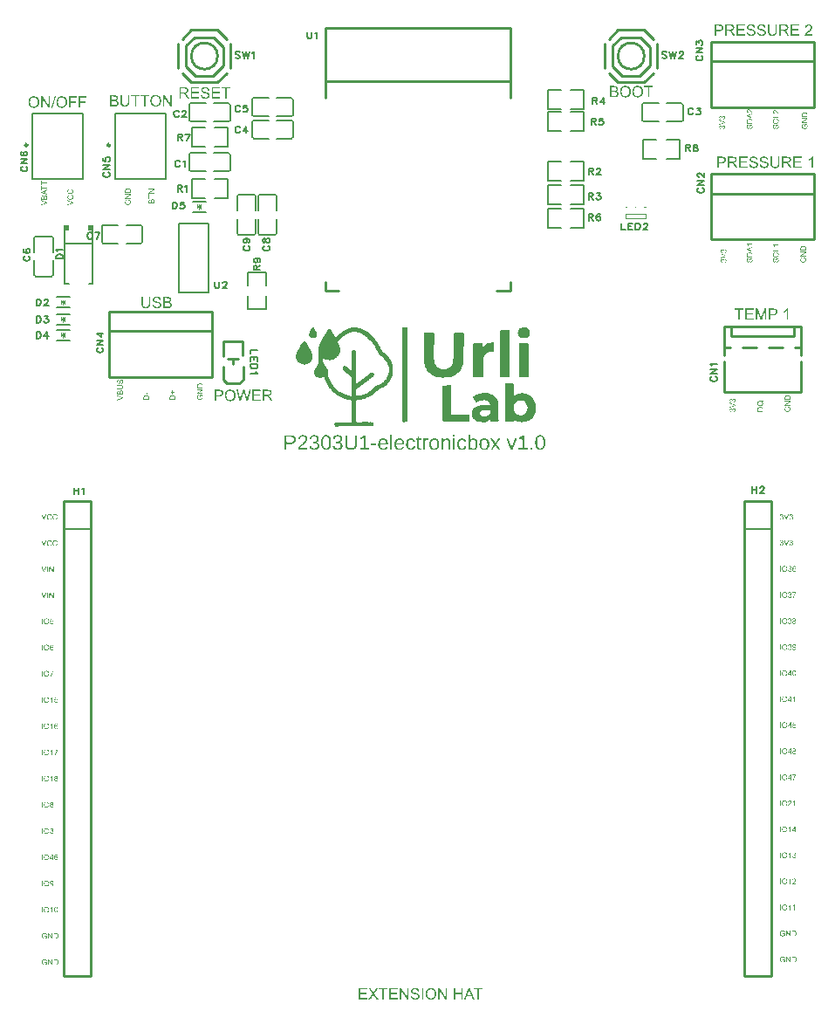
<source format=gto>
G04 Layer: TopSilkscreenLayer*
G04 EasyEDA Pro v2.2.28.1, 2024-09-11 15:41:32*
G04 Gerber Generator version 0.3*
G04 Scale: 100 percent, Rotated: No, Reflected: No*
G04 Dimensions in millimeters*
G04 Leading zeros omitted, absolute positions, 3 integers and 5 decimals*
%FSLAX35Y35*%
%MOMM*%
%ADD10C,0.1524*%
%ADD11C,0.254*%
%ADD12C,0.15*%
%ADD13C,0.13*%
%ADD14C,0.1*%
%ADD15C,0.2061*%
%ADD16C,0.2*%
%ADD17C,0.12499*%
%ADD18C,0.25*%
G75*


G04 Image Start*
G36*
G01X-760839Y-3958129D02*
G01X-775536Y-3962400D01*
G01X-791887Y-3960650D01*
G01X-804171Y-3953017D01*
G01X-810029Y-3942598D01*
G01X-808421Y-3930873D01*
G01X-805121Y-3926548D01*
G01X-801905Y-3922914D01*
G01X-798806Y-3920249D01*
G01X-795981Y-3918863D01*
G01X-793422Y-3918304D01*
G01X-719184Y-3918316D01*
G01X-647316Y-3918299D01*
G01X-644806Y-3916750D01*
G01X-642878Y-3914899D01*
G01X-641767Y-3912627D01*
G01X-641240Y-3881529D01*
G01X-640716Y-3810375D01*
G01X-640195Y-3710696D01*
G01X-647342Y-3703552D01*
G01X-654198Y-3703533D01*
G01X-661309Y-3702993D01*
G01X-668777Y-3701723D01*
G01X-686142Y-3698465D01*
G01X-695785Y-3696999D01*
G01X-706281Y-3690850D01*
G01X-724123Y-3686720D01*
G01X-733132Y-3680525D01*
G01X-744383Y-3678023D01*
G01X-752439Y-3670228D01*
G01X-763672Y-3668438D01*
G01X-768996Y-3664115D01*
G01X-774095Y-3660403D01*
G01X-778880Y-3657548D01*
G01X-783349Y-3655018D01*
G01X-787691Y-3652087D01*
G01X-797289Y-3643930D01*
G01X-802371Y-3639894D01*
G01X-807082Y-3637131D01*
G01X-811528Y-3635273D01*
G01X-820314Y-3625742D01*
G01X-827270Y-3618772D01*
G01X-831657Y-3615400D01*
G01X-834213Y-3614588D01*
G01X-839212Y-3604793D01*
G01X-855759Y-3590272D01*
G01X-858397Y-3584141D01*
G01X-861082Y-3579070D01*
G01X-863831Y-3575486D01*
G01X-866680Y-3571978D01*
G01X-869604Y-3567090D01*
G01X-872290Y-3562461D01*
G01X-874565Y-3559575D01*
G01X-876710Y-3556424D01*
G01X-879082Y-3551157D01*
G01X-881805Y-3545001D01*
G01X-884791Y-3539710D01*
G01X-887965Y-3535035D01*
G01X-890992Y-3522422D01*
G01X-896252Y-3516777D01*
G01X-901881Y-3500481D01*
G01X-905860Y-3488382D01*
G01X-907522Y-3482178D01*
G01X-908004Y-3480161D01*
G01X-909144Y-3478127D01*
G01X-911126Y-3476431D01*
G01X-913630Y-3475227D01*
G01X-916507Y-3474373D01*
G01X-921263Y-3478991D01*
G01X-925405Y-3482419D01*
G01X-928683Y-3484177D01*
G01X-940190Y-3486863D01*
G01X-949034Y-3488980D01*
G01X-955636Y-3488268D01*
G01X-970414Y-3485680D01*
G01X-978591Y-3483804D01*
G01X-983285Y-3479353D01*
G01X-987240Y-3475987D01*
G01X-990157Y-3474144D01*
G01X-992216Y-3472738D01*
G01X-994110Y-3470422D01*
G01X-1000087Y-3460440D01*
G01X-1004289Y-3453423D01*
G01X-1006603Y-3439207D01*
G01X-1004162Y-3417726D01*
G01X-1003402Y-3416861D01*
G01X-897529Y-3416861D01*
G01X-894664Y-3419725D01*
G01X-894664Y-3416894D01*
G01X-894831Y-3414895D01*
G01X-895232Y-3414063D01*
G01X-896664Y-3415462D01*
G01X-897529Y-3416861D01*
G01X-897529Y-3416861D01*
G01X-1003402Y-3416861D01*
G01X-1000254Y-3413277D01*
G01X-997492Y-3409675D01*
G01X-996338Y-3407264D01*
G01X-994996Y-3400895D01*
G01X-993661Y-3396089D01*
G01X-986587Y-3388346D01*
G01X-983567Y-3377058D01*
G01X-980285Y-3373160D01*
G01X-977371Y-3368956D01*
G01X-974971Y-3364322D01*
G01X-972657Y-3359888D01*
G01X-969948Y-3356166D01*
G01X-966958Y-3352949D01*
G01X-962479Y-3339117D01*
G01X-963946Y-3322874D01*
G01X-965343Y-3309513D01*
G01X-966509Y-3301163D01*
G01X-925884Y-3301163D01*
G01X-925801Y-3303433D01*
G01X-924840Y-3306631D01*
G01X-923119Y-3312879D01*
G01X-921210Y-3322481D01*
G01X-919167Y-3334470D01*
G01X-916634Y-3337689D01*
G01X-914255Y-3341990D01*
G01X-912094Y-3347808D01*
G01X-910087Y-3354708D01*
G01X-907057Y-3358332D01*
G01X-904123Y-3362403D01*
G01X-901325Y-3367102D01*
G01X-897320Y-3373193D01*
G01X-891485Y-3380611D01*
G01X-884345Y-3388974D01*
G01X-873719Y-3410267D01*
G01X-871699Y-3449445D01*
G01X-869622Y-3459095D01*
G01X-866885Y-3469878D01*
G01X-863221Y-3482254D01*
G01X-858035Y-3499856D01*
G01X-856921Y-3503165D01*
G01X-855454Y-3505375D01*
G01X-853386Y-3508540D01*
G01X-850829Y-3514148D01*
G01X-848124Y-3520093D01*
G01X-845702Y-3524069D01*
G01X-843478Y-3527209D01*
G01X-841249Y-3531145D01*
G01X-839002Y-3535082D01*
G01X-836733Y-3538222D01*
G01X-834088Y-3542034D01*
G01X-830937Y-3547587D01*
G01X-827426Y-3554379D01*
G01X-822595Y-3556964D01*
G01X-819833Y-3562389D01*
G01X-815790Y-3568606D01*
G01X-809947Y-3575937D01*
G01X-801351Y-3584768D01*
G01X-790689Y-3594593D01*
G01X-775150Y-3607332D01*
G01X-766887Y-3613765D01*
G01X-757786Y-3622173D01*
G01X-754545Y-3625127D01*
G01X-752712Y-3626355D01*
G01X-738645Y-3632625D01*
G01X-727926Y-3637494D01*
G01X-720739Y-3640394D01*
G01X-716781Y-3642179D01*
G01X-713826Y-3644368D01*
G01X-711059Y-3646483D01*
G01X-707556Y-3648090D01*
G01X-702632Y-3649221D01*
G01X-696450Y-3650191D01*
G01X-689371Y-3651045D01*
G01X-678549Y-3657273D01*
G01X-657193Y-3660054D01*
G01X-657193Y-3660054D01*
G01X-648399Y-3665119D01*
G01X-640607Y-3657330D01*
G01X-639851Y-3650463D01*
G01X-639540Y-3644497D01*
G01X-639855Y-3639800D01*
G01X-640337Y-3617844D01*
G01X-640426Y-3570387D01*
G01X-640237Y-3504770D01*
G01X-638401Y-3498292D01*
G01X-643936Y-3490048D01*
G01X-652415Y-3477478D01*
G01X-656037Y-3473020D01*
G01X-660610Y-3468376D01*
G01X-665185Y-3464535D01*
G01X-668810Y-3462010D01*
G01X-671663Y-3459655D01*
G01X-674379Y-3456221D01*
G01X-678211Y-3451741D01*
G01X-683746Y-3446872D01*
G01X-689292Y-3442325D01*
G01X-693150Y-3438620D01*
G01X-700955Y-3430473D01*
G01X-705914Y-3426037D01*
G01X-710608Y-3422454D01*
G01X-715302Y-3418874D01*
G01X-720261Y-3414449D01*
G01X-725410Y-3409420D01*
G01X-729632Y-3395551D01*
G01X-728575Y-3392906D01*
G01X-726765Y-3386736D01*
G01X-726011Y-3383211D01*
G01X-712609Y-3372622D01*
G01X-701235Y-3373903D01*
G01X-695240Y-3381561D01*
G01X-688084Y-3383058D01*
G01X-682073Y-3389233D01*
G01X-662842Y-3408595D01*
G01X-653094Y-3417909D01*
G01X-648223Y-3421783D01*
G01X-646420Y-3421212D01*
G01X-644047Y-3419838D01*
G01X-641269Y-3417893D01*
G01X-640961Y-3339103D01*
G01X-640557Y-3246132D01*
G01X-640461Y-3231951D01*
G01X-628877Y-3218499D01*
G01X-616566Y-3218498D01*
G01X-612425Y-3220274D01*
G01X-608292Y-3222802D01*
G01X-604171Y-3226386D01*
G01X-600059Y-3230721D01*
G01X-597294Y-3243111D01*
G01X-598967Y-3245817D01*
G01X-598495Y-3334976D01*
G01X-596231Y-3345012D01*
G01X-600204Y-3356711D01*
G01X-597476Y-3373535D01*
G01X-599934Y-3418202D01*
G01X-596055Y-3431256D01*
G01X-596055Y-3448870D01*
G01X-601153Y-3468745D01*
G01X-597986Y-3499623D01*
G01X-600330Y-3527719D01*
G01X-596621Y-3534362D01*
G01X-587503Y-3539284D01*
G01X-580071Y-3533606D01*
G01X-567937Y-3524680D01*
G01X-559555Y-3518246D01*
G01X-551189Y-3511051D01*
G01X-546366Y-3507449D01*
G01X-541353Y-3504420D01*
G01X-536583Y-3501563D01*
G01X-532344Y-3498371D01*
G01X-527696Y-3494697D01*
G01X-521943Y-3490682D01*
G01X-515443Y-3486005D01*
G01X-508999Y-3480739D01*
G01X-503279Y-3476228D01*
G01X-498522Y-3473366D01*
G01X-494449Y-3471680D01*
G01X-492159Y-3468082D01*
G01X-488311Y-3463813D01*
G01X-482277Y-3458599D01*
G01X-476283Y-3454242D01*
G01X-472534Y-3452032D01*
G01X-470214Y-3450467D01*
G01X-467657Y-3447662D01*
G01X-464929Y-3443974D01*
G01X-461310Y-3443071D01*
G01X-457518Y-3441493D01*
G01X-453483Y-3438967D01*
G01X-449274Y-3435766D01*
G01X-440739Y-3434381D01*
G01X-435541Y-3437032D01*
G01X-430887Y-3440072D01*
G01X-426997Y-3443657D01*
G01X-424193Y-3447936D01*
G01X-422150Y-3452642D01*
G01X-420648Y-3457652D01*
G01X-424046Y-3461689D01*
G01X-426446Y-3465044D01*
G01X-427444Y-3467442D01*
G01X-428673Y-3469657D01*
G01X-431628Y-3472571D01*
G01X-440177Y-3479440D01*
G01X-448008Y-3486124D01*
G01X-456513Y-3492731D01*
G01X-462279Y-3497223D01*
G01X-469063Y-3503274D01*
G01X-476573Y-3510436D01*
G01X-482578Y-3513278D01*
G01X-488836Y-3517020D01*
G01X-495451Y-3522025D01*
G01X-508523Y-3532432D01*
G01X-520195Y-3540795D01*
G01X-525417Y-3544868D01*
G01X-530291Y-3549241D01*
G01X-534561Y-3552903D01*
G01X-538331Y-3555267D01*
G01X-543002Y-3558003D01*
G01X-549440Y-3562558D01*
G01X-561598Y-3572614D01*
G01X-571852Y-3581002D01*
G01X-576320Y-3583955D01*
G01X-578928Y-3585183D01*
G01X-580518Y-3585939D01*
G01X-582539Y-3587755D01*
G01X-586311Y-3591128D01*
G01X-592111Y-3595627D01*
G01X-599354Y-3600928D01*
G01X-598920Y-3619110D01*
G01X-598492Y-3645998D01*
G01X-598499Y-3654705D01*
G01X-589296Y-3663905D01*
G01X-585918Y-3663135D01*
G01X-566452Y-3660417D01*
G01X-550363Y-3658469D01*
G01X-542641Y-3654652D01*
G01X-535107Y-3651535D01*
G01X-527839Y-3649403D01*
G01X-520760Y-3647972D01*
G01X-515563Y-3644989D01*
G01X-509464Y-3642254D01*
G01X-502098Y-3639865D01*
G01X-493829Y-3637723D01*
G01X-485727Y-3630611D01*
G01X-473822Y-3627615D01*
G01X-469526Y-3621060D01*
G01X-464252Y-3618386D01*
G01X-459286Y-3615509D01*
G01X-454750Y-3612349D01*
G01X-445097Y-3604390D01*
G01X-434782Y-3596147D01*
G01X-429891Y-3592500D01*
G01X-426772Y-3587179D01*
G01X-423405Y-3582562D01*
G01X-419692Y-3578931D01*
G01X-416543Y-3575940D01*
G01X-414535Y-3572858D01*
G01X-413338Y-3569712D01*
G01X-409773Y-3568176D01*
G01X-405864Y-3566025D01*
G01X-401473Y-3563011D01*
G01X-397063Y-3560108D01*
G01X-393107Y-3558225D01*
G01X-383367Y-3556252D01*
G01X-377260Y-3555435D01*
G01X-373679Y-3552424D01*
G01X-368723Y-3549311D01*
G01X-361837Y-3546056D01*
G01X-355226Y-3542977D01*
G01X-350932Y-3540285D01*
G01X-347552Y-3537811D01*
G01X-343139Y-3535257D01*
G01X-337991Y-3532646D01*
G01X-330551Y-3523818D01*
G01X-324598Y-3517147D01*
G01X-320735Y-3513507D01*
G01X-317314Y-3510167D01*
G01X-312424Y-3504221D01*
G01X-307153Y-3496347D01*
G01X-302816Y-3488372D01*
G01X-299237Y-3481247D01*
G01X-295788Y-3475418D01*
G01X-292432Y-3470512D01*
G01X-291563Y-3464482D01*
G01X-290053Y-3458301D01*
G01X-287642Y-3451909D01*
G01X-285064Y-3445242D01*
G01X-283151Y-3438400D01*
G01X-281712Y-3431433D01*
G01X-281775Y-3387669D01*
G01X-284684Y-3371635D01*
G01X-290973Y-3359382D01*
G01X-294669Y-3341487D01*
G01X-301257Y-3336689D01*
G01X-304150Y-3325930D01*
G01X-308843Y-3320488D01*
G01X-327694Y-3300763D01*
G01X-347000Y-3281663D01*
G01X-352149Y-3276846D01*
G01X-364150Y-3273842D01*
G01X-375317Y-3265343D01*
G01X-381109Y-3253533D01*
G01X-389749Y-3235553D01*
G01X-394631Y-3223623D01*
G01X-396663Y-3217864D01*
G01X-403971Y-3210135D01*
G01X-405547Y-3205200D01*
G01X-407722Y-3200505D01*
G01X-410738Y-3196149D01*
G01X-414353Y-3192034D01*
G01X-415181Y-3186932D01*
G01X-416597Y-3178958D01*
G01X-417185Y-3176086D01*
G01X-424827Y-3172136D01*
G01X-428703Y-3164642D01*
G01X-433468Y-3163131D01*
G01X-435097Y-3159614D01*
G01X-438777Y-3151594D01*
G01X-440829Y-3147091D01*
G01X-449904Y-3137891D01*
G01X-457636Y-3129640D01*
G01X-463483Y-3122720D01*
G01X-470265Y-3114550D01*
G01X-478056Y-3107206D01*
G01X-486262Y-3099937D01*
G01X-490055Y-3096065D01*
G01X-492345Y-3093774D01*
G01X-496305Y-3090725D01*
G01X-507889Y-3082600D01*
G01X-517542Y-3075172D01*
G01X-522461Y-3071587D01*
G01X-529769Y-3067029D01*
G01X-538779Y-3061778D01*
G01X-553244Y-3057697D01*
G01X-554928Y-3055669D01*
G01X-557165Y-3053695D01*
G01X-560181Y-3051796D01*
G01X-563750Y-3049951D01*
G01X-578119Y-3049951D01*
G01X-582904Y-3047909D01*
G01X-589497Y-3045935D01*
G01X-598630Y-3044054D01*
G01X-608436Y-3042824D01*
G01X-616649Y-3042412D01*
G01X-626946Y-3043120D01*
G01X-637886Y-3046139D01*
G01X-646095Y-3048276D01*
G01X-654986Y-3049931D01*
G01X-662873Y-3051384D01*
G01X-668666Y-3053038D01*
G01X-671944Y-3054695D01*
G01X-673783Y-3056155D01*
G01X-676297Y-3057730D01*
G01X-681195Y-3059664D01*
G01X-687790Y-3061854D01*
G01X-692591Y-3066189D01*
G01X-697290Y-3069797D01*
G01X-701849Y-3072386D01*
G01X-705505Y-3074312D01*
G01X-708034Y-3076327D01*
G01X-710474Y-3078305D01*
G01X-713917Y-3080142D01*
G01X-718944Y-3083009D01*
G01X-725193Y-3087466D01*
G01X-738217Y-3097556D01*
G01X-745095Y-3103851D01*
G01X-753339Y-3112661D01*
G01X-760442Y-3120351D01*
G01X-764577Y-3123952D01*
G01X-767047Y-3125360D01*
G01X-770149Y-3127774D01*
G01X-773030Y-3130964D01*
G01X-774967Y-3134235D01*
G01X-776234Y-3137565D01*
G01X-773528Y-3149664D01*
G01X-767346Y-3156128D01*
G01X-763219Y-3174110D01*
G01X-756768Y-3183508D01*
G01X-754079Y-3202415D01*
G01X-755532Y-3237154D01*
G01X-756889Y-3241786D01*
G01X-758571Y-3245712D01*
G01X-760710Y-3248647D01*
G01X-763174Y-3250876D01*
G01X-766325Y-3264007D01*
G01X-770966Y-3268968D01*
G01X-779605Y-3278119D01*
G01X-782892Y-3281941D01*
G01X-785179Y-3285250D01*
G01X-786754Y-3288193D01*
G01X-795370Y-3291791D01*
G01X-797099Y-3297239D01*
G01X-803086Y-3299834D01*
G01X-808304Y-3302592D01*
G01X-812446Y-3305578D01*
G01X-815821Y-3308726D01*
G01X-827248Y-3310683D01*
G01X-837532Y-3312807D01*
G01X-846210Y-3315163D01*
G01X-853745Y-3317685D01*
G01X-859724Y-3316818D01*
G01X-864592Y-3315873D01*
G01X-867897Y-3314816D01*
G01X-873528Y-3313314D01*
G01X-883986Y-3311298D01*
G01X-897882Y-3308915D01*
G01X-915472Y-3299555D01*
G01X-925340Y-3299555D01*
G01X-925884Y-3301163D01*
G01X-966509Y-3301163D01*
G01X-966644Y-3300198D01*
G01X-967537Y-3292611D01*
G01X-967953Y-3283404D01*
G01X-968029Y-3273043D01*
G01X-960464Y-3262760D01*
G01X-962969Y-3251617D01*
G01X-963524Y-3195982D01*
G01X-960086Y-3188262D01*
G01X-957017Y-3180059D01*
G01X-954467Y-3171176D01*
G01X-952288Y-3161809D01*
G01X-949014Y-3157023D01*
G01X-946195Y-3151979D01*
G01X-944016Y-3146572D01*
G01X-941909Y-3141400D01*
G01X-939267Y-3136922D01*
G01X-936642Y-3132596D01*
G01X-934577Y-3127791D01*
G01X-932329Y-3122645D01*
G01X-929263Y-3117499D01*
G01X-925915Y-3111614D01*
G01X-922990Y-3104694D01*
G01X-920412Y-3098511D01*
G01X-917899Y-3094401D01*
G01X-915426Y-3090834D01*
G01X-912946Y-3085958D01*
G01X-910533Y-3081310D01*
G01X-908219Y-3078290D01*
G01X-905785Y-3075071D01*
G01X-903081Y-3069945D01*
G01X-900240Y-3064660D01*
G01X-897477Y-3061058D01*
G01X-894771Y-3058655D01*
G01X-890697Y-3046394D01*
G01X-888036Y-3043991D01*
G01X-885285Y-3040574D01*
G01X-882406Y-3035732D01*
G01X-879435Y-3029877D01*
G01X-876109Y-3028362D01*
G01X-873760Y-3026921D01*
G01X-872783Y-3025583D01*
G01X-871956Y-3023920D01*
G01X-869967Y-3021696D01*
G01X-867150Y-3019072D01*
G01X-851146Y-3019072D01*
G01X-839962Y-3028292D01*
G01X-837905Y-3032737D01*
G01X-835490Y-3036901D01*
G01X-832573Y-3040671D01*
G01X-829282Y-3045094D01*
G01X-825967Y-3050825D01*
G01X-823197Y-3055789D01*
G01X-821217Y-3058365D01*
G01X-819477Y-3060707D01*
G01X-817283Y-3065108D01*
G01X-814619Y-3070073D01*
G01X-811747Y-3073772D01*
G01X-808727Y-3076570D01*
G01X-804582Y-3090822D01*
G01X-791468Y-3095109D01*
G01X-789651Y-3093602D01*
G01X-788368Y-3091834D01*
G01X-787834Y-3089701D01*
G01X-787834Y-3087308D01*
G01X-765310Y-3063879D01*
G01X-759518Y-3060897D01*
G01X-753090Y-3056667D01*
G01X-745768Y-3050687D01*
G01X-737811Y-3043459D01*
G01X-732897Y-3041439D01*
G01X-728482Y-3039123D01*
G01X-724766Y-3036391D01*
G01X-720603Y-3033425D01*
G01X-715113Y-3030546D01*
G01X-709619Y-3027890D01*
G01X-705448Y-3025463D01*
G01X-701622Y-3023448D01*
G01X-696960Y-3021783D01*
G01X-691580Y-3019655D01*
G01X-686031Y-3016527D01*
G01X-680361Y-3012686D01*
G01X-677143Y-3012656D01*
G01X-673428Y-3012234D01*
G01X-669015Y-3011262D01*
G01X-664797Y-3009549D01*
G01X-661550Y-3007345D01*
G01X-658995Y-3004791D01*
G01X-640074Y-3003566D01*
G01X-614075Y-3001938D01*
G01X-596649Y-3001298D01*
G01X-586303Y-3001060D01*
G01X-581525Y-3003495D01*
G01X-575599Y-3005818D01*
G01X-568061Y-3007987D01*
G01X-551437Y-3011253D01*
G01X-544689Y-3012697D01*
G01X-539612Y-3014471D01*
G01X-536649Y-3016242D01*
G01X-534984Y-3017678D01*
G01X-532634Y-3019131D01*
G01X-528023Y-3020941D01*
G01X-522343Y-3023350D01*
G01X-517420Y-3026242D01*
G01X-513037Y-3029477D01*
G01X-499281Y-3033478D01*
G01X-493534Y-3039141D01*
G01X-488944Y-3043141D01*
G01X-485977Y-3044805D01*
G01X-484168Y-3044805D01*
G01X-482797Y-3047365D01*
G01X-480612Y-3049787D01*
G01X-477282Y-3052016D01*
G01X-473516Y-3054532D01*
G01X-470284Y-3057645D01*
G01X-467172Y-3060598D01*
G01X-463698Y-3062728D01*
G01X-459966Y-3064274D01*
G01X-456806Y-3070176D01*
G01X-448155Y-3074300D01*
G01X-446133Y-3078208D01*
G01X-444428Y-3080969D01*
G01X-443170Y-3082117D01*
G01X-440749Y-3083723D01*
G01X-436250Y-3087585D01*
G01X-431040Y-3093053D01*
G01X-426911Y-3098521D01*
G01X-424218Y-3102383D01*
G01X-422462Y-3103989D01*
G01X-420339Y-3106029D01*
G01X-416762Y-3110932D01*
G01X-411923Y-3117481D01*
G01X-406764Y-3123476D01*
G01X-401377Y-3129078D01*
G01X-394066Y-3145208D01*
G01X-390257Y-3146670D01*
G01X-386285Y-3154600D01*
G01X-378738Y-3168637D01*
G01X-375198Y-3174010D01*
G01X-371705Y-3178352D01*
G01X-368247Y-3181960D01*
G01X-365065Y-3190077D01*
G01X-360738Y-3199662D01*
G01X-359303Y-3202574D01*
G01X-357463Y-3207517D01*
G01X-355334Y-3213906D01*
G01X-348062Y-3221714D01*
G01X-343604Y-3233847D01*
G01X-337580Y-3238860D01*
G01X-332073Y-3243042D01*
G01X-327295Y-3246055D01*
G01X-322891Y-3248846D01*
G01X-318285Y-3252495D01*
G01X-314088Y-3255766D01*
G01X-310666Y-3257647D01*
G01X-307797Y-3258540D01*
G01X-303392Y-3265994D01*
G01X-296038Y-3269038D01*
G01X-294194Y-3272603D01*
G01X-292021Y-3275816D01*
G01X-289386Y-3278534D01*
G01X-286424Y-3281621D01*
G01X-283464Y-3285724D01*
G01X-281006Y-3289131D01*
G01X-279251Y-3290548D01*
G01X-278517Y-3291088D01*
G01X-277446Y-3292557D01*
G01X-274866Y-3297387D01*
G01X-271717Y-3303096D01*
G01X-268544Y-3307221D01*
G01X-265353Y-3310217D01*
G01X-263175Y-3316787D01*
G01X-260599Y-3322750D01*
G01X-257464Y-3327860D01*
G01X-253930Y-3332363D01*
G01X-253000Y-3336824D01*
G01X-251016Y-3343257D01*
G01X-247989Y-3351663D01*
G01X-244002Y-3367745D01*
G01X-241988Y-3377395D01*
G01X-241022Y-3394121D01*
G01X-240448Y-3409146D01*
G01X-240424Y-3421783D01*
G01X-241256Y-3433669D01*
G01X-242736Y-3446889D01*
G01X-244460Y-3458025D01*
G01X-245875Y-3464902D01*
G01X-251089Y-3478394D01*
G01X-261512Y-3501104D01*
G01X-266591Y-3510789D01*
G01X-269810Y-3515736D01*
G01X-271148Y-3517354D01*
G01X-271705Y-3519037D01*
G01X-272945Y-3521500D01*
G01X-275928Y-3524991D01*
G01X-280146Y-3529770D01*
G01X-284356Y-3535327D01*
G01X-287653Y-3539643D01*
G01X-289675Y-3541438D01*
G01X-291626Y-3543328D01*
G01X-294750Y-3547871D01*
G01X-298710Y-3554304D01*
G01X-300303Y-3554304D01*
G01X-302821Y-3555722D01*
G01X-306639Y-3559129D01*
G01X-315677Y-3567317D01*
G01X-320411Y-3570536D01*
G01X-325763Y-3573553D01*
G01X-331063Y-3576868D01*
G01X-335673Y-3580805D01*
G01X-339790Y-3585183D01*
G01X-350301Y-3585183D01*
G01X-354443Y-3586914D01*
G01X-357868Y-3588739D01*
G01X-360287Y-3590697D01*
G01X-364203Y-3593154D01*
G01X-371228Y-3596179D01*
G01X-380465Y-3599607D01*
G01X-396054Y-3615233D01*
G01X-409479Y-3628380D01*
G01X-419866Y-3638048D01*
G01X-427333Y-3644227D01*
G01X-433741Y-3648984D01*
G01X-449186Y-3658807D01*
G01X-458090Y-3664050D01*
G01X-465745Y-3668123D01*
G01X-477329Y-3674516D01*
G01X-482622Y-3677202D01*
G01X-488582Y-3679233D01*
G01X-495018Y-3680797D01*
G01X-503155Y-3687833D01*
G01X-518845Y-3689654D01*
G01X-523020Y-3692484D01*
G01X-529473Y-3696185D01*
G01X-546905Y-3699600D01*
G01X-562060Y-3702142D01*
G01X-569670Y-3706109D01*
G01X-579451Y-3706125D01*
G01X-586625Y-3702417D01*
G01X-590375Y-3704356D01*
G01X-593867Y-3706517D01*
G01X-596999Y-3708987D01*
G01X-599234Y-3711534D01*
G01X-600571Y-3713878D01*
G01X-601269Y-3716078D01*
G01X-598249Y-3723494D01*
G01X-598868Y-3911561D01*
G01X-596619Y-3913810D01*
G01X-594063Y-3915766D01*
G01X-591078Y-3917310D01*
G01X-587787Y-3918560D01*
G01X-486008Y-3918173D01*
G01X-474862Y-3920065D01*
G01X-460784Y-3916689D01*
G01X-448298Y-3918311D01*
G01X-433880Y-3920453D01*
G01X-431949Y-3920974D01*
G01X-427623Y-3931926D01*
G01X-426801Y-3953499D01*
G01X-434071Y-3958945D01*
G01X-459396Y-3959162D01*
G01X-621320Y-3959655D01*
G01X-757920Y-3959932D01*
G01X-760839Y-3958129D01*
G37*
G36*
G01X667218Y-3914581D02*
G01X645359Y-3918755D01*
G01X592588Y-3917133D01*
G01X587910Y-3915825D01*
G01X583712Y-3914203D01*
G01X580187Y-3912139D01*
G01X575848Y-3909826D01*
G01X569691Y-3907604D01*
G01X562239Y-3905449D01*
G01X559578Y-3899610D01*
G01X548826Y-3894614D01*
G01X547592Y-3891803D01*
G01X545880Y-3889436D01*
G01X543499Y-3887691D01*
G01X540641Y-3886389D01*
G01X538049Y-3880530D01*
G01X535827Y-3876393D01*
G01X534847Y-3875134D01*
G01X534126Y-3874672D01*
G01X532599Y-3873774D01*
G01X530793Y-3871616D01*
G01X528790Y-3868560D01*
G01X526696Y-3854568D01*
G01X525211Y-3842797D01*
G01X524583Y-3834143D01*
G01X524909Y-3829225D01*
G01X603595Y-3829225D01*
G01X604761Y-3836387D01*
G01X606023Y-3842145D01*
G01X607417Y-3845933D01*
G01X610232Y-3848837D01*
G01X614906Y-3852471D01*
G01X624187Y-3859274D01*
G01X627470Y-3861925D01*
G01X641563Y-3862449D01*
G01X641563Y-3862449D01*
G01X653764Y-3862591D01*
G01X663307Y-3862195D01*
G01X670958Y-3861417D01*
G01X674247Y-3857911D01*
G01X678162Y-3854448D01*
G01X682953Y-3851047D01*
G01X688370Y-3847688D01*
G01X693376Y-3840914D01*
G01X697536Y-3835612D01*
G01X700509Y-3832376D01*
G01X702635Y-3830612D01*
G01X702635Y-3806996D01*
G01X699546Y-3803908D01*
G01X631201Y-3804082D01*
G01X618824Y-3807408D01*
G01X616969Y-3810055D01*
G01X614379Y-3812716D01*
G01X610758Y-3815394D01*
G01X606402Y-3818086D01*
G01X603595Y-3829225D01*
G01X524909Y-3829225D01*
G01X525046Y-3827143D01*
G01X526186Y-3819347D01*
G01X529145Y-3805541D01*
G01X530640Y-3801240D01*
G01X532354Y-3798545D01*
G01X534581Y-3795663D01*
G01X537307Y-3790914D01*
G01X540389Y-3784834D01*
G01X544607Y-3781920D01*
G01X548760Y-3778619D01*
G01X552819Y-3774776D01*
G01X556812Y-3770547D01*
G01X567838Y-3768785D01*
G01X576021Y-3761603D01*
G01X592670Y-3758893D01*
G01X605753Y-3756566D01*
G01X613825Y-3754778D01*
G01X618330Y-3753373D01*
G01X698984Y-3751800D01*
G01X702647Y-3746788D01*
G01X701814Y-3744165D01*
G01X700358Y-3740984D01*
G01X698025Y-3737021D01*
G01X695666Y-3732695D01*
G01X694146Y-3728641D01*
G01X693222Y-3724781D01*
G01X680111Y-3712503D01*
G01X675606Y-3711280D01*
G01X665309Y-3708184D01*
G01X654200Y-3704347D01*
G01X648882Y-3702383D01*
G01X638351Y-3704897D01*
G01X629777Y-3706673D01*
G01X623950Y-3707412D01*
G01X617934Y-3708013D01*
G01X608908Y-3709460D01*
G01X599611Y-3711491D01*
G01X592948Y-3713498D01*
G01X588948Y-3715585D01*
G01X586057Y-3717810D01*
G01X583955Y-3720132D01*
G01X575855Y-3721809D01*
G01X566083Y-3729501D01*
G01X564007Y-3727784D01*
G01X561692Y-3724743D01*
G01X559042Y-3719843D01*
G01X556154Y-3713618D01*
G01X550971Y-3709989D01*
G01X548719Y-3703876D01*
G01X546482Y-3698802D01*
G01X544267Y-3695189D01*
G01X540774Y-3690042D01*
G01X539429Y-3686186D01*
G01X538013Y-3680529D01*
G01X536546Y-3673588D01*
G01X538515Y-3670584D01*
G01X541131Y-3667844D01*
G01X544655Y-3665473D01*
G01X548361Y-3663292D01*
G01X551416Y-3661006D01*
G01X554005Y-3658647D01*
G01X568643Y-3654836D01*
G01X576205Y-3649247D01*
G01X592322Y-3646273D01*
G01X604591Y-3643692D01*
G01X611454Y-3641665D01*
G01X614906Y-3640237D01*
G01X618973Y-3639099D01*
G01X623478Y-3638167D01*
G01X683972Y-3638578D01*
G01X695661Y-3644187D01*
G01X718724Y-3648209D01*
G01X721942Y-3650830D01*
G01X725964Y-3653456D01*
G01X731115Y-3656091D01*
G01X737070Y-3658732D01*
G01X739682Y-3664463D01*
G01X750079Y-3667576D01*
G01X755317Y-3674153D01*
G01X759016Y-3679271D01*
G01X760555Y-3682343D01*
G01X761465Y-3684079D01*
G01X763653Y-3685986D01*
G01X766751Y-3688015D01*
G01X768825Y-3694175D01*
G01X771416Y-3700189D01*
G01X774736Y-3705997D01*
G01X778575Y-3711659D01*
G01X778583Y-3716933D01*
G01X779348Y-3725005D01*
G01X781174Y-3737004D01*
G01X783756Y-3751800D01*
G01X783520Y-3893328D01*
G01X785918Y-3899679D01*
G01X782930Y-3906153D01*
G01X780126Y-3911292D01*
G01X777583Y-3914557D01*
G01X775224Y-3916487D01*
G01X746894Y-3916320D01*
G01X725720Y-3915947D01*
G01X714594Y-3915282D01*
G01X711199Y-3914013D01*
G01X708610Y-3912185D01*
G01X706595Y-3909960D01*
G01X704752Y-3902065D01*
G01X702026Y-3892740D01*
G01X701143Y-3891311D01*
G01X696696Y-3895214D01*
G01X693182Y-3897971D01*
G01X690979Y-3899117D01*
G01X689657Y-3900050D01*
G01X688262Y-3902293D01*
G01X686814Y-3905468D01*
G01X680245Y-3907645D01*
G01X674657Y-3909881D01*
G01X670447Y-3912201D01*
G01X667218Y-3914581D01*
G37*
G36*
G01X1029317Y-3917372D02*
G01X1008323Y-3918618D01*
G01X994809Y-3917852D01*
G01X983076Y-3916797D01*
G01X973848Y-3915337D01*
G01X967940Y-3913532D01*
G01X964194Y-3911649D01*
G01X960554Y-3909685D01*
G01X954902Y-3907686D01*
G01X947817Y-3905662D01*
G01X937653Y-3895258D01*
G01X935416Y-3895258D01*
G01X933534Y-3895730D01*
G01X932148Y-3896866D01*
G01X928533Y-3904788D01*
G01X925948Y-3911101D01*
G01X918936Y-3916296D01*
G01X854452Y-3916186D01*
G01X849553Y-3911754D01*
G01X848526Y-3906401D01*
G01X847912Y-3902053D01*
G01X847876Y-3899117D01*
G01X847976Y-3777532D01*
G01X932519Y-3777532D01*
G01X932732Y-3791497D01*
G01X933433Y-3801585D01*
G01X934482Y-3808911D01*
G01X938262Y-3813665D01*
G01X941381Y-3818523D01*
G01X943572Y-3823525D01*
G01X945102Y-3828631D01*
G01X954704Y-3834690D01*
G01X956222Y-3839472D01*
G01X970288Y-3843904D01*
G01X977724Y-3850158D01*
G01X988519Y-3851337D01*
G01X988519Y-3851337D01*
G01X999313Y-3852516D01*
G01X1012184Y-3850745D01*
G01X1017976Y-3847395D01*
G01X1023239Y-3844786D01*
G01X1027757Y-3843216D01*
G01X1031745Y-3842387D01*
G01X1036123Y-3837831D01*
G01X1040599Y-3833900D01*
G01X1045213Y-3830846D01*
G01X1049926Y-3828418D01*
G01X1054249Y-3815408D01*
G01X1060738Y-3807699D01*
G01X1061778Y-3803090D01*
G01X1062757Y-3796758D01*
G01X1063653Y-3788006D01*
G01X1064488Y-3777532D01*
G01X1061893Y-3755358D01*
G01X1055267Y-3745599D01*
G01X1053678Y-3735667D01*
G01X1043719Y-3727781D01*
G01X1043719Y-3724204D01*
G01X1039959Y-3722260D01*
G01X1036531Y-3719803D01*
G01X1033569Y-3716624D01*
G01X1030938Y-3712932D01*
G01X1023492Y-3711419D01*
G01X1013507Y-3710188D01*
G01X999957Y-3709353D01*
G01X983868Y-3708801D01*
G01X977433Y-3710050D01*
G01X968051Y-3711966D01*
G01X965105Y-3712632D01*
G01X953571Y-3724118D01*
G01X945425Y-3732595D01*
G01X942037Y-3736848D01*
G01X941138Y-3738796D01*
G01X938977Y-3741730D01*
G01X935916Y-3745367D01*
G01X932655Y-3760806D01*
G01X932519Y-3777532D01*
G01X847976Y-3777532D01*
G01X848020Y-3724781D01*
G01X847866Y-3549956D01*
G01X848743Y-3547373D01*
G01X850744Y-3544558D01*
G01X853545Y-3541578D01*
G01X857569Y-3541016D01*
G01X861734Y-3540759D01*
G01X866098Y-3540932D01*
G01X899260Y-3541424D01*
G01X927917Y-3541438D01*
G01X933018Y-3549801D01*
G01X933027Y-3663352D01*
G01X937167Y-3666786D01*
G01X938959Y-3664337D01*
G01X940224Y-3662310D01*
G01X940750Y-3660874D01*
G01X942339Y-3659347D01*
G01X946161Y-3657100D01*
G01X950669Y-3654278D01*
G01X953909Y-3651370D01*
G01X956247Y-3648399D01*
G01X970997Y-3645429D01*
G01X980133Y-3639229D01*
G01X1018620Y-3637013D01*
G01X1036639Y-3639016D01*
G01X1043719Y-3642323D01*
G01X1049666Y-3644662D01*
G01X1054024Y-3645642D01*
G01X1057589Y-3646019D01*
G01X1061631Y-3646910D01*
G01X1065515Y-3648528D01*
G01X1068701Y-3650655D01*
G01X1071391Y-3653144D01*
G01X1082478Y-3656086D01*
G01X1087387Y-3660519D01*
G01X1091277Y-3663651D01*
G01X1093734Y-3664953D01*
G01X1098134Y-3668389D01*
G01X1106694Y-3676649D01*
G01X1118217Y-3688345D01*
G01X1119855Y-3695797D01*
G01X1126992Y-3700877D01*
G01X1129289Y-3707039D01*
G01X1131570Y-3712147D01*
G01X1133827Y-3715775D01*
G01X1137389Y-3720921D01*
G01X1138571Y-3724628D01*
G01X1139558Y-3729927D01*
G01X1141114Y-3737592D01*
G01X1143665Y-3746987D01*
G01X1146924Y-3757613D01*
G01X1146001Y-3807124D01*
G01X1141686Y-3815075D01*
G01X1140225Y-3823966D01*
G01X1137474Y-3837048D01*
G01X1136184Y-3841239D01*
G01X1131296Y-3843855D01*
G01X1127189Y-3857976D01*
G01X1124248Y-3861499D01*
G01X1121544Y-3865209D01*
G01X1119174Y-3869182D01*
G01X1117040Y-3873342D01*
G01X1109405Y-3877289D01*
G01X1105528Y-3884782D01*
G01X1103201Y-3885520D01*
G01X1100152Y-3887525D01*
G01X1096088Y-3891308D01*
G01X1091301Y-3896358D01*
G01X1081688Y-3899416D01*
G01X1075880Y-3905456D01*
G01X1069774Y-3907296D01*
G01X1063500Y-3909622D01*
G01X1056990Y-3912631D01*
G01X1050312Y-3916127D01*
G01X1029317Y-3917372D01*
G37*
G36*
G01X-100604Y-3917773D02*
G01X-118805Y-3918196D01*
G01X-132852Y-3918271D01*
G01X-141064Y-3917858D01*
G01X-144578Y-3916847D01*
G01X-147328Y-3915484D01*
G01X-149536Y-3913870D01*
G01X-149478Y-3003312D01*
G01X-148005Y-3001537D01*
G01X-145783Y-2999972D01*
G01X-142510Y-2998701D01*
G01X-134463Y-2997912D01*
G01X-120762Y-2997506D01*
G01X-103035Y-2997374D01*
G01X-96634Y-3002990D01*
G01X-96594Y-3913758D01*
G01X-100604Y-3917773D01*
G37*
G36*
G01X498181Y-3913737D02*
G01X495791Y-3915899D01*
G01X250486Y-3915894D01*
G01X247501Y-3913939D01*
G01X244990Y-3911806D01*
G01X243145Y-3909424D01*
G01X241775Y-3906863D01*
G01X241745Y-3568012D01*
G01X243586Y-3566171D01*
G01X246157Y-3564600D01*
G01X249753Y-3563407D01*
G01X262571Y-3562744D01*
G01X287315Y-3562445D01*
G01X320552Y-3562407D01*
G01X326157Y-3566944D01*
G01X326676Y-3839399D01*
G01X328382Y-3843845D01*
G01X495875Y-3843685D01*
G01X501203Y-3849008D01*
G01X502872Y-3902334D01*
G01X500570Y-3911575D01*
G01X498181Y-3913737D01*
G37*
G36*
G01X264621Y-3486093D02*
G01X242986Y-3487425D01*
G01X222146Y-3485456D01*
G01X196802Y-3482684D01*
G01X190911Y-3481038D01*
G01X183073Y-3478208D01*
G01X173849Y-3474534D01*
G01X169559Y-3474527D01*
G01X165016Y-3474103D01*
G01X160120Y-3473094D01*
G01X154971Y-3471669D01*
G01X150141Y-3467312D01*
G01X146177Y-3464235D01*
G01X143428Y-3462955D01*
G01X140770Y-3461788D01*
G01X137021Y-3458983D01*
G01X128289Y-3451928D01*
G01X117002Y-3444113D01*
G01X111660Y-3440195D01*
G01X108758Y-3437417D01*
G01X103609Y-3431265D01*
G01X94871Y-3422064D01*
G01X90116Y-3417047D01*
G01X87938Y-3411374D01*
G01X85239Y-3405874D01*
G01X81807Y-3400618D01*
G01X77853Y-3395535D01*
G01X74957Y-3385541D01*
G01X72379Y-3377430D01*
G01X70249Y-3371967D01*
G01X68552Y-3367550D01*
G01X67017Y-3361955D01*
G01X64776Y-3349089D01*
G01X63955Y-3342656D01*
G01X59490Y-3334837D01*
G01X57577Y-3288618D01*
G01X57910Y-3055866D01*
G01X59234Y-3054271D01*
G01X61181Y-3053029D01*
G01X64003Y-3052279D01*
G01X110412Y-3052155D01*
G01X153375Y-3052428D01*
G01X158317Y-3056899D01*
G01X157888Y-3283472D01*
G01X159857Y-3335781D01*
G01X163056Y-3340494D01*
G01X166061Y-3346093D01*
G01X168792Y-3352937D01*
G01X173159Y-3364207D01*
G01X174803Y-3366706D01*
G01X176187Y-3367745D01*
G01X178022Y-3369429D01*
G01X180747Y-3373476D01*
G01X184107Y-3379207D01*
G01X186560Y-3379985D01*
G01X189042Y-3381487D01*
G01X191564Y-3384006D01*
G01X194116Y-3387249D01*
G01X207614Y-3392376D01*
G01X215845Y-3399601D01*
G01X232409Y-3402484D01*
G01X265488Y-3402484D01*
G01X288531Y-3399530D01*
G01X296553Y-3392586D01*
G01X302989Y-3390274D01*
G01X308145Y-3387960D01*
G01X311504Y-3385643D01*
G01X314253Y-3383296D01*
G01X317940Y-3380910D01*
G01X322295Y-3378495D01*
G01X324676Y-3373442D01*
G01X327034Y-3369117D01*
G01X329360Y-3365815D01*
G01X332809Y-3360227D01*
G01X337868Y-3350405D01*
G01X344073Y-3337567D01*
G01X347341Y-3282185D01*
G01X347135Y-3057132D01*
G01X349931Y-3054869D01*
G01X353107Y-3053048D01*
G01X356817Y-3051846D01*
G01X371483Y-3051425D01*
G01X400997Y-3051483D01*
G01X441087Y-3051881D01*
G01X446757Y-3057014D01*
G01X445380Y-3314351D01*
G01X443421Y-3326574D01*
G01X438272Y-3355225D01*
G01X435082Y-3371653D01*
G01X432983Y-3375810D01*
G01X427024Y-3389916D01*
G01X423903Y-3397185D01*
G01X421818Y-3400695D01*
G01X419950Y-3403354D01*
G01X417351Y-3408580D01*
G01X413932Y-3415064D01*
G01X410094Y-3420748D01*
G01X396947Y-3435140D01*
G01X387692Y-3443823D01*
G01X378092Y-3451670D01*
G01X370904Y-3457170D01*
G01X367450Y-3460211D01*
G01X364840Y-3461716D01*
G01X359683Y-3463525D01*
G01X352713Y-3465550D01*
G01X345134Y-3471925D01*
G01X336416Y-3473946D01*
G01X328898Y-3476055D01*
G01X323066Y-3478285D01*
G01X317904Y-3480178D01*
G01X311998Y-3481476D01*
G01X295910Y-3483555D01*
G01X264621Y-3486093D01*
G37*
G36*
G01X560410Y-3481014D02*
G01X544965Y-3481793D01*
G01X542619Y-3480415D01*
G01X540409Y-3478134D01*
G01X538388Y-3474583D01*
G01X536501Y-3470128D01*
G01X536809Y-3158328D01*
G01X545026Y-3150367D01*
G01X554649Y-3150397D01*
G01X563524Y-3150803D01*
G01X571350Y-3151735D01*
G01X578429Y-3153043D01*
G01X618330Y-3150484D01*
G01X621208Y-3152343D01*
G01X623772Y-3154502D01*
G01X625895Y-3157080D01*
G01X627704Y-3159957D01*
G01X626497Y-3169603D01*
G01X625848Y-3177229D01*
G01X625985Y-3182017D01*
G01X626680Y-3184785D01*
G01X638625Y-3185735D01*
G01X644854Y-3175871D01*
G01X649175Y-3173323D01*
G01X652423Y-3171010D01*
G01X654166Y-3169027D01*
G01X654837Y-3167280D01*
G01X679222Y-3155733D01*
G01X697686Y-3151708D01*
G01X722585Y-3145894D01*
G01X730405Y-3143989D01*
G01X732164Y-3144758D01*
G01X734448Y-3146769D01*
G01X737106Y-3149664D01*
G01X739860Y-3162830D01*
G01X739895Y-3218910D01*
G01X737098Y-3230014D01*
G01X731138Y-3236442D01*
G01X723073Y-3233631D01*
G01X706097Y-3235174D01*
G01X692784Y-3236657D01*
G01X684616Y-3238054D01*
G01X678205Y-3241016D01*
G01X669118Y-3246259D01*
G01X658125Y-3253127D01*
G01X645012Y-3269319D01*
G01X640865Y-3278325D01*
G01X637350Y-3286576D01*
G01X634724Y-3293765D01*
G01X632729Y-3300198D01*
G01X632488Y-3472717D01*
G01X628032Y-3479516D01*
G01X622537Y-3480234D01*
G01X612607Y-3480636D01*
G01X596449Y-3480593D01*
G01X577368Y-3480569D01*
G01X560410Y-3481014D01*
G37*
G36*
G01X892484Y-3474349D02*
G01X887088Y-3481569D01*
G01X867905Y-3481153D01*
G01X825554Y-3480381D01*
G01X802386Y-3480025D01*
G01X797825Y-3472270D01*
G01X797756Y-3032582D01*
G01X804039Y-3027154D01*
G01X886581Y-3027527D01*
G01X892484Y-3033070D01*
G01X892300Y-3054055D01*
G01X892238Y-3267389D01*
G01X892422Y-3467044D01*
G01X892484Y-3474349D01*
G37*
G36*
G01X1073616Y-3475778D02*
G01X1071391Y-3480324D01*
G01X986477Y-3480324D01*
G01X982581Y-3472604D01*
G01X982581Y-3157011D01*
G01X987729Y-3151244D01*
G01X1053372Y-3152555D01*
G01X1059807Y-3151603D01*
G01X1069106Y-3150479D01*
G01X1071969Y-3150307D01*
G01X1076012Y-3158123D01*
G01X1075842Y-3471232D01*
G01X1073616Y-3475778D01*
G37*
G36*
G01X-1088374Y-3357531D02*
G01X-1096096Y-3360301D01*
G01X-1112024Y-3359048D01*
G01X-1120551Y-3353819D01*
G01X-1136622Y-3350688D01*
G01X-1145319Y-3345178D01*
G01X-1152218Y-3340507D01*
G01X-1156590Y-3337015D01*
G01X-1164018Y-3329306D01*
G01X-1168871Y-3324250D01*
G01X-1171322Y-3317127D01*
G01X-1173933Y-3310908D01*
G01X-1176766Y-3305958D01*
G01X-1179758Y-3301913D01*
G01X-1181100Y-3262886D01*
G01X-1180001Y-3258383D01*
G01X-1178305Y-3253851D01*
G01X-1175771Y-3249280D01*
G01X-1172641Y-3244680D01*
G01X-1167833Y-3227349D01*
G01X-1165316Y-3224531D01*
G01X-1163044Y-3221219D01*
G01X-1161117Y-3217211D01*
G01X-1158827Y-3212609D01*
G01X-1155685Y-3207866D01*
G01X-1151937Y-3203024D01*
G01X-1148119Y-3190173D01*
G01X-1144418Y-3186389D01*
G01X-1141618Y-3183035D01*
G01X-1140085Y-3180287D01*
G01X-1138699Y-3174563D01*
G01X-1137945Y-3171157D01*
G01X-1133431Y-3165757D01*
G01X-1130244Y-3161393D01*
G01X-1128918Y-3158485D01*
G01X-1127594Y-3155801D01*
G01X-1124413Y-3151976D01*
G01X-1121231Y-3148278D01*
G01X-1119908Y-3145900D01*
G01X-1118709Y-3143429D01*
G01X-1115825Y-3139509D01*
G01X-1111742Y-3134557D01*
G01X-1103819Y-3130989D01*
G01X-1093522Y-3132366D01*
G01X-1087087Y-3136948D01*
G01X-1084226Y-3142543D01*
G01X-1081475Y-3147285D01*
G01X-1078879Y-3150830D01*
G01X-1076516Y-3154205D01*
G01X-1074326Y-3158537D01*
G01X-1071944Y-3162999D01*
G01X-1069122Y-3166686D01*
G01X-1065985Y-3169822D01*
G01X-1061904Y-3182103D01*
G01X-1055617Y-3188007D01*
G01X-1053443Y-3193924D01*
G01X-1051087Y-3199049D01*
G01X-1048476Y-3203058D01*
G01X-1045697Y-3207507D01*
G01X-1042935Y-3213685D01*
G01X-1040269Y-3219696D01*
G01X-1037718Y-3223743D01*
G01X-1035249Y-3226391D01*
G01X-1030876Y-3242300D01*
G01X-1024593Y-3251544D01*
G01X-1023348Y-3259145D01*
G01X-1022487Y-3267537D01*
G01X-1022165Y-3277039D01*
G01X-1022518Y-3287256D01*
G01X-1023280Y-3297366D01*
G01X-1024333Y-3307401D01*
G01X-1026969Y-3310233D01*
G01X-1029492Y-3313933D01*
G01X-1031856Y-3318854D01*
G01X-1034108Y-3324644D01*
G01X-1041494Y-3331933D01*
G01X-1047446Y-3337475D01*
G01X-1051384Y-3340562D01*
G01X-1059220Y-3346355D01*
G01X-1064551Y-3350807D01*
G01X-1072601Y-3352784D01*
G01X-1088374Y-3357531D01*
G37*
G36*
G01X-1004695Y-3105276D02*
G01X-1032131Y-3105276D01*
G01X-1047769Y-3092056D01*
G01X-1048587Y-3089338D01*
G01X-1050122Y-3086397D01*
G01X-1052663Y-3083142D01*
G01X-1055919Y-3079664D01*
G01X-1056536Y-3073243D01*
G01X-1056727Y-3067402D01*
G01X-1056319Y-3062376D01*
G01X-1054833Y-3057915D01*
G01X-1052431Y-3053433D01*
G01X-1049682Y-3048215D01*
G01X-1047357Y-3041986D01*
G01X-1045336Y-3035036D01*
G01X-1038791Y-3028890D01*
G01X-1036196Y-3019257D01*
G01X-1031716Y-3013896D01*
G01X-1028551Y-3009674D01*
G01X-1027231Y-3007050D01*
G01X-1026479Y-3004771D01*
G01X-1024676Y-3001382D01*
G01X-1022126Y-2997200D01*
G01X-1019491Y-2997200D01*
G01X-1016383Y-2997721D01*
G01X-1012609Y-2998974D01*
G01X-1008362Y-3000748D01*
G01X-1005576Y-3004288D01*
G01X-1003233Y-3008181D01*
G01X-1001513Y-3012569D01*
G01X-1000236Y-3017310D01*
G01X-993856Y-3023302D01*
G01X-989594Y-3036442D01*
G01X-983080Y-3043427D01*
G01X-980632Y-3054087D01*
G01X-978923Y-3063064D01*
G01X-978250Y-3069678D01*
G01X-978920Y-3075302D01*
G01X-980436Y-3081900D01*
G01X-982557Y-3089192D01*
G01X-996525Y-3102934D01*
G01X-1004695Y-3105276D01*
G37*
G36*
G01X1058419Y-3098843D02*
G01X1049537Y-3103346D01*
G01X1007036Y-3103241D01*
G01X1002531Y-3101032D01*
G01X993521Y-3095734D01*
G01X986442Y-3090097D01*
G01X980007Y-3082060D01*
G01X974383Y-3073380D01*
G01X972747Y-3068343D01*
G01X971290Y-3060713D01*
G01X969960Y-3051238D01*
G01X971309Y-3041910D01*
G01X972679Y-3034377D01*
G01X974079Y-3029365D01*
G01X976878Y-3024873D01*
G01X981614Y-3018590D01*
G01X987729Y-3011032D01*
G01X994165Y-3008519D01*
G01X999356Y-3006163D01*
G01X1002800Y-3004025D01*
G01X1005598Y-3002313D01*
G01X1009236Y-3000981D01*
G01X1013472Y-2999918D01*
G01X1048223Y-3000487D01*
G01X1070122Y-3010987D01*
G01X1075996Y-3017925D01*
G01X1082885Y-3026575D01*
G01X1084114Y-3029926D01*
G01X1085644Y-3035581D01*
G01X1087389Y-3042875D01*
G01X1087442Y-3059601D01*
G01X1083604Y-3075874D01*
G01X1079429Y-3081156D01*
G01X1071277Y-3090389D01*
G01X1067302Y-3094339D01*
G01X1058419Y-3098843D01*
G37*
G04 Image End*

G04 Text Start*
G36*
G01X-645853Y-4187536D02*
G01X-648624Y-4187844D01*
G01X-650779Y-4187536D01*
G01X-653550Y-4187229D01*
G01X-657552Y-4186921D01*
G01X-661863Y-4186305D01*
G01X-666789Y-4185381D01*
G01X-670791Y-4184150D01*
G01X-674177Y-4182918D01*
G01X-677256Y-4181687D01*
G01X-680335Y-4180147D01*
G01X-682798Y-4178608D01*
G01X-684646Y-4177684D01*
G01X-686185Y-4176453D01*
G01X-690495Y-4172758D01*
G01X-693574Y-4169679D01*
G01X-694806Y-4168140D01*
G01X-696345Y-4165985D01*
G01X-698192Y-4163214D01*
G01X-699731Y-4160443D01*
G01X-700963Y-4157672D01*
G01X-702810Y-4152130D01*
G01X-703734Y-4148744D01*
G01X-704350Y-4145665D01*
G01X-704966Y-4138276D01*
G01X-705273Y-4091786D01*
G01X-705273Y-4046220D01*
G01X-686185Y-4046220D01*
G01X-686185Y-4092402D01*
G01X-685877Y-4139507D01*
G01X-685261Y-4143817D01*
G01X-684646Y-4146896D01*
G01X-683722Y-4150283D01*
G01X-682490Y-4153362D01*
G01X-681259Y-4156133D01*
G01X-680335Y-4157980D01*
G01X-679104Y-4159519D01*
G01X-677256Y-4161674D01*
G01X-675409Y-4163522D01*
G01X-673870Y-4164753D01*
G01X-671714Y-4166601D01*
G01X-669251Y-4168140D01*
G01X-667096Y-4169064D01*
G01X-664633Y-4169987D01*
G01X-661863Y-4170911D01*
G01X-659399Y-4171527D01*
G01X-654473Y-4172143D01*
G01X-649239Y-4172450D01*
G01X-644006Y-4172143D01*
G01X-639695Y-4171527D01*
G01X-637232Y-4171219D01*
G01X-634461Y-4170603D01*
G01X-631690Y-4169679D01*
G01X-629227Y-4168756D01*
G01X-626764Y-4167524D01*
G01X-623993Y-4165985D01*
G01X-621838Y-4164446D01*
G01X-618759Y-4161983D01*
G01X-617220Y-4160443D01*
G01X-615989Y-4158904D01*
G01X-613526Y-4155209D01*
G01X-612294Y-4152746D01*
G01X-611063Y-4149667D01*
G01X-610139Y-4146896D01*
G01X-609523Y-4144433D01*
G01X-608907Y-4139507D01*
G01X-608599Y-4092402D01*
G01X-608599Y-4046220D01*
G01X-589511Y-4046220D01*
G01X-589511Y-4088707D01*
G01X-589819Y-4132118D01*
G01X-590127Y-4136429D01*
G01X-590434Y-4141354D01*
G01X-591050Y-4144433D01*
G01X-591666Y-4148128D01*
G01X-592590Y-4151514D01*
G01X-593513Y-4154286D01*
G01X-594437Y-4156749D01*
G01X-596900Y-4161674D01*
G01X-598439Y-4164137D01*
G01X-600594Y-4167216D01*
G01X-602442Y-4169679D01*
G01X-605521Y-4172758D01*
G01X-608599Y-4175221D01*
G01X-610754Y-4177069D01*
G01X-612910Y-4178608D01*
G01X-615065Y-4179839D01*
G01X-617528Y-4181071D01*
G01X-621838Y-4182918D01*
G01X-624917Y-4184150D01*
G01X-627996Y-4185073D01*
G01X-632922Y-4186305D01*
G01X-637232Y-4186921D01*
G01X-645853Y-4187536D01*
G37*
G36*
G01X162637Y-4187536D02*
G01X159250Y-4187844D01*
G01X156479Y-4187536D01*
G01X154632Y-4187229D01*
G01X150937Y-4186921D01*
G01X147243Y-4186305D01*
G01X142317Y-4185073D01*
G01X139546Y-4184150D01*
G01X136775Y-4182918D01*
G01X134312Y-4181687D01*
G01X131849Y-4180147D01*
G01X129694Y-4178608D01*
G01X128154Y-4177376D01*
G01X123536Y-4172758D01*
G01X122305Y-4171219D01*
G01X121073Y-4169371D01*
G01X117994Y-4163830D01*
G01X116763Y-4161059D01*
G01X115531Y-4157672D01*
G01X114608Y-4154901D01*
G01X113376Y-4149359D01*
G01X112761Y-4145049D01*
G01X112145Y-4136429D01*
G01X111837Y-4133042D01*
G01X112033Y-4130887D01*
G01X130926Y-4130887D01*
G01X131233Y-4141970D01*
G01X131541Y-4144126D01*
G01X131849Y-4146896D01*
G01X132465Y-4149975D01*
G01X133696Y-4154901D01*
G01X134620Y-4157672D01*
G01X135851Y-4160443D01*
G01X138007Y-4164753D01*
G01X139238Y-4166293D01*
G01X142317Y-4169371D01*
G01X143856Y-4170603D01*
G01X146011Y-4171834D01*
G01X148783Y-4173066D01*
G01X151553Y-4173682D01*
G01X151553Y-4173682D01*
G01X153401Y-4173990D01*
G01X158943Y-4174297D01*
G01X165100Y-4173990D01*
G01X168179Y-4173374D01*
G01X171566Y-4172450D01*
G01X174336Y-4171219D01*
G01X177415Y-4169371D01*
G01X179878Y-4167524D01*
G01X181726Y-4165369D01*
G01X183573Y-4162598D01*
G01X185112Y-4159519D01*
G01X186344Y-4156441D01*
G01X187267Y-4153362D01*
G01X187883Y-4150591D01*
G01X188499Y-4146281D01*
G01X189114Y-4138891D01*
G01X189423Y-4133042D01*
G01X189114Y-4127192D01*
G01X188499Y-4119803D01*
G01X187883Y-4115493D01*
G01X187267Y-4112414D01*
G01X186344Y-4108411D01*
G01X185112Y-4104717D01*
G01X183573Y-4101330D01*
G01X181726Y-4098559D01*
G01X180186Y-4096404D01*
G01X177107Y-4093941D01*
G01X174952Y-4092402D01*
G01X171566Y-4091170D01*
G01X168794Y-4090247D01*
G01X164484Y-4089631D01*
G01X161097Y-4089323D01*
G01X157711Y-4089631D01*
G01X153401Y-4090247D01*
G01X150630Y-4090863D01*
G01X147551Y-4091786D01*
G01X145088Y-4093017D01*
G01X142625Y-4094557D01*
G01X140470Y-4096096D01*
G01X138007Y-4099175D01*
G01X136467Y-4101330D01*
G01X135236Y-4103793D01*
G01X134312Y-4106256D01*
G01X133389Y-4109027D01*
G01X132465Y-4112106D01*
G01X131849Y-4114877D01*
G01X131233Y-4119803D01*
G01X130926Y-4130887D01*
G01X112033Y-4130887D01*
G01X112145Y-4129655D01*
G01X112453Y-4125653D01*
G01X112761Y-4121034D01*
G01X113376Y-4116724D01*
G01X114300Y-4111798D01*
G01X115224Y-4108719D01*
G01X115839Y-4106256D01*
G01X116763Y-4103486D01*
G01X119226Y-4097944D01*
G01X120766Y-4095173D01*
G01X122305Y-4093017D01*
G01X123229Y-4091478D01*
G01X124460Y-4089939D01*
G01X127539Y-4086860D01*
G01X130617Y-4084397D01*
G01X132465Y-4083166D01*
G01X134620Y-4081934D01*
G01X137083Y-4080703D01*
G01X142009Y-4078855D01*
G01X145088Y-4077931D01*
G01X147859Y-4077316D01*
G01X152785Y-4076700D01*
G01X158634Y-4076392D01*
G01X165716Y-4076700D01*
G01X170642Y-4077316D01*
G01X175568Y-4078239D01*
G01X179878Y-4079471D01*
G01X182957Y-4080703D01*
G01X189730Y-4084089D01*
G01X192809Y-4086552D01*
G01X194656Y-4088399D01*
G01X198351Y-4092710D01*
G01X199890Y-4095173D01*
G01X201122Y-4097328D01*
G01X202353Y-4099791D01*
G01X203585Y-4102870D01*
G01X204816Y-4106564D01*
G01X205740Y-4109951D01*
G01X206356Y-4112414D01*
G01X206971Y-4116724D01*
G01X207587Y-4122882D01*
G01X207895Y-4130887D01*
G01X207587Y-4138891D01*
G01X207279Y-4141047D01*
G01X206971Y-4145049D01*
G01X206356Y-4148744D01*
G01X205740Y-4152130D01*
G01X204816Y-4155825D01*
G01X203893Y-4158596D01*
G01X202969Y-4161059D01*
G01X202046Y-4163214D01*
G01X200814Y-4165985D01*
G01X198967Y-4168756D01*
G01X197735Y-4170911D01*
G01X196504Y-4172450D01*
G01X191886Y-4177069D01*
G01X189730Y-4178916D01*
G01X186959Y-4180763D01*
G01X184189Y-4182303D01*
G01X181726Y-4183534D01*
G01X179263Y-4184457D01*
G01X176491Y-4185381D01*
G01X173105Y-4186305D01*
G01X170026Y-4186921D01*
G01X162637Y-4187536D01*
G37*
G36*
G01X-991909Y-4186921D02*
G01X-999297Y-4187536D01*
G01X-1003300Y-4187844D01*
G01X-1006687Y-4187536D01*
G01X-1009457Y-4187229D01*
G01X-1012844Y-4186921D01*
G01X-1017154Y-4186305D01*
G01X-1019926Y-4185689D01*
G01X-1023620Y-4184766D01*
G01X-1027007Y-4183534D01*
G01X-1031933Y-4181071D01*
G01X-1034704Y-4179531D01*
G01X-1037167Y-4177992D01*
G01X-1039014Y-4176453D01*
G01X-1042709Y-4172758D01*
G01X-1044556Y-4170295D01*
G01X-1046095Y-4168140D01*
G01X-1047634Y-4165369D01*
G01X-1048866Y-4162598D01*
G01X-1049790Y-4160135D01*
G01X-1050713Y-4156749D01*
G01X-1051637Y-4153670D01*
G01X-1051945Y-4151207D01*
G01X-1051560Y-4150052D01*
G01X-1050406Y-4149667D01*
G01X-1047943Y-4149359D01*
G01X-1041169Y-4148744D01*
G01X-1037167Y-4148436D01*
G01X-1034704Y-4148821D01*
G01X-1033472Y-4149975D01*
G01X-1031625Y-4156133D01*
G01X-1030393Y-4158904D01*
G01X-1028854Y-4161674D01*
G01X-1027314Y-4163830D01*
G01X-1026083Y-4165369D01*
G01X-1023928Y-4167216D01*
G01X-1021773Y-4168756D01*
G01X-1019926Y-4169679D01*
G01X-1017770Y-4170603D01*
G01X-1015307Y-4171527D01*
G01X-1012844Y-4172143D01*
G01X-1007303Y-4172758D01*
G01X-1004224Y-4173066D01*
G01X-1001145Y-4172758D01*
G01X-995603Y-4172143D01*
G01X-992832Y-4171527D01*
G01X-989753Y-4170603D01*
G01X-986983Y-4169371D01*
G01X-984211Y-4167832D01*
G01X-982056Y-4166293D01*
G01X-978977Y-4163214D01*
G01X-977438Y-4161059D01*
G01X-976207Y-4158596D01*
G01X-975283Y-4155825D01*
G01X-974667Y-4153054D01*
G01X-974359Y-4148436D01*
G01X-974667Y-4143202D01*
G01X-975899Y-4138276D01*
G01X-977130Y-4135197D01*
G01X-978670Y-4133042D01*
G01X-979901Y-4131503D01*
G01X-982056Y-4129347D01*
G01X-984827Y-4127500D01*
G01X-986983Y-4126269D01*
G01X-989137Y-4125345D01*
G01X-991601Y-4124421D01*
G01X-994987Y-4123497D01*
G01X-998066Y-4122882D01*
G01X-1006687Y-4122266D01*
G01X-1013152Y-4121958D01*
G01X-1018694Y-4121958D01*
G01X-1018694Y-4106564D01*
G01X-1010689Y-4106564D01*
G01X-1001761Y-4106256D01*
G01X-998682Y-4105641D01*
G01X-994679Y-4104717D01*
G01X-991293Y-4103486D01*
G01X-989137Y-4102254D01*
G01X-987290Y-4101330D01*
G01X-985443Y-4100099D01*
G01X-982364Y-4097020D01*
G01X-980825Y-4094557D01*
G01X-979286Y-4091170D01*
G01X-978362Y-4088399D01*
G01X-978054Y-4084089D01*
G01X-978362Y-4078547D01*
G01X-979286Y-4074237D01*
G01X-980517Y-4071158D01*
G01X-981749Y-4068695D01*
G01X-983288Y-4066540D01*
G01X-986367Y-4063461D01*
G01X-987906Y-4062230D01*
G01X-989753Y-4061306D01*
G01X-991909Y-4060383D01*
G01X-994679Y-4059459D01*
G01X-997450Y-4058843D01*
G01X-1003916Y-4058535D01*
G01X-1011613Y-4059151D01*
G01X-1014691Y-4060074D01*
G01X-1016847Y-4060690D01*
G01X-1019617Y-4061922D01*
G01X-1022389Y-4063769D01*
G01X-1024544Y-4065309D01*
G01X-1026083Y-4066848D01*
G01X-1027314Y-4068387D01*
G01X-1028546Y-4070543D01*
G01X-1029777Y-4073006D01*
G01X-1030701Y-4075469D01*
G01X-1031317Y-4077931D01*
G01X-1031625Y-4080087D01*
G01X-1032317Y-4081010D01*
G01X-1034396Y-4081318D01*
G01X-1038090Y-4081010D01*
G01X-1046095Y-4080394D01*
G01X-1048250Y-4080087D01*
G01X-1049097Y-4079548D01*
G01X-1049174Y-4077931D01*
G01X-1048250Y-4073621D01*
G01X-1047019Y-4069927D01*
G01X-1045787Y-4066848D01*
G01X-1044556Y-4064385D01*
G01X-1043016Y-4061922D01*
G01X-1041477Y-4059767D01*
G01X-1040246Y-4058227D01*
G01X-1035627Y-4053609D01*
G01X-1033472Y-4052070D01*
G01X-1031009Y-4050530D01*
G01X-1028854Y-4049299D01*
G01X-1026391Y-4048067D01*
G01X-1023312Y-4046836D01*
G01X-1020849Y-4045912D01*
G01X-1015307Y-4044681D01*
G01X-1010381Y-4044065D01*
G01X-1004839Y-4043757D01*
G01X-999297Y-4044065D01*
G01X-997143Y-4044373D01*
G01X-994371Y-4044681D01*
G01X-990677Y-4045296D01*
G01X-986367Y-4046220D01*
G01X-982672Y-4047451D01*
G01X-979593Y-4048683D01*
G01X-976514Y-4050223D01*
G01X-973744Y-4052070D01*
G01X-971589Y-4053609D01*
G01X-966970Y-4058227D01*
G01X-965431Y-4060383D01*
G01X-963891Y-4062846D01*
G01X-962660Y-4065309D01*
G01X-961429Y-4068695D01*
G01X-960505Y-4071774D01*
G01X-959889Y-4076084D01*
G01X-959581Y-4079163D01*
G01X-959889Y-4082242D01*
G01X-960505Y-4087168D01*
G01X-960813Y-4089323D01*
G01X-961429Y-4091786D01*
G01X-963891Y-4097328D01*
G01X-965431Y-4099791D01*
G01X-966970Y-4101946D01*
G01X-970049Y-4105025D01*
G01X-972204Y-4106872D01*
G01X-974359Y-4108411D01*
G01X-976514Y-4109643D01*
G01X-979593Y-4110874D01*
G01X-982364Y-4112106D01*
G01X-985751Y-4113030D01*
G01X-988214Y-4113953D01*
G01X-987983Y-4114492D01*
G01X-986674Y-4114877D01*
G01X-981133Y-4116109D01*
G01X-977746Y-4117032D01*
G01X-974667Y-4118264D01*
G01X-971589Y-4119803D01*
G01X-968817Y-4121650D01*
G01X-966663Y-4123190D01*
G01X-962044Y-4127808D01*
G01X-960505Y-4129963D01*
G01X-958966Y-4132734D01*
G01X-957734Y-4135505D01*
G01X-956810Y-4138584D01*
G01X-956194Y-4141354D01*
G01X-955887Y-4145973D01*
G01X-956194Y-4151823D01*
G01X-956810Y-4156133D01*
G01X-957734Y-4160135D01*
G01X-958966Y-4163830D01*
G01X-960505Y-4167216D01*
G01X-962044Y-4169679D01*
G01X-965739Y-4174606D01*
G01X-967894Y-4176761D01*
G01X-970357Y-4178608D01*
G01X-971896Y-4179839D01*
G01X-974051Y-4181071D01*
G01X-978977Y-4183534D01*
G01X-982364Y-4184766D01*
G01X-985135Y-4185689D01*
G01X-991909Y-4186921D01*
G37*
G36*
G01X-333664Y-4187536D02*
G01X-336743Y-4187844D01*
G01X-339206Y-4187536D01*
G01X-341053Y-4187229D01*
G01X-344747Y-4186921D01*
G01X-348442Y-4186305D01*
G01X-350905Y-4185689D01*
G01X-353676Y-4185073D01*
G01X-356447Y-4184150D01*
G01X-358602Y-4183226D01*
G01X-361373Y-4181994D01*
G01X-363836Y-4180455D01*
G01X-365683Y-4179224D01*
G01X-368762Y-4176761D01*
G01X-373380Y-4172143D01*
G01X-374611Y-4170603D01*
G01X-375843Y-4168756D01*
G01X-377383Y-4166293D01*
G01X-378922Y-4163214D01*
G01X-381385Y-4157056D01*
G01X-382309Y-4154286D01*
G01X-383540Y-4148128D01*
G01X-384156Y-4143202D01*
G01X-384464Y-4133042D01*
G01X-384156Y-4122266D01*
G01X-383716Y-4119187D01*
G01X-365683Y-4119187D01*
G01X-365683Y-4121650D01*
G01X-337050Y-4121958D01*
G01X-315730Y-4121727D01*
G01X-308417Y-4121034D01*
G01X-308417Y-4117956D01*
G01X-309033Y-4114877D01*
G01X-309341Y-4112722D01*
G01X-309957Y-4110259D01*
G01X-310881Y-4107488D01*
G01X-311804Y-4105025D01*
G01X-313036Y-4102562D01*
G01X-314883Y-4099483D01*
G01X-316730Y-4097020D01*
G01X-318270Y-4095481D01*
G01X-320425Y-4093941D01*
G01X-322888Y-4092402D01*
G01X-325967Y-4091170D01*
G01X-328737Y-4090247D01*
G01X-333048Y-4089631D01*
G01X-336434Y-4089323D01*
G01X-339821Y-4089631D01*
G01X-341976Y-4089939D01*
G01X-345363Y-4090554D01*
G01X-349057Y-4091786D01*
G01X-352136Y-4093326D01*
G01X-354291Y-4094865D01*
G01X-355831Y-4096096D01*
G01X-357986Y-4098251D01*
G01X-360141Y-4101330D01*
G01X-361681Y-4103793D01*
G01X-362912Y-4106564D01*
G01X-364144Y-4110567D01*
G01X-365067Y-4113646D01*
G01X-365375Y-4115801D01*
G01X-365683Y-4119187D01*
G01X-365683Y-4119187D01*
G01X-383716Y-4119187D01*
G01X-383540Y-4117956D01*
G01X-382924Y-4114261D01*
G01X-382309Y-4111490D01*
G01X-381385Y-4107796D01*
G01X-380153Y-4104409D01*
G01X-378922Y-4101330D01*
G01X-377690Y-4098867D01*
G01X-376459Y-4096712D01*
G01X-375227Y-4094865D01*
G01X-373688Y-4092710D01*
G01X-371841Y-4090554D01*
G01X-367838Y-4086552D01*
G01X-365683Y-4084705D01*
G01X-363528Y-4083166D01*
G01X-361373Y-4081934D01*
G01X-358910Y-4080703D01*
G01X-356754Y-4079779D01*
G01X-354291Y-4078855D01*
G01X-351213Y-4077931D01*
G01X-348442Y-4077316D01*
G01X-343516Y-4076700D01*
G01X-338282Y-4076392D01*
G01X-331816Y-4076700D01*
G01X-326890Y-4077316D01*
G01X-321964Y-4078239D01*
G01X-317962Y-4079471D01*
G01X-315191Y-4080703D01*
G01X-310265Y-4083166D01*
G01X-308110Y-4084397D01*
G01X-306263Y-4085936D01*
G01X-301644Y-4090554D01*
G01X-299797Y-4092710D01*
G01X-298257Y-4094865D01*
G01X-297026Y-4097020D01*
G01X-295794Y-4099483D01*
G01X-294563Y-4102254D01*
G01X-293331Y-4105949D01*
G01X-292100Y-4109951D01*
G01X-291176Y-4113030D01*
G01X-290561Y-4117340D01*
G01X-289945Y-4122266D01*
G01X-289637Y-4129347D01*
G01X-289637Y-4135505D01*
G01X-365991Y-4135505D01*
G01X-365991Y-4138584D01*
G01X-365683Y-4142586D01*
G01X-365375Y-4144741D01*
G01X-365067Y-4147512D01*
G01X-364451Y-4149975D01*
G01X-363836Y-4152746D01*
G01X-362912Y-4155825D01*
G01X-361681Y-4158596D01*
G01X-360141Y-4161674D01*
G01X-358602Y-4163830D01*
G01X-357678Y-4165369D01*
G01X-355831Y-4167524D01*
G01X-353368Y-4169371D01*
G01X-351829Y-4170603D01*
G01X-349981Y-4171527D01*
G01X-347826Y-4172450D01*
G01X-345055Y-4173374D01*
G01X-342284Y-4173990D01*
G01X-336743Y-4174297D01*
G01X-331201Y-4173990D01*
G01X-327506Y-4173374D01*
G01X-323504Y-4172450D01*
G01X-320733Y-4171219D01*
G01X-318270Y-4169987D01*
G01X-316114Y-4168756D01*
G01X-314267Y-4167216D01*
G01X-311189Y-4164137D01*
G01X-309649Y-4161983D01*
G01X-308417Y-4159519D01*
G01X-307494Y-4158288D01*
G01X-305031Y-4158904D01*
G01X-302260Y-4159827D01*
G01X-299797Y-4160443D01*
G01X-296410Y-4161367D01*
G01X-293639Y-4162290D01*
G01X-293101Y-4162829D01*
G01X-293331Y-4163830D01*
G01X-294563Y-4166601D01*
G01X-296410Y-4169679D01*
G01X-297950Y-4172143D01*
G01X-299181Y-4173682D01*
G01X-302876Y-4177376D01*
G01X-305339Y-4179224D01*
G01X-307494Y-4180763D01*
G01X-310265Y-4182303D01*
G01X-312728Y-4183534D01*
G01X-315499Y-4184457D01*
G01X-318577Y-4185381D01*
G01X-322272Y-4186305D01*
G01X-325659Y-4186921D01*
G01X-333664Y-4187536D01*
G37*
G36*
G01X1190952Y-4187536D02*
G01X1187566Y-4187844D01*
G01X1184794Y-4187536D01*
G01X1182947Y-4187229D01*
G01X1180484Y-4186921D01*
G01X1176174Y-4186305D01*
G01X1173403Y-4185689D01*
G01X1170632Y-4184766D01*
G01X1166322Y-4182918D01*
G01X1164167Y-4181687D01*
G01X1162319Y-4180455D01*
G01X1160164Y-4178916D01*
G01X1158009Y-4177069D01*
G01X1154930Y-4173990D01*
G01X1153083Y-4171527D01*
G01X1150928Y-4168448D01*
G01X1149389Y-4165985D01*
G01X1147541Y-4162290D01*
G01X1146310Y-4159519D01*
G01X1145078Y-4156441D01*
G01X1144154Y-4153670D01*
G01X1143231Y-4150283D01*
G01X1142307Y-4147512D01*
G01X1141076Y-4140739D01*
G01X1140460Y-4136429D01*
G01X1139844Y-4129655D01*
G01X1139536Y-4116416D01*
G01X1139579Y-4114569D01*
G01X1157393Y-4114569D01*
G01X1157701Y-4126576D01*
G01X1158009Y-4129655D01*
G01X1158317Y-4134581D01*
G01X1158933Y-4138891D01*
G01X1159549Y-4142586D01*
G01X1160780Y-4148744D01*
G01X1161704Y-4152130D01*
G01X1162627Y-4154593D01*
G01X1163551Y-4156749D01*
G01X1164783Y-4159211D01*
G01X1166322Y-4161983D01*
G01X1167861Y-4164137D01*
G01X1171864Y-4168140D01*
G01X1174019Y-4169679D01*
G01X1176482Y-4170911D01*
G01X1178945Y-4171834D01*
G01X1181408Y-4172450D01*
G01X1181408Y-4172450D01*
G01X1182947Y-4172758D01*
G01X1187566Y-4173066D01*
G01X1194031Y-4172450D01*
G01X1198033Y-4171219D01*
G01X1200804Y-4169987D01*
G01X1202651Y-4168756D01*
G01X1205730Y-4166293D01*
G01X1207270Y-4164753D01*
G01X1208501Y-4163214D01*
G01X1209733Y-4161367D01*
G01X1210964Y-4159211D01*
G01X1212196Y-4156749D01*
G01X1213427Y-4153362D01*
G01X1215583Y-4146896D01*
G01X1216814Y-4140123D01*
G01X1217430Y-4134581D01*
G01X1218046Y-4126576D01*
G01X1218353Y-4116416D01*
G01X1218046Y-4106256D01*
G01X1217430Y-4097636D01*
G01X1217122Y-4095481D01*
G01X1216814Y-4092710D01*
G01X1216198Y-4088399D01*
G01X1215274Y-4083473D01*
G01X1214351Y-4080394D01*
G01X1213735Y-4077931D01*
G01X1212811Y-4075469D01*
G01X1211888Y-4073313D01*
G01X1210041Y-4069619D01*
G01X1208809Y-4067771D01*
G01X1207577Y-4066232D01*
G01X1205730Y-4064077D01*
G01X1203267Y-4062230D01*
G01X1201420Y-4060998D01*
G01X1198341Y-4059767D01*
G01X1195263Y-4058843D01*
G01X1189721Y-4058227D01*
G01X1188181Y-4058227D01*
G01X1184794Y-4058535D01*
G01X1180176Y-4059151D01*
G01X1176790Y-4060383D01*
G01X1174327Y-4061614D01*
G01X1171864Y-4063153D01*
G01X1169709Y-4065001D01*
G01X1166630Y-4068079D01*
G01X1165090Y-4070543D01*
G01X1163551Y-4073621D01*
G01X1162319Y-4076392D01*
G01X1160472Y-4082550D01*
G01X1159549Y-4086244D01*
G01X1158933Y-4089631D01*
G01X1158317Y-4094557D01*
G01X1157701Y-4102562D01*
G01X1157393Y-4114569D01*
G01X1139579Y-4114569D01*
G01X1139844Y-4103177D01*
G01X1140460Y-4096404D01*
G01X1141076Y-4091478D01*
G01X1141691Y-4088091D01*
G01X1142615Y-4083473D01*
G01X1143539Y-4080394D01*
G01X1144154Y-4077624D01*
G01X1145078Y-4074545D01*
G01X1146002Y-4072082D01*
G01X1146926Y-4069927D01*
G01X1149389Y-4065001D01*
G01X1150620Y-4062846D01*
G01X1151851Y-4060998D01*
G01X1153391Y-4058843D01*
G01X1155238Y-4056688D01*
G01X1158933Y-4052993D01*
G01X1161396Y-4051146D01*
G01X1163243Y-4049914D01*
G01X1165398Y-4048683D01*
G01X1167861Y-4047451D01*
G01X1170324Y-4046528D01*
G01X1173711Y-4045604D01*
G01X1176790Y-4044681D01*
G01X1181716Y-4044065D01*
G01X1187257Y-4043757D01*
G01X1192799Y-4044065D01*
G01X1197726Y-4044681D01*
G01X1200496Y-4045296D01*
G01X1204191Y-4046220D01*
G01X1207577Y-4047451D01*
G01X1210041Y-4048683D01*
G01X1212196Y-4049914D01*
G01X1214043Y-4051146D01*
G01X1216198Y-4052686D01*
G01X1218353Y-4054533D01*
G01X1221432Y-4057611D01*
G01X1223279Y-4060074D01*
G01X1226358Y-4064693D01*
G01X1227590Y-4066848D01*
G01X1228821Y-4069619D01*
G01X1231592Y-4077008D01*
G01X1232516Y-4080394D01*
G01X1233439Y-4083473D01*
G01X1234671Y-4090247D01*
G01X1235287Y-4094557D01*
G01X1235903Y-4101330D01*
G01X1236210Y-4114569D01*
G01X1235903Y-4127808D01*
G01X1235594Y-4129963D01*
G01X1235287Y-4133966D01*
G01X1234671Y-4138891D01*
G01X1233439Y-4145049D01*
G01X1232516Y-4149359D01*
G01X1231592Y-4152438D01*
G01X1230669Y-4155209D01*
G01X1229437Y-4158596D01*
G01X1228206Y-4161674D01*
G01X1226666Y-4164753D01*
G01X1224819Y-4167832D01*
G01X1222664Y-4170911D01*
G01X1220816Y-4173374D01*
G01X1215583Y-4178608D01*
G01X1213119Y-4180455D01*
G01X1210656Y-4181994D01*
G01X1207886Y-4183534D01*
G01X1205114Y-4184766D01*
G01X1202651Y-4185689D01*
G01X1196494Y-4186921D01*
G01X1190952Y-4187536D01*
G37*
G36*
G01X-175414Y-4187536D02*
G01X-178493Y-4187844D01*
G01X-183419Y-4187229D01*
G01X-186497Y-4186921D01*
G01X-190192Y-4186305D01*
G01X-194810Y-4185381D01*
G01X-198197Y-4184150D01*
G01X-201276Y-4182918D01*
G01X-204354Y-4181379D01*
G01X-207126Y-4179531D01*
G01X-209896Y-4177376D01*
G01X-212359Y-4175529D01*
G01X-214823Y-4172450D01*
G01X-216670Y-4170295D01*
G01X-218209Y-4168140D01*
G01X-219441Y-4165985D01*
G01X-220672Y-4163522D01*
G01X-221904Y-4160751D01*
G01X-224059Y-4154286D01*
G01X-225290Y-4148744D01*
G01X-225906Y-4144433D01*
G01X-226214Y-4140431D01*
G01X-226522Y-4134581D01*
G01X-226522Y-4130887D01*
G01X-226214Y-4126269D01*
G01X-225906Y-4121034D01*
G01X-225752Y-4120111D01*
G01X-207741Y-4120111D01*
G01X-207433Y-4121650D01*
G01X-179416Y-4121958D01*
G01X-150784Y-4121650D01*
G01X-150168Y-4120727D01*
G01X-150168Y-4118571D01*
G01X-150784Y-4114877D01*
G01X-151399Y-4111798D01*
G01X-152323Y-4108411D01*
G01X-153554Y-4105333D01*
G01X-154786Y-4102562D01*
G01X-156326Y-4100099D01*
G01X-157865Y-4097944D01*
G01X-159096Y-4096404D01*
G01X-161251Y-4094557D01*
G01X-164330Y-4092710D01*
G01X-167717Y-4091170D01*
G01X-170488Y-4090247D01*
G01X-174798Y-4089631D01*
G01X-178185Y-4089323D01*
G01X-181571Y-4089631D01*
G01X-183727Y-4089939D01*
G01X-187113Y-4090554D01*
G01X-190808Y-4091786D01*
G01X-195118Y-4093941D01*
G01X-196657Y-4095173D01*
G01X-199736Y-4098251D01*
G01X-200968Y-4099791D01*
G01X-202199Y-4101638D01*
G01X-203431Y-4103793D01*
G01X-204663Y-4106256D01*
G01X-205894Y-4109951D01*
G01X-206817Y-4113030D01*
G01X-207433Y-4117956D01*
G01X-207741Y-4120111D01*
G01X-207741Y-4120111D01*
G01X-225752Y-4120111D01*
G01X-225290Y-4117340D01*
G01X-224059Y-4111183D01*
G01X-223135Y-4107796D01*
G01X-222211Y-4105025D01*
G01X-221288Y-4102562D01*
G01X-218517Y-4097020D01*
G01X-216670Y-4094249D01*
G01X-214514Y-4091478D01*
G01X-212667Y-4089015D01*
G01X-211128Y-4087476D01*
G01X-208049Y-4085013D01*
G01X-205894Y-4083473D01*
G01X-203123Y-4081934D01*
G01X-200660Y-4080703D01*
G01X-198505Y-4079779D01*
G01X-196042Y-4078855D01*
G01X-192963Y-4077931D01*
G01X-190192Y-4077316D01*
G01X-185882Y-4076700D01*
G01X-179724Y-4076392D01*
G01X-173567Y-4076700D01*
G01X-168641Y-4077316D01*
G01X-163099Y-4078547D01*
G01X-160636Y-4079163D01*
G01X-158173Y-4080087D01*
G01X-152631Y-4082857D01*
G01X-149860Y-4084705D01*
G01X-147705Y-4086244D01*
G01X-143087Y-4090863D01*
G01X-141855Y-4092402D01*
G01X-139392Y-4096096D01*
G01X-138161Y-4098251D01*
G01X-136929Y-4101023D01*
G01X-135697Y-4104101D01*
G01X-134466Y-4107796D01*
G01X-133543Y-4111183D01*
G01X-132927Y-4113646D01*
G01X-132311Y-4117956D01*
G01X-131695Y-4123497D01*
G01X-131387Y-4129963D01*
G01X-131387Y-4135505D01*
G01X-207741Y-4135505D01*
G01X-207741Y-4139199D01*
G01X-207433Y-4143817D01*
G01X-206817Y-4148128D01*
G01X-206202Y-4151207D01*
G01X-205278Y-4154593D01*
G01X-204354Y-4157056D01*
G01X-203123Y-4159827D01*
G01X-201584Y-4162290D01*
G01X-200352Y-4164137D01*
G01X-197889Y-4167216D01*
G01X-194810Y-4169679D01*
G01X-192655Y-4171219D01*
G01X-189884Y-4172450D01*
G01X-186806Y-4173374D01*
G01X-184034Y-4173990D01*
G01X-178493Y-4174297D01*
G01X-172951Y-4173990D01*
G01X-169256Y-4173374D01*
G01X-165254Y-4172450D01*
G01X-162483Y-4171219D01*
G01X-158173Y-4169064D01*
G01X-156633Y-4167832D01*
G01X-153554Y-4164753D01*
G01X-152015Y-4162598D01*
G01X-150476Y-4159827D01*
G01X-149244Y-4158288D01*
G01X-146781Y-4158904D01*
G01X-144010Y-4159827D01*
G01X-141239Y-4160443D01*
G01X-138161Y-4161367D01*
G01X-135697Y-4161983D01*
G01X-134851Y-4162213D01*
G01X-134774Y-4162906D01*
G01X-136929Y-4167216D01*
G01X-138469Y-4169987D01*
G01X-140316Y-4172758D01*
G01X-142163Y-4174913D01*
G01X-143703Y-4176453D01*
G01X-145857Y-4178300D01*
G01X-148936Y-4180455D01*
G01X-152015Y-4182303D01*
G01X-154478Y-4183534D01*
G01X-157249Y-4184457D01*
G01X-160328Y-4185381D01*
G01X-164023Y-4186305D01*
G01X-167409Y-4186921D01*
G01X-175414Y-4187536D01*
G37*
G36*
G01X543791Y-4187536D02*
G01X541020Y-4187844D01*
G01X538865Y-4187536D01*
G01X537017Y-4187229D01*
G01X533323Y-4186921D01*
G01X530244Y-4186305D01*
G01X527473Y-4185689D01*
G01X524703Y-4184766D01*
G01X522547Y-4183842D01*
G01X520084Y-4182610D01*
G01X517621Y-4181071D01*
G01X515774Y-4179531D01*
G01X512695Y-4176453D01*
G01X511464Y-4174913D01*
G01X509001Y-4171219D01*
G01X508385Y-4170988D01*
G01X507769Y-4171527D01*
G01X507153Y-4176761D01*
G01X506846Y-4181994D01*
G01X506537Y-4184150D01*
G01X504383Y-4185073D01*
G01X497917Y-4185381D01*
G01X491529Y-4185150D01*
G01X489604Y-4184457D01*
G01X489823Y-4132118D01*
G01X507769Y-4132118D01*
G01X508077Y-4140739D01*
G01X508385Y-4143202D01*
G01X508693Y-4146896D01*
G01X509309Y-4149975D01*
G01X509616Y-4152130D01*
G01X510232Y-4154593D01*
G01X511156Y-4157364D01*
G01X512079Y-4159827D01*
G01X513311Y-4162290D01*
G01X515158Y-4165369D01*
G01X517006Y-4167832D01*
G01X519161Y-4169679D01*
G01X521624Y-4171219D01*
G01X523471Y-4172143D01*
G01X525626Y-4173066D01*
G01X528397Y-4173682D01*
G01X528397Y-4173682D01*
G01X530244Y-4173990D01*
G01X534554Y-4174297D01*
G01X541328Y-4173990D01*
G01X545330Y-4173066D01*
G01X548101Y-4171834D01*
G01X550256Y-4170603D01*
G01X552104Y-4169371D01*
G01X553643Y-4167832D01*
G01X554874Y-4166293D01*
G01X556414Y-4164137D01*
G01X557646Y-4161674D01*
G01X558877Y-4158904D01*
G01X559801Y-4156133D01*
G01X561032Y-4149359D01*
G01X561648Y-4143817D01*
G01X561956Y-4133350D01*
G01X561648Y-4122882D01*
G01X561340Y-4120727D01*
G01X561032Y-4116724D01*
G01X560416Y-4113030D01*
G01X559801Y-4110259D01*
G01X558877Y-4106564D01*
G01X557646Y-4103177D01*
G01X556414Y-4100714D01*
G01X554874Y-4098251D01*
G01X553027Y-4096096D01*
G01X551488Y-4094557D01*
G01X549333Y-4093017D01*
G01X546870Y-4091786D01*
G01X543791Y-4090863D01*
G01X540712Y-4090247D01*
G01X538249Y-4089939D01*
G01X533939Y-4090247D01*
G01X529629Y-4090863D01*
G01X527166Y-4091478D01*
G01X524394Y-4092402D01*
G01X521316Y-4093941D01*
G01X519161Y-4095173D01*
G01X517006Y-4097020D01*
G01X515158Y-4099483D01*
G01X513619Y-4101946D01*
G01X512079Y-4104717D01*
G01X510232Y-4110259D01*
G01X509309Y-4113953D01*
G01X508693Y-4117340D01*
G01X508077Y-4123497D01*
G01X507769Y-4132118D01*
G01X489823Y-4132118D01*
G01X489912Y-4110874D01*
G01X489912Y-4038215D01*
G01X497301Y-4038215D01*
G01X506230Y-4038523D01*
G01X507769Y-4038831D01*
G01X507769Y-4064693D01*
G01X507461Y-4091478D01*
G01X507153Y-4093941D01*
G01X507307Y-4095019D01*
G01X507769Y-4095173D01*
G01X509309Y-4093326D01*
G01X510848Y-4090863D01*
G01X512079Y-4089015D01*
G01X514543Y-4085936D01*
G01X516697Y-4083781D01*
G01X519776Y-4081626D01*
G01X522547Y-4080087D01*
G01X527473Y-4078239D01*
G01X531168Y-4077316D01*
G01X534554Y-4076700D01*
G01X539173Y-4076392D01*
G01X545638Y-4076700D01*
G01X549949Y-4077316D01*
G01X554874Y-4078547D01*
G01X557337Y-4079471D01*
G01X562264Y-4081934D01*
G01X564111Y-4083166D01*
G01X567190Y-4085629D01*
G01X568729Y-4087168D01*
G01X570576Y-4089631D01*
G01X572424Y-4092402D01*
G01X573655Y-4094557D01*
G01X574887Y-4097020D01*
G01X576118Y-4100099D01*
G01X577350Y-4103793D01*
G01X578273Y-4106872D01*
G01X579505Y-4113646D01*
G01X580121Y-4118571D01*
G01X580429Y-4129655D01*
G01X580121Y-4142586D01*
G01X579505Y-4147512D01*
G01X578889Y-4151207D01*
G01X578273Y-4154286D01*
G01X577657Y-4156749D01*
G01X577042Y-4159519D01*
G01X576118Y-4162598D01*
G01X574887Y-4165677D01*
G01X573347Y-4169064D01*
G01X571808Y-4171527D01*
G01X570884Y-4173374D01*
G01X569653Y-4174913D01*
G01X565034Y-4179531D01*
G01X562879Y-4181379D01*
G01X559801Y-4183226D01*
G01X556722Y-4184766D01*
G01X553027Y-4185997D01*
G01X549949Y-4186921D01*
G01X543791Y-4187536D01*
G37*
G36*
G01X432954Y-4187536D02*
G01X429568Y-4187844D01*
G01X426797Y-4187536D01*
G01X424642Y-4187229D01*
G01X421255Y-4186921D01*
G01X415097Y-4185689D01*
G01X411711Y-4184766D01*
G01X408940Y-4183534D01*
G01X406477Y-4182303D01*
G01X403706Y-4180763D01*
G01X400935Y-4178916D01*
G01X398780Y-4177069D01*
G01X395086Y-4173374D01*
G01X393238Y-4170911D01*
G01X390159Y-4165985D01*
G01X388928Y-4163522D01*
G01X387696Y-4160443D01*
G01X386465Y-4156749D01*
G01X385541Y-4153670D01*
G01X384310Y-4147512D01*
G01X383694Y-4141354D01*
G01X383386Y-4133042D01*
G01X383694Y-4124729D01*
G01X384310Y-4119187D01*
G01X384926Y-4115493D01*
G01X385849Y-4110567D01*
G01X387081Y-4106564D01*
G01X388312Y-4103177D01*
G01X389544Y-4100099D01*
G01X390775Y-4097636D01*
G01X392007Y-4095481D01*
G01X393238Y-4093633D01*
G01X394777Y-4091478D01*
G01X396625Y-4089323D01*
G01X400319Y-4085629D01*
G01X402783Y-4083781D01*
G01X407709Y-4080703D01*
G01X412634Y-4078855D01*
G01X415406Y-4077931D01*
G01X418176Y-4077316D01*
G01X422487Y-4076700D01*
G01X427105Y-4076392D01*
G01X433570Y-4076700D01*
G01X437881Y-4077316D01*
G01X440959Y-4077931D01*
G01X443423Y-4078547D01*
G01X446193Y-4079471D01*
G01X449272Y-4080703D01*
G01X451735Y-4081934D01*
G01X454198Y-4083473D01*
G01X456353Y-4085013D01*
G01X459432Y-4087476D01*
G01X461587Y-4089631D01*
G01X463434Y-4092094D01*
G01X464666Y-4093633D01*
G01X465897Y-4095789D01*
G01X467129Y-4098251D01*
G01X468053Y-4100714D01*
G01X468976Y-4103486D01*
G01X469900Y-4106564D01*
G01X470208Y-4108411D01*
G01X468361Y-4108411D01*
G01X465590Y-4108719D01*
G01X457585Y-4109335D01*
G01X454506Y-4109643D01*
G01X452736Y-4109258D01*
G01X451735Y-4108104D01*
G01X450811Y-4105641D01*
G01X450196Y-4103486D01*
G01X449272Y-4101638D01*
G01X448041Y-4099483D01*
G01X446501Y-4097328D01*
G01X444962Y-4095789D01*
G01X442807Y-4093941D01*
G01X440344Y-4092402D01*
G01X437881Y-4091478D01*
G01X435417Y-4090863D01*
G01X429260Y-4090554D01*
G01X422487Y-4090863D01*
G01X420024Y-4091478D01*
G01X417253Y-4092402D01*
G01X414174Y-4093941D01*
G01X412019Y-4095481D01*
G01X408940Y-4098559D01*
G01X407401Y-4100714D01*
G01X406169Y-4103177D01*
G01X405246Y-4105641D01*
G01X404322Y-4108411D01*
G01X403398Y-4112106D01*
G01X402783Y-4115493D01*
G01X402167Y-4121650D01*
G01X401859Y-4130271D01*
G01X402167Y-4138891D01*
G01X402783Y-4145049D01*
G01X403090Y-4147204D01*
G01X403706Y-4150591D01*
G01X404630Y-4153670D01*
G01X405246Y-4156133D01*
G01X406169Y-4158596D01*
G01X407401Y-4161059D01*
G01X409248Y-4164137D01*
G01X411095Y-4166601D01*
G01X413250Y-4168756D01*
G01X416021Y-4170603D01*
G01X418484Y-4171834D01*
G01X421255Y-4172758D01*
G01X423718Y-4173374D01*
G01X427105Y-4173682D01*
G01X431723Y-4173374D01*
G01X435417Y-4172758D01*
G01X438804Y-4171834D01*
G01X441575Y-4170603D01*
G01X443423Y-4169679D01*
G01X444962Y-4168448D01*
G01X448041Y-4165369D01*
G01X449580Y-4163214D01*
G01X450811Y-4160751D01*
G01X451735Y-4158288D01*
G01X452659Y-4154901D01*
G01X452967Y-4152746D01*
G01X455430Y-4152746D01*
G01X458816Y-4153054D01*
G01X462511Y-4153362D01*
G01X468053Y-4153670D01*
G01X470054Y-4154054D01*
G01X470516Y-4154593D01*
G01X469900Y-4157672D01*
G01X468976Y-4161367D01*
G01X467745Y-4164446D01*
G01X466206Y-4167832D01*
G01X464358Y-4170603D01*
G01X462819Y-4172758D01*
G01X460356Y-4175837D01*
G01X458816Y-4177376D01*
G01X457277Y-4178608D01*
G01X455122Y-4180147D01*
G01X452351Y-4181994D01*
G01X449580Y-4183534D01*
G01X446501Y-4184766D01*
G01X444038Y-4185689D01*
G01X438496Y-4186921D01*
G01X432954Y-4187536D01*
G37*
G36*
G01X-881688Y-4186921D02*
G01X-888461Y-4187536D01*
G01X-890924Y-4187844D01*
G01X-892771Y-4187536D01*
G01X-894927Y-4187229D01*
G01X-898313Y-4186921D01*
G01X-901392Y-4186305D01*
G01X-906318Y-4185073D01*
G01X-908781Y-4184150D01*
G01X-914323Y-4181379D01*
G01X-916478Y-4179839D01*
G01X-918017Y-4178916D01*
G01X-919557Y-4177684D01*
G01X-923251Y-4173990D01*
G01X-925099Y-4171527D01*
G01X-926330Y-4169987D01*
G01X-927562Y-4168140D01*
G01X-928793Y-4165985D01*
G01X-931256Y-4161059D01*
G01X-932488Y-4158288D01*
G01X-933719Y-4154593D01*
G01X-934951Y-4150591D01*
G01X-935874Y-4147512D01*
G01X-937106Y-4140739D01*
G01X-937722Y-4136429D01*
G01X-938337Y-4130271D01*
G01X-938646Y-4116724D01*
G01X-938597Y-4114569D01*
G01X-920789Y-4114569D01*
G01X-920481Y-4128424D01*
G01X-920173Y-4131194D01*
G01X-919865Y-4135197D01*
G01X-919249Y-4139507D01*
G01X-918633Y-4143202D01*
G01X-918017Y-4146281D01*
G01X-916786Y-4151207D01*
G01X-915863Y-4153977D01*
G01X-914939Y-4156441D01*
G01X-914015Y-4158596D01*
G01X-912784Y-4160751D01*
G01X-910936Y-4163522D01*
G01X-909089Y-4165985D01*
G01X-907550Y-4167524D01*
G01X-905394Y-4169064D01*
G01X-902624Y-4170603D01*
G01X-899853Y-4171834D01*
G01X-897082Y-4172450D01*
G01X-897082Y-4172450D01*
G01X-895234Y-4172758D01*
G01X-892156Y-4173066D01*
G01X-886614Y-4172758D01*
G01X-881996Y-4171834D01*
G01X-878609Y-4170603D01*
G01X-876454Y-4169371D01*
G01X-874607Y-4168140D01*
G01X-872759Y-4166601D01*
G01X-871220Y-4165061D01*
G01X-869373Y-4162906D01*
G01X-867833Y-4160443D01*
G01X-865986Y-4156749D01*
G01X-864754Y-4153977D01*
G01X-863523Y-4149975D01*
G01X-862599Y-4146896D01*
G01X-861368Y-4140123D01*
G01X-860752Y-4135197D01*
G01X-860136Y-4126576D01*
G01X-859829Y-4116724D01*
G01X-860136Y-4106872D01*
G01X-860444Y-4103177D01*
G01X-860752Y-4097636D01*
G01X-861368Y-4092710D01*
G01X-862599Y-4085321D01*
G01X-863523Y-4081010D01*
G01X-864754Y-4077008D01*
G01X-865986Y-4074237D01*
G01X-867217Y-4071774D01*
G01X-868757Y-4069003D01*
G01X-870296Y-4066848D01*
G01X-873375Y-4063769D01*
G01X-875223Y-4062230D01*
G01X-877377Y-4060998D01*
G01X-880149Y-4059767D01*
G01X-882919Y-4058843D01*
G01X-888461Y-4058535D01*
G01X-895850Y-4058843D01*
G01X-899853Y-4059767D01*
G01X-902316Y-4060690D01*
G01X-904779Y-4061922D01*
G01X-907242Y-4063461D01*
G01X-909705Y-4065616D01*
G01X-911552Y-4068079D01*
G01X-913091Y-4070234D01*
G01X-914631Y-4073006D01*
G01X-915863Y-4076084D01*
G01X-917094Y-4079779D01*
G01X-918017Y-4082857D01*
G01X-919249Y-4089015D01*
G01X-919865Y-4093941D01*
G01X-920481Y-4100714D01*
G01X-920789Y-4114569D01*
G01X-938597Y-4114569D01*
G01X-938337Y-4103177D01*
G01X-937722Y-4097020D01*
G01X-937106Y-4092094D01*
G01X-936490Y-4089015D01*
G01X-935874Y-4085321D01*
G01X-935259Y-4082857D01*
G01X-934643Y-4080087D01*
G01X-933719Y-4077008D01*
G01X-932796Y-4074237D01*
G01X-931872Y-4071774D01*
G01X-930641Y-4069003D01*
G01X-929101Y-4065616D01*
G01X-927254Y-4062537D01*
G01X-924175Y-4058227D01*
G01X-922328Y-4056072D01*
G01X-920789Y-4054533D01*
G01X-917094Y-4051454D01*
G01X-914939Y-4049914D01*
G01X-911860Y-4048375D01*
G01X-909089Y-4047144D01*
G01X-906626Y-4046220D01*
G01X-903547Y-4045296D01*
G01X-900776Y-4044681D01*
G01X-895850Y-4044065D01*
G01X-891232Y-4043757D01*
G01X-886614Y-4044065D01*
G01X-884459Y-4044373D01*
G01X-881688Y-4044681D01*
G01X-878609Y-4045296D01*
G01X-873683Y-4046528D01*
G01X-871220Y-4047451D01*
G01X-865678Y-4050223D01*
G01X-863523Y-4051762D01*
G01X-858905Y-4055456D01*
G01X-857366Y-4056996D01*
G01X-855518Y-4059459D01*
G01X-853363Y-4062537D01*
G01X-851824Y-4065001D01*
G01X-849361Y-4069927D01*
G01X-846590Y-4077316D01*
G01X-845666Y-4081010D01*
G01X-844743Y-4084089D01*
G01X-843511Y-4090863D01*
G01X-842895Y-4095789D01*
G01X-842279Y-4102562D01*
G01X-841971Y-4114569D01*
G01X-842279Y-4126576D01*
G01X-842895Y-4133350D01*
G01X-843511Y-4138276D01*
G01X-844127Y-4141663D01*
G01X-845050Y-4146281D01*
G01X-845974Y-4149359D01*
G01X-846590Y-4152130D01*
G01X-847513Y-4154901D01*
G01X-849361Y-4159827D01*
G01X-852131Y-4165369D01*
G01X-853979Y-4168448D01*
G01X-857057Y-4172758D01*
G01X-858905Y-4174913D01*
G01X-860444Y-4176453D01*
G01X-863523Y-4178916D01*
G01X-865370Y-4180455D01*
G01X-867833Y-4181994D01*
G01X-870604Y-4183534D01*
G01X-873683Y-4184766D01*
G01X-876146Y-4185689D01*
G01X-881688Y-4186921D01*
G37*
G36*
G01X655243Y-4186921D02*
G01X645083Y-4187844D01*
G01X642312Y-4187536D01*
G01X640465Y-4187229D01*
G01X636770Y-4186921D01*
G01X633076Y-4186305D01*
G01X628150Y-4185073D01*
G01X625379Y-4184150D01*
G01X622608Y-4182918D01*
G01X620145Y-4181687D01*
G01X617682Y-4180147D01*
G01X615527Y-4178608D01*
G01X613987Y-4177376D01*
G01X609369Y-4172758D01*
G01X608137Y-4171219D01*
G01X605674Y-4167524D01*
G01X604443Y-4165369D01*
G01X603211Y-4162598D01*
G01X601980Y-4159519D01*
G01X600749Y-4155517D01*
G01X599825Y-4152438D01*
G01X598593Y-4145665D01*
G01X597977Y-4138276D01*
G01X597670Y-4133042D01*
G01X597851Y-4129963D01*
G01X616758Y-4129963D01*
G01X617066Y-4142586D01*
G01X617682Y-4146896D01*
G01X618297Y-4149975D01*
G01X618913Y-4152438D01*
G01X619529Y-4155209D01*
G01X620453Y-4157980D01*
G01X623839Y-4164753D01*
G01X625071Y-4166293D01*
G01X628150Y-4169371D01*
G01X629689Y-4170603D01*
G01X631844Y-4171834D01*
G01X634615Y-4173066D01*
G01X637386Y-4173682D01*
G01X637386Y-4173682D01*
G01X639233Y-4173990D01*
G01X644775Y-4174297D01*
G01X650933Y-4173990D01*
G01X654011Y-4173374D01*
G01X657398Y-4172450D01*
G01X660169Y-4171219D01*
G01X662324Y-4169987D01*
G01X664171Y-4168756D01*
G01X666019Y-4167216D01*
G01X667250Y-4165677D01*
G01X668482Y-4163830D01*
G01X670021Y-4161059D01*
G01X671253Y-4158288D01*
G01X672176Y-4155825D01*
G01X673100Y-4152746D01*
G01X673716Y-4149975D01*
G01X674331Y-4145665D01*
G01X674947Y-4136429D01*
G01X675255Y-4132734D01*
G01X674947Y-4129039D01*
G01X674639Y-4125037D01*
G01X674331Y-4119803D01*
G01X673716Y-4115493D01*
G01X673100Y-4112414D01*
G01X672484Y-4109643D01*
G01X671561Y-4106564D01*
G01X670637Y-4104101D01*
G01X669406Y-4101330D01*
G01X667866Y-4099175D01*
G01X666634Y-4097328D01*
G01X665095Y-4095481D01*
G01X662940Y-4093941D01*
G01X660477Y-4092402D01*
G01X657398Y-4091170D01*
G01X654627Y-4090247D01*
G01X650317Y-4089631D01*
G01X647546Y-4089323D01*
G01X643544Y-4089631D01*
G01X639233Y-4090247D01*
G01X636154Y-4090863D01*
G01X633999Y-4091478D01*
G01X631229Y-4092710D01*
G01X628457Y-4094557D01*
G01X626303Y-4096096D01*
G01X623839Y-4099175D01*
G01X622300Y-4101330D01*
G01X621069Y-4103793D01*
G01X619837Y-4106564D01*
G01X618913Y-4109335D01*
G01X617682Y-4114877D01*
G01X617066Y-4119187D01*
G01X616758Y-4129963D01*
G01X597851Y-4129963D01*
G01X597977Y-4127808D01*
G01X598286Y-4125037D01*
G01X598593Y-4120419D01*
G01X599209Y-4116724D01*
G01X599517Y-4114569D01*
G01X600133Y-4111183D01*
G01X601056Y-4108104D01*
G01X601672Y-4105641D01*
G01X602596Y-4103177D01*
G01X603827Y-4100407D01*
G01X606598Y-4094865D01*
G01X607830Y-4093017D01*
G01X610293Y-4089939D01*
G01X613987Y-4086244D01*
G01X616450Y-4084397D01*
G01X618297Y-4083166D01*
G01X620453Y-4081934D01*
G01X622916Y-4080703D01*
G01X627842Y-4078855D01*
G01X630921Y-4077931D01*
G01X633691Y-4077316D01*
G01X638617Y-4076700D01*
G01X645083Y-4076392D01*
G01X651549Y-4076700D01*
G01X656474Y-4077316D01*
G01X659861Y-4077931D01*
G01X663556Y-4078855D01*
G01X666327Y-4079779D01*
G01X668790Y-4080703D01*
G01X674331Y-4083473D01*
G01X676487Y-4085013D01*
G01X678026Y-4086244D01*
G01X683260Y-4091478D01*
G01X686339Y-4096096D01*
G01X687263Y-4097944D01*
G01X688186Y-4100099D01*
G01X689417Y-4102870D01*
G01X690649Y-4106872D01*
G01X691573Y-4109951D01*
G01X692804Y-4116724D01*
G01X693420Y-4123497D01*
G01X693728Y-4130887D01*
G01X693420Y-4138276D01*
G01X693112Y-4140431D01*
G01X692804Y-4144433D01*
G01X692189Y-4148128D01*
G01X691573Y-4151207D01*
G01X690649Y-4155517D01*
G01X689417Y-4159519D01*
G01X688186Y-4162290D01*
G01X685415Y-4167832D01*
G01X683876Y-4169987D01*
G01X682644Y-4171834D01*
G01X681105Y-4173682D01*
G01X677410Y-4177376D01*
G01X674947Y-4179224D01*
G01X672792Y-4180763D01*
G01X670021Y-4182303D01*
G01X667558Y-4183534D01*
G01X665095Y-4184457D01*
G01X662324Y-4185381D01*
G01X658630Y-4186305D01*
G01X655243Y-4186921D01*
G37*
G36*
G01X-773314Y-4187536D02*
G01X-777317Y-4187844D01*
G01X-780704Y-4187536D01*
G01X-783474Y-4187229D01*
G01X-786861Y-4186921D01*
G01X-790556Y-4186305D01*
G01X-795482Y-4185381D01*
G01X-799484Y-4184150D01*
G01X-802255Y-4182918D01*
G01X-807797Y-4180147D01*
G01X-809952Y-4178608D01*
G01X-811491Y-4177684D01*
G01X-813031Y-4176453D01*
G01X-816726Y-4172758D01*
G01X-818573Y-4170295D01*
G01X-819804Y-4168756D01*
G01X-821036Y-4166601D01*
G01X-822267Y-4164137D01*
G01X-823191Y-4161674D01*
G01X-824114Y-4158904D01*
G01X-825038Y-4155825D01*
G01X-825654Y-4153054D01*
G01X-825962Y-4150899D01*
G01X-825577Y-4149975D01*
G01X-824423Y-4149667D01*
G01X-821959Y-4149359D01*
G01X-815186Y-4148744D01*
G01X-810876Y-4148436D01*
G01X-807489Y-4148436D01*
G01X-807181Y-4150283D01*
G01X-806257Y-4153977D01*
G01X-805026Y-4157364D01*
G01X-803794Y-4159827D01*
G01X-802563Y-4161983D01*
G01X-801024Y-4163830D01*
G01X-797637Y-4167216D01*
G01X-795790Y-4168756D01*
G01X-793943Y-4169679D01*
G01X-791787Y-4170603D01*
G01X-789324Y-4171527D01*
G01X-786861Y-4172143D01*
G01X-781319Y-4172758D01*
G01X-778241Y-4173066D01*
G01X-775162Y-4172758D01*
G01X-769620Y-4172143D01*
G01X-766849Y-4171527D01*
G01X-763770Y-4170603D01*
G01X-760999Y-4169371D01*
G01X-758229Y-4167832D01*
G01X-756073Y-4166293D01*
G01X-752994Y-4163214D01*
G01X-751455Y-4161059D01*
G01X-750224Y-4158596D01*
G01X-749300Y-4156133D01*
G01X-748684Y-4153670D01*
G01X-748376Y-4149359D01*
G01X-748684Y-4143202D01*
G01X-749608Y-4138584D01*
G01X-751147Y-4135197D01*
G01X-752687Y-4133042D01*
G01X-753918Y-4131503D01*
G01X-756073Y-4129347D01*
G01X-758844Y-4127500D01*
G01X-760999Y-4126269D01*
G01X-763154Y-4125345D01*
G01X-765617Y-4124421D01*
G01X-769004Y-4123497D01*
G01X-772083Y-4122882D01*
G01X-780704Y-4122266D01*
G01X-787169Y-4121958D01*
G01X-792711Y-4121958D01*
G01X-792711Y-4115801D01*
G01X-792403Y-4108104D01*
G01X-792095Y-4106564D01*
G01X-784398Y-4106564D01*
G01X-775777Y-4106256D01*
G01X-772699Y-4105641D01*
G01X-768696Y-4104717D01*
G01X-765310Y-4103486D01*
G01X-760999Y-4101023D01*
G01X-758844Y-4099483D01*
G01X-757305Y-4097944D01*
G01X-755766Y-4096096D01*
G01X-754534Y-4094249D01*
G01X-753610Y-4092094D01*
G01X-752687Y-4089323D01*
G01X-752071Y-4083473D01*
G01X-752379Y-4077931D01*
G01X-752994Y-4075161D01*
G01X-753918Y-4072390D01*
G01X-755150Y-4069927D01*
G01X-756381Y-4067771D01*
G01X-758229Y-4065616D01*
G01X-760384Y-4063461D01*
G01X-761923Y-4062230D01*
G01X-763770Y-4061306D01*
G01X-765926Y-4060383D01*
G01X-768696Y-4059459D01*
G01X-771467Y-4058843D01*
G01X-777009Y-4058535D01*
G01X-783167Y-4058843D01*
G01X-786246Y-4059459D01*
G01X-788709Y-4060074D01*
G01X-790864Y-4060690D01*
G01X-793634Y-4061922D01*
G01X-796406Y-4063769D01*
G01X-798561Y-4065309D01*
G01X-800100Y-4066848D01*
G01X-801331Y-4068387D01*
G01X-802563Y-4070543D01*
G01X-803794Y-4073313D01*
G01X-804718Y-4075776D01*
G01X-805334Y-4077931D01*
G01X-805642Y-4080087D01*
G01X-806334Y-4081010D01*
G01X-808413Y-4081318D01*
G01X-815802Y-4080703D01*
G01X-820112Y-4080394D01*
G01X-822575Y-4079779D01*
G01X-823191Y-4079317D01*
G01X-823191Y-4078547D01*
G01X-822575Y-4075469D01*
G01X-821651Y-4071774D01*
G01X-820420Y-4068387D01*
G01X-818881Y-4065001D01*
G01X-817341Y-4062537D01*
G01X-816110Y-4060690D01*
G01X-813647Y-4057611D01*
G01X-810568Y-4054533D01*
G01X-808413Y-4052686D01*
G01X-805642Y-4050838D01*
G01X-802871Y-4049299D01*
G01X-800408Y-4048067D01*
G01X-797945Y-4047144D01*
G01X-795174Y-4046220D01*
G01X-792095Y-4045296D01*
G01X-789324Y-4044681D01*
G01X-784398Y-4044065D01*
G01X-778856Y-4043757D01*
G01X-773314Y-4044065D01*
G01X-770851Y-4044373D01*
G01X-767773Y-4044681D01*
G01X-764694Y-4045296D01*
G01X-762231Y-4045912D01*
G01X-759460Y-4046528D01*
G01X-756381Y-4047451D01*
G01X-753610Y-4048683D01*
G01X-750531Y-4050223D01*
G01X-747761Y-4052070D01*
G01X-745606Y-4053609D01*
G01X-740371Y-4058843D01*
G01X-738524Y-4061614D01*
G01X-737293Y-4063769D01*
G01X-736369Y-4065924D01*
G01X-735446Y-4068387D01*
G01X-734522Y-4072082D01*
G01X-733906Y-4075469D01*
G01X-733598Y-4079163D01*
G01X-733906Y-4082857D01*
G01X-734214Y-4085629D01*
G01X-734830Y-4089631D01*
G01X-736061Y-4093326D01*
G01X-737293Y-4096404D01*
G01X-738524Y-4098559D01*
G01X-739756Y-4100407D01*
G01X-741295Y-4102254D01*
G01X-744990Y-4105949D01*
G01X-748069Y-4108104D01*
G01X-750531Y-4109643D01*
G01X-753303Y-4110874D01*
G01X-756381Y-4112106D01*
G01X-759768Y-4113030D01*
G01X-762231Y-4113953D01*
G01X-762000Y-4114492D01*
G01X-760691Y-4114877D01*
G01X-755150Y-4116109D01*
G01X-751763Y-4117032D01*
G01X-748684Y-4118264D01*
G01X-745606Y-4119803D01*
G01X-742834Y-4121650D01*
G01X-740679Y-4123190D01*
G01X-736061Y-4127808D01*
G01X-734522Y-4129963D01*
G01X-732983Y-4132734D01*
G01X-731751Y-4135505D01*
G01X-730827Y-4138584D01*
G01X-730211Y-4141354D01*
G01X-729904Y-4146589D01*
G01X-730211Y-4152438D01*
G01X-730827Y-4156133D01*
G01X-731751Y-4160135D01*
G01X-732983Y-4163830D01*
G01X-734522Y-4167216D01*
G01X-736061Y-4169679D01*
G01X-737293Y-4171527D01*
G01X-739756Y-4174606D01*
G01X-741911Y-4176761D01*
G01X-744374Y-4178608D01*
G01X-745913Y-4179839D01*
G01X-748069Y-4181071D01*
G01X-752994Y-4183534D01*
G01X-756381Y-4184766D01*
G01X-759152Y-4185689D01*
G01X-765926Y-4186921D01*
G01X-773314Y-4187536D01*
G37*
G36*
G01X-63962Y-4187536D02*
G01X-67349Y-4187844D01*
G01X-70119Y-4187536D01*
G01X-72583Y-4187229D01*
G01X-75661Y-4186921D01*
G01X-79048Y-4186305D01*
G01X-83358Y-4185381D01*
G01X-86437Y-4184150D01*
G01X-89208Y-4182918D01*
G01X-92287Y-4181379D01*
G01X-94442Y-4179839D01*
G01X-96289Y-4178608D01*
G01X-98136Y-4177069D01*
G01X-101831Y-4173374D01*
G01X-103678Y-4170911D01*
G01X-104910Y-4169064D01*
G01X-107373Y-4164753D01*
G01X-108604Y-4161983D01*
G01X-109836Y-4158288D01*
G01X-111067Y-4154286D01*
G01X-111991Y-4151207D01*
G01X-112607Y-4146896D01*
G01X-113223Y-4141354D01*
G01X-113530Y-4133042D01*
G01X-113223Y-4124729D01*
G01X-112607Y-4119187D01*
G01X-112299Y-4117032D01*
G01X-111683Y-4113646D01*
G01X-110759Y-4109951D01*
G01X-109836Y-4106564D01*
G01X-108604Y-4103177D01*
G01X-107373Y-4100099D01*
G01X-106141Y-4097636D01*
G01X-104602Y-4095173D01*
G01X-102754Y-4092402D01*
G01X-101215Y-4090247D01*
G01X-96597Y-4085629D01*
G01X-94442Y-4084089D01*
G01X-91671Y-4082242D01*
G01X-88900Y-4080703D01*
G01X-83974Y-4078855D01*
G01X-81203Y-4077931D01*
G01X-78740Y-4077316D01*
G01X-74430Y-4076700D01*
G01X-69811Y-4076392D01*
G01X-63346Y-4076700D01*
G01X-59036Y-4077316D01*
G01X-55957Y-4077931D01*
G01X-53494Y-4078547D01*
G01X-50723Y-4079471D01*
G01X-47644Y-4080703D01*
G01X-45181Y-4081934D01*
G01X-42718Y-4083473D01*
G01X-40563Y-4085013D01*
G01X-37484Y-4087476D01*
G01X-35329Y-4089631D01*
G01X-33482Y-4092094D01*
G01X-32250Y-4093633D01*
G01X-31019Y-4095789D01*
G01X-29787Y-4098251D01*
G01X-28864Y-4100714D01*
G01X-27940Y-4103486D01*
G01X-27016Y-4106564D01*
G01X-26709Y-4108411D01*
G01X-28248Y-4108411D01*
G01X-30711Y-4108719D01*
G01X-39331Y-4109335D01*
G01X-42410Y-4109643D01*
G01X-44181Y-4109258D01*
G01X-45181Y-4108104D01*
G01X-46105Y-4105641D01*
G01X-46721Y-4103486D01*
G01X-48568Y-4099791D01*
G01X-49799Y-4097944D01*
G01X-52878Y-4094865D01*
G01X-55033Y-4093326D01*
G01X-58112Y-4091786D01*
G01X-60883Y-4090863D01*
G01X-67349Y-4090554D01*
G01X-74430Y-4090863D01*
G01X-76893Y-4091478D01*
G01X-79048Y-4092094D01*
G01X-81203Y-4093017D01*
G01X-83358Y-4094249D01*
G01X-85206Y-4095789D01*
G01X-88284Y-4098867D01*
G01X-89516Y-4100714D01*
G01X-90747Y-4103177D01*
G01X-91979Y-4106564D01*
G01X-92903Y-4109335D01*
G01X-94134Y-4115493D01*
G01X-94750Y-4122266D01*
G01X-95057Y-4130271D01*
G01X-94750Y-4138276D01*
G01X-94134Y-4145049D01*
G01X-93826Y-4147204D01*
G01X-93210Y-4150591D01*
G01X-92287Y-4153670D01*
G01X-91671Y-4156133D01*
G01X-90747Y-4158596D01*
G01X-89516Y-4161059D01*
G01X-87669Y-4164137D01*
G01X-85821Y-4166601D01*
G01X-83666Y-4168756D01*
G01X-80895Y-4170603D01*
G01X-78432Y-4171834D01*
G01X-75661Y-4172758D01*
G01X-73198Y-4173374D01*
G01X-69811Y-4173682D01*
G01X-65193Y-4173374D01*
G01X-61499Y-4172758D01*
G01X-58112Y-4171834D01*
G01X-55341Y-4170603D01*
G01X-53494Y-4169679D01*
G01X-51954Y-4168448D01*
G01X-48876Y-4165369D01*
G01X-47336Y-4163214D01*
G01X-46105Y-4160751D01*
G01X-45181Y-4158288D01*
G01X-44257Y-4154901D01*
G01X-43950Y-4152746D01*
G01X-41487Y-4152746D01*
G01X-38100Y-4153054D01*
G01X-34406Y-4153362D01*
G01X-28864Y-4153670D01*
G01X-26863Y-4154054D01*
G01X-26401Y-4154593D01*
G01X-27016Y-4157364D01*
G01X-27940Y-4161367D01*
G01X-29171Y-4164753D01*
G01X-30711Y-4167832D01*
G01X-32558Y-4170603D01*
G01X-34097Y-4172758D01*
G01X-36561Y-4175837D01*
G01X-38100Y-4177376D01*
G01X-39639Y-4178608D01*
G01X-41794Y-4180147D01*
G01X-44566Y-4181994D01*
G01X-47336Y-4183534D01*
G01X-50415Y-4184766D01*
G01X-52878Y-4185689D01*
G01X-58420Y-4186921D01*
G01X-63962Y-4187536D01*
G37*
G36*
G01X21629Y-4186921D02*
G01X16394Y-4187229D01*
G01X10237Y-4186613D01*
G01X6850Y-4185381D01*
G01X4387Y-4184150D01*
G01X2232Y-4182918D01*
G01X385Y-4181379D01*
G01X-1154Y-4179224D01*
G01X-2386Y-4177069D01*
G01X-3310Y-4175221D01*
G01X-4233Y-4171834D01*
G01X-4849Y-4168448D01*
G01X-5157Y-4129347D01*
G01X-5157Y-4091170D01*
G01X-17472Y-4091170D01*
G01X-17472Y-4078239D01*
G01X-3926Y-4078239D01*
G01X-3617Y-4076084D01*
G01X-2386Y-4069927D01*
G01X-1463Y-4065616D01*
G01X77Y-4059459D01*
G01X693Y-4056380D01*
G01X1001Y-4054225D01*
G01X12700Y-4054225D01*
G01X12700Y-4078239D01*
G01X32404Y-4078239D01*
G01X32404Y-4091170D01*
G01X12700Y-4091170D01*
G01X12700Y-4125961D01*
G01X13008Y-4163522D01*
G01X13931Y-4167524D01*
G01X14855Y-4169679D01*
G01X16394Y-4171219D01*
G01X18857Y-4172450D01*
G01X23476Y-4173066D01*
G01X27786Y-4172758D01*
G01X31481Y-4172143D01*
G01X34251Y-4171834D01*
G01X34251Y-4177992D01*
G01X34021Y-4182764D01*
G01X33328Y-4184766D01*
G01X30249Y-4185689D01*
G01X27170Y-4186305D01*
G01X21629Y-4186921D01*
G37*
G36*
G01X-257002Y-4185381D02*
G01X-265930Y-4185689D01*
G01X-266623Y-4167447D01*
G01X-266854Y-4112106D01*
G01X-266854Y-4038215D01*
G01X-248997Y-4038215D01*
G01X-248997Y-4185381D01*
G01X-257002Y-4185381D01*
G37*
G36*
G01X922790Y-4180455D02*
G01X921558Y-4183842D01*
G01X920943Y-4185381D01*
G01X910474Y-4185381D01*
G01X899699Y-4184766D01*
G01X898775Y-4182303D01*
G01X897544Y-4179224D01*
G01X896620Y-4176453D01*
G01X894773Y-4171527D01*
G01X893849Y-4168756D01*
G01X892617Y-4165677D01*
G01X891386Y-4161983D01*
G01X890154Y-4158904D01*
G01X889231Y-4156133D01*
G01X887384Y-4151207D01*
G01X886460Y-4148436D01*
G01X885229Y-4145357D01*
G01X883997Y-4141663D01*
G01X882766Y-4138584D01*
G01X881842Y-4135813D01*
G01X879994Y-4130887D01*
G01X879071Y-4128116D01*
G01X877839Y-4125037D01*
G01X876608Y-4121343D01*
G01X875376Y-4118264D01*
G01X874453Y-4115493D01*
G01X872606Y-4110567D01*
G01X871682Y-4107796D01*
G01X869834Y-4102870D01*
G01X868911Y-4100099D01*
G01X867064Y-4095173D01*
G01X866140Y-4092402D01*
G01X864909Y-4089323D01*
G01X863677Y-4085629D01*
G01X862446Y-4082550D01*
G01X861522Y-4079779D01*
G01X861214Y-4078239D01*
G01X870450Y-4078239D01*
G01X877454Y-4078470D01*
G01X879994Y-4079163D01*
G01X880918Y-4081318D01*
G01X882150Y-4084397D01*
G01X894465Y-4121343D01*
G01X896928Y-4128116D01*
G01X905241Y-4153054D01*
G01X905856Y-4155517D01*
G01X906780Y-4158904D01*
G01X907704Y-4161674D01*
G01X908319Y-4164137D01*
G01X909243Y-4167524D01*
G01X910167Y-4170295D01*
G01X910551Y-4170680D01*
G01X911090Y-4169987D01*
G01X912322Y-4166601D01*
G01X913553Y-4162598D01*
G01X914785Y-4158904D01*
G01X917248Y-4150899D01*
G01X919711Y-4144126D01*
G01X922174Y-4136736D01*
G01X924637Y-4129963D01*
G01X927100Y-4122574D01*
G01X928331Y-4119495D01*
G01X932026Y-4108411D01*
G01X933873Y-4103486D01*
G01X936644Y-4095173D01*
G01X938491Y-4090247D01*
G01X941263Y-4081934D01*
G01X942186Y-4079471D01*
G01X944495Y-4078547D01*
G01X950807Y-4078239D01*
G01X960043Y-4078547D01*
G01X960582Y-4079086D01*
G01X960351Y-4080087D01*
G01X956656Y-4089939D01*
G01X955425Y-4093017D01*
G01X952962Y-4099791D01*
G01X951730Y-4102870D01*
G01X950807Y-4105641D01*
G01X934181Y-4149975D01*
G01X933257Y-4152746D01*
G01X924021Y-4177376D01*
G01X922790Y-4180455D01*
G37*
G36*
G01X-1143077Y-4170603D02*
G01X-1070417Y-4170603D01*
G01X-1070417Y-4185381D01*
G01X-1162781Y-4185381D01*
G01X-1162781Y-4180147D01*
G01X-1162473Y-4173990D01*
G01X-1161550Y-4171527D01*
G01X-1157855Y-4164137D01*
G01X-1154776Y-4159211D01*
G01X-1153545Y-4157364D01*
G01X-1152313Y-4155825D01*
G01X-1151082Y-4153977D01*
G01X-1149543Y-4152130D01*
G01X-1145848Y-4147820D01*
G01X-1144309Y-4146281D01*
G01X-1141846Y-4143202D01*
G01X-1139690Y-4141047D01*
G01X-1137227Y-4139199D01*
G01X-1132609Y-4134581D01*
G01X-1128914Y-4131503D01*
G01X-1127375Y-4129963D01*
G01X-1119678Y-4123806D01*
G01X-1117523Y-4121958D01*
G01X-1114444Y-4119495D01*
G01X-1111981Y-4117648D01*
G01X-1110442Y-4116109D01*
G01X-1106131Y-4112414D01*
G01X-1101513Y-4107796D01*
G01X-1099050Y-4104717D01*
G01X-1097203Y-4102562D01*
G01X-1095356Y-4099791D01*
G01X-1093816Y-4097020D01*
G01X-1092585Y-4094557D01*
G01X-1091661Y-4092094D01*
G01X-1091046Y-4089631D01*
G01X-1090737Y-4083781D01*
G01X-1091046Y-4077931D01*
G01X-1091661Y-4075161D01*
G01X-1092585Y-4072390D01*
G01X-1093816Y-4069927D01*
G01X-1095048Y-4067771D01*
G01X-1096895Y-4065616D01*
G01X-1099050Y-4063461D01*
G01X-1100590Y-4062230D01*
G01X-1102745Y-4060998D01*
G01X-1106439Y-4059767D01*
G01X-1109518Y-4058843D01*
G01X-1115676Y-4058535D01*
G01X-1123065Y-4059151D01*
G01X-1126144Y-4060074D01*
G01X-1128299Y-4060690D01*
G01X-1131070Y-4061922D01*
G01X-1133841Y-4063769D01*
G01X-1135996Y-4065309D01*
G01X-1137535Y-4066848D01*
G01X-1139074Y-4069003D01*
G01X-1140614Y-4071466D01*
G01X-1141846Y-4074237D01*
G01X-1142769Y-4076700D01*
G01X-1143385Y-4079779D01*
G01X-1144001Y-4081395D01*
G01X-1145232Y-4081934D01*
G01X-1147695Y-4081626D01*
G01X-1153853Y-4081010D01*
G01X-1157855Y-4080703D01*
G01X-1161242Y-4080087D01*
G01X-1161242Y-4078547D01*
G01X-1160934Y-4076392D01*
G01X-1160318Y-4073929D01*
G01X-1159394Y-4071158D01*
G01X-1158471Y-4068695D01*
G01X-1155700Y-4063153D01*
G01X-1154161Y-4060998D01*
G01X-1153237Y-4059459D01*
G01X-1152006Y-4057919D01*
G01X-1150466Y-4056380D01*
G01X-1147387Y-4053917D01*
G01X-1145232Y-4052070D01*
G01X-1143077Y-4050530D01*
G01X-1140922Y-4049299D01*
G01X-1138459Y-4048067D01*
G01X-1135996Y-4047144D01*
G01X-1133225Y-4046220D01*
G01X-1130146Y-4045296D01*
G01X-1127375Y-4044681D01*
G01X-1122449Y-4044065D01*
G01X-1116907Y-4043757D01*
G01X-1111366Y-4044065D01*
G01X-1109210Y-4044373D01*
G01X-1106439Y-4044681D01*
G01X-1102745Y-4045296D01*
G01X-1098743Y-4046220D01*
G01X-1095048Y-4047451D01*
G01X-1092277Y-4048683D01*
G01X-1089814Y-4049914D01*
G01X-1087043Y-4051454D01*
G01X-1084888Y-4052993D01*
G01X-1079654Y-4058227D01*
G01X-1077499Y-4061306D01*
G01X-1075959Y-4064077D01*
G01X-1074112Y-4069003D01*
G01X-1073189Y-4072697D01*
G01X-1072573Y-4076084D01*
G01X-1072265Y-4080703D01*
G01X-1072573Y-4085321D01*
G01X-1072881Y-4087476D01*
G01X-1073496Y-4090554D01*
G01X-1074420Y-4093326D01*
G01X-1075036Y-4095481D01*
G01X-1075959Y-4097636D01*
G01X-1077191Y-4100099D01*
G01X-1078730Y-4102870D01*
G01X-1080577Y-4105641D01*
G01X-1082117Y-4107796D01*
G01X-1083349Y-4109643D01*
G01X-1084888Y-4111490D01*
G01X-1087351Y-4114569D01*
G01X-1091969Y-4119187D01*
G01X-1095048Y-4121650D01*
G01X-1098127Y-4124729D01*
G01X-1102437Y-4128424D01*
G01X-1117215Y-4140739D01*
G01X-1121526Y-4144433D01*
G01X-1123065Y-4145973D01*
G01X-1126144Y-4148436D01*
G01X-1132301Y-4154593D01*
G01X-1134764Y-4157672D01*
G01X-1136304Y-4159211D01*
G01X-1138151Y-4161674D01*
G01X-1139998Y-4164446D01*
G01X-1141537Y-4166909D01*
G01X-1142769Y-4169371D01*
G01X-1143077Y-4170603D01*
G37*
G36*
G01X315961Y-4106872D02*
G01X316269Y-4146589D01*
G01X316269Y-4185381D01*
G01X298411Y-4185381D01*
G01X298411Y-4149051D01*
G01X298104Y-4111798D01*
G01X297488Y-4106872D01*
G01X297180Y-4104717D01*
G01X296564Y-4102254D01*
G01X295333Y-4099483D01*
G01X293793Y-4096404D01*
G01X291946Y-4094249D01*
G01X290407Y-4093017D01*
G01X287944Y-4091786D01*
G01X285173Y-4090863D01*
G01X280863Y-4090247D01*
G01X277784Y-4089939D01*
G01X273473Y-4090247D01*
G01X269779Y-4090863D01*
G01X267316Y-4091478D01*
G01X265161Y-4092094D01*
G01X262390Y-4093326D01*
G01X260234Y-4094865D01*
G01X258387Y-4096096D01*
G01X256848Y-4097636D01*
G01X255616Y-4099175D01*
G01X254077Y-4101023D01*
G01X252846Y-4102870D01*
G01X251614Y-4105333D01*
G01X250383Y-4108411D01*
G01X249459Y-4111798D01*
G01X248843Y-4114877D01*
G01X248535Y-4150591D01*
G01X248535Y-4185381D01*
G01X230678Y-4185381D01*
G01X230678Y-4135197D01*
G01X230370Y-4084089D01*
G01X230063Y-4080703D01*
G01X230063Y-4078239D01*
G01X238067Y-4078239D01*
G01X246380Y-4078855D01*
G01X246996Y-4080394D01*
G01X247611Y-4095789D01*
G01X248073Y-4096173D01*
G01X248843Y-4095481D01*
G01X250690Y-4092710D01*
G01X252230Y-4090554D01*
G01X255924Y-4085936D01*
G01X257464Y-4084397D01*
G01X259619Y-4082857D01*
G01X262390Y-4081010D01*
G01X265469Y-4079471D01*
G01X268855Y-4078239D01*
G01X271626Y-4077316D01*
G01X275936Y-4076700D01*
G01X281478Y-4076392D01*
G01X287020Y-4076700D01*
G01X289483Y-4077008D01*
G01X293177Y-4077624D01*
G01X296256Y-4078547D01*
G01X299027Y-4079471D01*
G01X302414Y-4081010D01*
G01X304569Y-4082550D01*
G01X306109Y-4083473D01*
G01X307648Y-4084705D01*
G01X308879Y-4086244D01*
G01X310419Y-4088399D01*
G01X311958Y-4090863D01*
G01X312882Y-4093017D01*
G01X313806Y-4095481D01*
G01X314729Y-4098559D01*
G01X315345Y-4101330D01*
G01X315961Y-4106872D01*
G37*
G36*
G01X-1273002Y-4185381D02*
G01X-1291474Y-4185381D01*
G01X-1291474Y-4088399D01*
G01X-1273002Y-4088399D01*
G01X-1272694Y-4116109D01*
G01X-1252066Y-4116416D01*
G01X-1230823Y-4116109D01*
G01X-1228359Y-4115801D01*
G01X-1225281Y-4115493D01*
G01X-1222817Y-4114877D01*
G01X-1220047Y-4114261D01*
G01X-1217276Y-4113337D01*
G01X-1214813Y-4112106D01*
G01X-1212657Y-4110874D01*
G01X-1210810Y-4109643D01*
G01X-1208963Y-4108104D01*
G01X-1207731Y-4106564D01*
G01X-1206500Y-4104717D01*
G01X-1205269Y-4102562D01*
G01X-1204037Y-4099483D01*
G01X-1203113Y-4096404D01*
G01X-1202806Y-4089631D01*
G01X-1203113Y-4082857D01*
G01X-1203729Y-4079779D01*
G01X-1204653Y-4076700D01*
G01X-1205884Y-4074237D01*
G01X-1207116Y-4072082D01*
G01X-1208039Y-4070543D01*
G01X-1209887Y-4068387D01*
G01X-1212350Y-4066540D01*
G01X-1214197Y-4065309D01*
G01X-1216660Y-4064077D01*
G01X-1220354Y-4062846D01*
G01X-1223433Y-4061922D01*
G01X-1228359Y-4061306D01*
G01X-1251143Y-4060998D01*
G01X-1273002Y-4060998D01*
G01X-1273002Y-4088399D01*
G01X-1273002Y-4088399D01*
G01X-1291474Y-4088399D01*
G01X-1291474Y-4046220D01*
G01X-1258839Y-4046220D01*
G01X-1224049Y-4046528D01*
G01X-1220354Y-4047144D01*
G01X-1217276Y-4047759D01*
G01X-1214813Y-4048375D01*
G01X-1212042Y-4048991D01*
G01X-1208963Y-4049914D01*
G01X-1206192Y-4051146D01*
G01X-1203729Y-4052377D01*
G01X-1201574Y-4053609D01*
G01X-1199727Y-4054841D01*
G01X-1197571Y-4056380D01*
G01X-1195416Y-4058227D01*
G01X-1192337Y-4061306D01*
G01X-1190490Y-4063769D01*
G01X-1188643Y-4066540D01*
G01X-1187411Y-4069003D01*
G01X-1185564Y-4073929D01*
G01X-1184641Y-4077624D01*
G01X-1184025Y-4081010D01*
G01X-1183717Y-4086552D01*
G01X-1184025Y-4093326D01*
G01X-1184641Y-4097020D01*
G01X-1185256Y-4099483D01*
G01X-1185872Y-4102254D01*
G01X-1186796Y-4105025D01*
G01X-1189259Y-4109951D01*
G01X-1190798Y-4112414D01*
G01X-1192337Y-4114569D01*
G01X-1193569Y-4116109D01*
G01X-1198187Y-4120727D01*
G01X-1199727Y-4121958D01*
G01X-1203421Y-4124421D01*
G01X-1205576Y-4125653D01*
G01X-1208347Y-4126884D01*
G01X-1211426Y-4128116D01*
G01X-1214197Y-4129039D01*
G01X-1219739Y-4130271D01*
G01X-1224665Y-4130887D01*
G01X-1249295Y-4131194D01*
G01X-1273002Y-4131194D01*
G01X-1273002Y-4185381D01*
G37*
G36*
G01X1113059Y-4185381D02*
G01X1093354Y-4185381D01*
G01X1093354Y-4163830D01*
G01X1113059Y-4163830D01*
G01X1113059Y-4185381D01*
G37*
G36*
G01X714356Y-4185381D02*
G01X704811Y-4185381D01*
G01X705735Y-4184150D01*
G01X707583Y-4181687D01*
G01X710661Y-4177376D01*
G01X712509Y-4174606D01*
G01X716819Y-4168448D01*
G01X718666Y-4165677D01*
G01X721745Y-4161367D01*
G01X723592Y-4158596D01*
G01X727903Y-4152438D01*
G01X729750Y-4149667D01*
G01X732829Y-4145357D01*
G01X734676Y-4142586D01*
G01X737754Y-4138276D01*
G01X741449Y-4132734D01*
G01X742065Y-4130271D01*
G01X740833Y-4127808D01*
G01X736523Y-4121650D01*
G01X733444Y-4117340D01*
G01X731597Y-4114569D01*
G01X728518Y-4110259D01*
G01X726671Y-4107488D01*
G01X713740Y-4089015D01*
G01X710661Y-4084705D01*
G01X708814Y-4081934D01*
G01X707274Y-4079471D01*
G01X706659Y-4078239D01*
G01X715895Y-4078239D01*
G01X723130Y-4078547D01*
G01X726363Y-4079471D01*
G01X728518Y-4082242D01*
G01X730366Y-4085321D01*
G01X734060Y-4090863D01*
G01X735907Y-4093941D01*
G01X739602Y-4099483D01*
G01X742681Y-4104409D01*
G01X744528Y-4107180D01*
G01X747607Y-4112106D01*
G01X749454Y-4114877D01*
G01X750993Y-4117340D01*
G01X751917Y-4119187D01*
G01X752841Y-4119803D01*
G01X754380Y-4118264D01*
G01X757459Y-4113337D01*
G01X759306Y-4110567D01*
G01X761153Y-4107488D01*
G01X763001Y-4104717D01*
G01X766079Y-4099791D01*
G01X767927Y-4097020D01*
G01X769774Y-4093941D01*
G01X771621Y-4091170D01*
G01X774700Y-4086244D01*
G01X776547Y-4083473D01*
G01X778087Y-4081010D01*
G01X779010Y-4079163D01*
G01X781627Y-4078470D01*
G01X788863Y-4078239D01*
G01X798407Y-4078855D01*
G01X797175Y-4081010D01*
G01X769158Y-4121034D01*
G01X764540Y-4127500D01*
G01X763616Y-4129655D01*
G01X763693Y-4131194D01*
G01X764540Y-4132734D01*
G01X788247Y-4166601D01*
G01X791326Y-4170911D01*
G01X793173Y-4173682D01*
G01X796251Y-4177992D01*
G01X798099Y-4180763D01*
G01X799638Y-4182918D01*
G01X800562Y-4184457D01*
G01X798561Y-4185150D01*
G01X791941Y-4185381D01*
G01X782089Y-4185073D01*
G01X780242Y-4183534D01*
G01X778394Y-4180763D01*
G01X776547Y-4177684D01*
G01X767311Y-4163830D01*
G01X764232Y-4158904D01*
G01X754996Y-4145049D01*
G01X753456Y-4142894D01*
G01X752687Y-4142740D01*
G01X751609Y-4143510D01*
G01X749454Y-4146281D01*
G01X743912Y-4154593D01*
G01X740833Y-4159519D01*
G01X726055Y-4181687D01*
G01X724516Y-4184150D01*
G01X721668Y-4185073D01*
G01X714356Y-4185381D01*
G37*
G36*
G01X-471286Y-4185381D02*
G01X-558723Y-4185381D01*
G01X-558723Y-4170603D01*
G01X-523009Y-4170603D01*
G01X-523009Y-4117956D01*
G01X-523317Y-4064385D01*
G01X-523933Y-4063923D01*
G01X-525164Y-4064385D01*
G01X-546716Y-4079779D01*
G01X-552873Y-4084089D01*
G01X-554413Y-4085013D01*
G01X-554413Y-4077008D01*
G01X-553797Y-4068387D01*
G01X-551950Y-4066848D01*
G01X-546408Y-4063153D01*
G01X-542097Y-4060074D01*
G01X-536556Y-4056380D01*
G01X-532246Y-4053301D01*
G01X-526704Y-4049607D01*
G01X-524549Y-4048067D01*
G01X-523009Y-4046836D01*
G01X-513773Y-4046220D01*
G01X-505152Y-4046220D01*
G01X-505152Y-4170603D01*
G01X-471286Y-4170603D01*
G01X-471286Y-4185381D01*
G37*
G36*
G01X1031163Y-4170603D02*
G01X1065030Y-4170603D01*
G01X1065030Y-4185381D01*
G01X977592Y-4185381D01*
G01X977592Y-4170603D01*
G01X1013306Y-4170603D01*
G01X1013306Y-4117648D01*
G01X1012998Y-4063769D01*
G01X1012613Y-4063230D01*
G01X1012074Y-4063461D01*
G01X988368Y-4080394D01*
G01X985289Y-4082550D01*
G01X982518Y-4084397D01*
G01X981287Y-4085013D01*
G01X981287Y-4069003D01*
G01X982826Y-4067771D01*
G01X985905Y-4065616D01*
G01X988676Y-4063769D01*
G01X992986Y-4060690D01*
G01X998528Y-4056996D01*
G01X1002838Y-4053917D01*
G01X1008380Y-4050223D01*
G01X1012690Y-4047144D01*
G01X1015769Y-4046451D01*
G01X1022543Y-4046220D01*
G01X1031163Y-4046220D01*
G01X1031163Y-4170603D01*
G37*
G36*
G01X360603Y-4185381D02*
G01X343362Y-4185381D01*
G01X343362Y-4078239D01*
G01X360603Y-4078239D01*
G01X360603Y-4185381D01*
G37*
G36*
G01X67810Y-4124113D02*
G01X67503Y-4155209D01*
G01X67503Y-4185381D01*
G01X49646Y-4185381D01*
G01X49646Y-4078239D01*
G01X66271Y-4078239D01*
G01X66271Y-4082857D01*
G01X66579Y-4088399D01*
G01X67194Y-4098251D01*
G01X67503Y-4098790D01*
G01X67810Y-4098559D01*
G01X68734Y-4096712D01*
G01X69657Y-4094249D01*
G01X70581Y-4092094D01*
G01X71813Y-4089631D01*
G01X74276Y-4085321D01*
G01X75815Y-4083166D01*
G01X77354Y-4081626D01*
G01X79202Y-4080087D01*
G01X81357Y-4078855D01*
G01X84436Y-4077624D01*
G01X87514Y-4076700D01*
G01X91209Y-4076392D01*
G01X95519Y-4076700D01*
G01X100137Y-4077624D01*
G01X100137Y-4085629D01*
G01X99984Y-4091555D01*
G01X99522Y-4093326D01*
G01X96443Y-4093017D01*
G01X93056Y-4092710D01*
G01X89977Y-4092710D01*
G01X85667Y-4093326D01*
G01X82589Y-4094249D01*
G01X80433Y-4095173D01*
G01X78586Y-4096404D01*
G01X74891Y-4100099D01*
G01X73044Y-4102870D01*
G01X71813Y-4105025D01*
G01X70889Y-4107488D01*
G01X69966Y-4110259D01*
G01X69042Y-4113646D01*
G01X68426Y-4116724D01*
G01X67810Y-4124113D01*
G37*
G36*
G01X-402321Y-4139815D02*
G01X-452197Y-4139815D01*
G01X-452197Y-4123806D01*
G01X-402321Y-4123806D01*
G01X-402321Y-4139815D01*
G37*
G36*
G01X360603Y-4055456D02*
G01X343362Y-4055456D01*
G01X343362Y-4038215D01*
G01X360603Y-4038215D01*
G01X360603Y-4055456D01*
G37*
G36*
G01X3269418Y-1454734D02*
G01X3268147Y-1454859D01*
G01X3261129Y-1454958D01*
G01X3254220Y-1454868D01*
G01X3252921Y-1454781D01*
G01X3252586Y-1454727D01*
G01X3250507Y-1454266D01*
G01X3246928Y-1453674D01*
G01X3245716Y-1453425D01*
G01X3244504Y-1453111D01*
G01X3242194Y-1452418D01*
G01X3239774Y-1451610D01*
G01X3237576Y-1450802D01*
G01X3236537Y-1450340D01*
G01X3235549Y-1449763D01*
G01X3234683Y-1449301D01*
G01X3233319Y-1448709D01*
G01X3232785Y-1448435D01*
G01X3232280Y-1448132D01*
G01X3231078Y-1447281D01*
G01X3229191Y-1446068D01*
G01X3228744Y-1445722D01*
G01X3228383Y-1445376D01*
G01X3227983Y-1444856D01*
G01X3227665Y-1444509D01*
G01X3227027Y-1443990D01*
G01X3225959Y-1443297D01*
G01X3225511Y-1442951D01*
G01X3225151Y-1442604D01*
G01X3224617Y-1441883D01*
G01X3223058Y-1439862D01*
G01X3221874Y-1438232D01*
G01X3221066Y-1437283D01*
G01X3220836Y-1436965D01*
G01X3220489Y-1436327D01*
G01X3219796Y-1434754D01*
G01X3219219Y-1433761D01*
G01X3218757Y-1432809D01*
G01X3218411Y-1431867D01*
G01X3217834Y-1430316D01*
G01X3217271Y-1429067D01*
G01X3217083Y-1428519D01*
G01X3216924Y-1427913D01*
G01X3216679Y-1426600D01*
G01X3216448Y-1425561D01*
G01X3216232Y-1424810D01*
G01X3216116Y-1424002D01*
G01X3216044Y-1422689D01*
G01X3215770Y-1421577D01*
G01X3215654Y-1420769D01*
G01X3215669Y-1419874D01*
G01X3215756Y-1419456D01*
G01X3215900Y-1419066D01*
G01X3216102Y-1418706D01*
G01X3216332Y-1418470D01*
G01X3216815Y-1418232D01*
G01X3217133Y-1418145D01*
G01X3217919Y-1418037D01*
G01X3220374Y-1417955D01*
G01X3220980Y-1417883D01*
G01X3221593Y-1417728D01*
G01X3222221Y-1417609D01*
G01X3224256Y-1417518D01*
G01X3226493Y-1417320D01*
G01X3227431Y-1417262D01*
G01X3228167Y-1417320D01*
G01X3228701Y-1417493D01*
G01X3229033Y-1417782D01*
G01X3229347Y-1418431D01*
G01X3229596Y-1419341D01*
G01X3229855Y-1420899D01*
G01X3230104Y-1422111D01*
G01X3230418Y-1423324D01*
G01X3230764Y-1424439D01*
G01X3231111Y-1425359D01*
G01X3231573Y-1426340D01*
G01X3232727Y-1428981D01*
G01X3233189Y-1429789D01*
G01X3234113Y-1431174D01*
G01X3234806Y-1432084D01*
G01X3235498Y-1432849D01*
G01X3236205Y-1433816D01*
G01X3236783Y-1434393D01*
G01X3239456Y-1436312D01*
G01X3240809Y-1437178D01*
G01X3242840Y-1438448D01*
G01X3243793Y-1438910D01*
G01X3245077Y-1439372D01*
G01X3247274Y-1440180D01*
G01X3249122Y-1440873D01*
G01X3250046Y-1441104D01*
G01X3252181Y-1441450D01*
G01X3253336Y-1441681D01*
G01X3254173Y-1441897D01*
G01X3255147Y-1441995D01*
G01X3257940Y-1442060D01*
G01X3259109Y-1442157D01*
G01X3260292Y-1442345D01*
G01X3260783Y-1442374D01*
G01X3261216Y-1442345D01*
G01X3261591Y-1442258D01*
G01X3262009Y-1442157D01*
G01X3262908Y-1442060D01*
G01X3265040Y-1442013D01*
G01X3266350Y-1441937D01*
G01X3267594Y-1441796D01*
G01X3270366Y-1441334D01*
G01X3271404Y-1441104D01*
G01X3273021Y-1440642D01*
G01X3274623Y-1440281D01*
G01X3275662Y-1439935D01*
G01X3276614Y-1439487D01*
G01X3278779Y-1438549D01*
G01X3279313Y-1438275D01*
G01X3279818Y-1437972D01*
G01X3280742Y-1437322D01*
G01X3281550Y-1436861D01*
G01X3282243Y-1436572D01*
G01X3282546Y-1436370D01*
G01X3282820Y-1436110D01*
G01X3283311Y-1435461D01*
G01X3283888Y-1434884D01*
G01X3284393Y-1434512D01*
G01X3284739Y-1434194D01*
G01X3285259Y-1433556D01*
G01X3285606Y-1433022D01*
G01X3286876Y-1430991D01*
G01X3287337Y-1430038D01*
G01X3287684Y-1429096D01*
G01X3288376Y-1427018D01*
G01X3288477Y-1426657D01*
G01X3288593Y-1425849D01*
G01X3288585Y-1424712D01*
G01X3288376Y-1422400D01*
G01X3288315Y-1421891D01*
G01X3288088Y-1420495D01*
G01X3287900Y-1419672D01*
G01X3287684Y-1418936D01*
G01X3287438Y-1418258D01*
G01X3287164Y-1417609D01*
G01X3286861Y-1416988D01*
G01X3286529Y-1416396D01*
G01X3285894Y-1415415D01*
G01X3285620Y-1415054D01*
G01X3284913Y-1414261D01*
G01X3284206Y-1413294D01*
G01X3283628Y-1412716D01*
G01X3282964Y-1412240D01*
G01X3282019Y-1411432D01*
G01X3281564Y-1411086D01*
G01X3279891Y-1410162D01*
G01X3278956Y-1409584D01*
G01X3278004Y-1409123D01*
G01X3277062Y-1408776D01*
G01X3275510Y-1408199D01*
G01X3274262Y-1407636D01*
G01X3273714Y-1407449D01*
G01X3273108Y-1407290D01*
G01X3271780Y-1407030D01*
G01X3271174Y-1406871D01*
G01X3270625Y-1406684D01*
G01X3269644Y-1406251D01*
G01X3269096Y-1406063D01*
G01X3268489Y-1405904D01*
G01X3267133Y-1405645D01*
G01X3266094Y-1405396D01*
G01X3265054Y-1405082D01*
G01X3262111Y-1404158D01*
G01X3260249Y-1403812D01*
G01X3259210Y-1403581D01*
G01X3257954Y-1403234D01*
G01X3255299Y-1402715D01*
G01X3253740Y-1402311D01*
G01X3250623Y-1401387D01*
G01X3248371Y-1400868D01*
G01X3242541Y-1399078D01*
G01X3241271Y-1398616D01*
G01X3236653Y-1396769D01*
G01X3236076Y-1396524D01*
G01X3235209Y-1396102D01*
G01X3234344Y-1395614D01*
G01X3232496Y-1394460D01*
G01X3230736Y-1393277D01*
G01X3228715Y-1391718D01*
G01X3227084Y-1390520D01*
G01X3226507Y-1389943D01*
G01X3226002Y-1389236D01*
G01X3224876Y-1387764D01*
G01X3224068Y-1386667D01*
G01X3223751Y-1386162D01*
G01X3223260Y-1385252D01*
G01X3222798Y-1384560D01*
G01X3222351Y-1384040D01*
G01X3222163Y-1383723D01*
G01X3222004Y-1383347D01*
G01X3221586Y-1381991D01*
G01X3220965Y-1380577D01*
G01X3220778Y-1380028D01*
G01X3220619Y-1379422D01*
G01X3220374Y-1378109D01*
G01X3220143Y-1377070D01*
G01X3219999Y-1376587D01*
G01X3219887Y-1375933D01*
G01X3219829Y-1375183D01*
G01X3219796Y-1373678D01*
G01X3219829Y-1372109D01*
G01X3219926Y-1370864D01*
G01X3220027Y-1370214D01*
G01X3220619Y-1366650D01*
G01X3220868Y-1365513D01*
G01X3221182Y-1364442D01*
G01X3221759Y-1362890D01*
G01X3222336Y-1361656D01*
G01X3223274Y-1359477D01*
G01X3223697Y-1358611D01*
G01X3224184Y-1357746D01*
G01X3224819Y-1356764D01*
G01X3225093Y-1356403D01*
G01X3225569Y-1355884D01*
G01X3226262Y-1354974D01*
G01X3226954Y-1354065D01*
G01X3227647Y-1353301D01*
G01X3228354Y-1352348D01*
G01X3228629Y-1352088D01*
G01X3228932Y-1351886D01*
G01X3229596Y-1351597D01*
G01X3229899Y-1351396D01*
G01X3230173Y-1351136D01*
G01X3230544Y-1350645D01*
G01X3230862Y-1350299D01*
G01X3231501Y-1349779D01*
G01X3232034Y-1349433D01*
G01X3234062Y-1348163D01*
G01X3234928Y-1347701D01*
G01X3236768Y-1346893D01*
G01X3237760Y-1346316D01*
G01X3238713Y-1345854D01*
G01X3239654Y-1345507D01*
G01X3242426Y-1344584D01*
G01X3244067Y-1344097D01*
G01X3246004Y-1343660D01*
G01X3247563Y-1343256D01*
G01X3248876Y-1343184D01*
G01X3249685Y-1343068D01*
G01X3250478Y-1342866D01*
G01X3251452Y-1342769D01*
G01X3252816Y-1342736D01*
G01X3254548Y-1342679D01*
G01X3255154Y-1342606D01*
G01X3255587Y-1342506D01*
G01X3255963Y-1342404D01*
G01X3256886Y-1342289D01*
G01X3257983Y-1342289D01*
G01X3258907Y-1342404D01*
G01X3259700Y-1342606D01*
G01X3260599Y-1342704D01*
G01X3262731Y-1342751D01*
G01X3264041Y-1342827D01*
G01X3265286Y-1342967D01*
G01X3268518Y-1343429D01*
G01X3269269Y-1343544D01*
G01X3270423Y-1343776D01*
G01X3271693Y-1344122D01*
G01X3273584Y-1344483D01*
G01X3274233Y-1344641D01*
G01X3274854Y-1344829D01*
G01X3275738Y-1345161D01*
G01X3277986Y-1345969D01*
G01X3279198Y-1346431D01*
G01X3279674Y-1346662D01*
G01X3280244Y-1347008D01*
G01X3281110Y-1347470D01*
G01X3282950Y-1348278D01*
G01X3285606Y-1349894D01*
G01X3286587Y-1350529D01*
G01X3286948Y-1350804D01*
G01X3287741Y-1351511D01*
G01X3288708Y-1352218D01*
G01X3289286Y-1352795D01*
G01X3290051Y-1353762D01*
G01X3291017Y-1354527D01*
G01X3291595Y-1355104D01*
G01X3292071Y-1355768D01*
G01X3292883Y-1356717D01*
G01X3293431Y-1357439D01*
G01X3295188Y-1360235D01*
G01X3295650Y-1361101D01*
G01X3295996Y-1361902D01*
G01X3296920Y-1364211D01*
G01X3297266Y-1365142D01*
G01X3297844Y-1366982D01*
G01X3298615Y-1369615D01*
G01X3298723Y-1370655D01*
G01X3298767Y-1372524D01*
G01X3298767Y-1375064D01*
G01X3297151Y-1375064D01*
G01X3295766Y-1375121D01*
G01X3295246Y-1375194D01*
G01X3294749Y-1375323D01*
G01X3294095Y-1375435D01*
G01X3293344Y-1375493D01*
G01X3291840Y-1375526D01*
G01X3289935Y-1375583D01*
G01X3289286Y-1375655D01*
G01X3288654Y-1375811D01*
G01X3287972Y-1375929D01*
G01X3286760Y-1375987D01*
G01X3286139Y-1375929D01*
G01X3285663Y-1375756D01*
G01X3285331Y-1375468D01*
G01X3285144Y-1375064D01*
G01X3284451Y-1371946D01*
G01X3284220Y-1371138D01*
G01X3283527Y-1369060D01*
G01X3282950Y-1367509D01*
G01X3282604Y-1366751D01*
G01X3282142Y-1365885D01*
G01X3281218Y-1364384D01*
G01X3280511Y-1363085D01*
G01X3280237Y-1362710D01*
G01X3279934Y-1362392D01*
G01X3279270Y-1361887D01*
G01X3278693Y-1361310D01*
G01X3278321Y-1360805D01*
G01X3278004Y-1360459D01*
G01X3277365Y-1359939D01*
G01X3276831Y-1359593D01*
G01X3274803Y-1358323D01*
G01X3273937Y-1357861D01*
G01X3272844Y-1357399D01*
G01X3270596Y-1356591D01*
G01X3268518Y-1355898D01*
G01X3267768Y-1355725D01*
G01X3266454Y-1355653D01*
G01X3265646Y-1355537D01*
G01X3265237Y-1355422D01*
G01X3263884Y-1355287D01*
G01X3258820Y-1355206D01*
G01X3253588Y-1355296D01*
G01X3252607Y-1355382D01*
G01X3251994Y-1355537D01*
G01X3251186Y-1355653D01*
G01X3249948Y-1355732D01*
G01X3249313Y-1355848D01*
G01X3248198Y-1356129D01*
G01X3245889Y-1356822D01*
G01X3243811Y-1357514D01*
G01X3242599Y-1357976D01*
G01X3242122Y-1358207D01*
G01X3241386Y-1358655D01*
G01X3240694Y-1359001D01*
G01X3240015Y-1359275D01*
G01X3239712Y-1359477D01*
G01X3239438Y-1359737D01*
G01X3239193Y-1360054D01*
G01X3238673Y-1360689D01*
G01X3237706Y-1361454D01*
G01X3237129Y-1362032D01*
G01X3235729Y-1363980D01*
G01X3235397Y-1364471D01*
G01X3235094Y-1365019D01*
G01X3234820Y-1365625D01*
G01X3234574Y-1366289D01*
G01X3233854Y-1368460D01*
G01X3233741Y-1369114D01*
G01X3233683Y-1369865D01*
G01X3233651Y-1371369D01*
G01X3233658Y-1371932D01*
G01X3233716Y-1372971D01*
G01X3233831Y-1373895D01*
G01X3234004Y-1374703D01*
G01X3234113Y-1375064D01*
G01X3234690Y-1376615D01*
G01X3235036Y-1377373D01*
G01X3235498Y-1378239D01*
G01X3235960Y-1378989D01*
G01X3236884Y-1380374D01*
G01X3237403Y-1381009D01*
G01X3238038Y-1381529D01*
G01X3239886Y-1382684D01*
G01X3240719Y-1383171D01*
G01X3241964Y-1383838D01*
G01X3242426Y-1384055D01*
G01X3243349Y-1384401D01*
G01X3244734Y-1384819D01*
G01X3245658Y-1385224D01*
G01X3246639Y-1385628D01*
G01X3248299Y-1386046D01*
G01X3249338Y-1386393D01*
G01X3250305Y-1386826D01*
G01X3250854Y-1387013D01*
G01X3251460Y-1387172D01*
G01X3253567Y-1387591D01*
G01X3255126Y-1387994D01*
G01X3257434Y-1388687D01*
G01X3258358Y-1388918D01*
G01X3260552Y-1389279D01*
G01X3261764Y-1389528D01*
G01X3262976Y-1389842D01*
G01X3266151Y-1390766D01*
G01X3268807Y-1391285D01*
G01X3270366Y-1391689D01*
G01X3273598Y-1392613D01*
G01X3276600Y-1393536D01*
G01X3279039Y-1394344D01*
G01X3281218Y-1394979D01*
G01X3282618Y-1395614D01*
G01X3284797Y-1396553D01*
G01X3285663Y-1396975D01*
G01X3286529Y-1397462D01*
G01X3288838Y-1398847D01*
G01X3289935Y-1399540D01*
G01X3292533Y-1401387D01*
G01X3293168Y-1401907D01*
G01X3293933Y-1402874D01*
G01X3294510Y-1403451D01*
G01X3295019Y-1403823D01*
G01X3295592Y-1404331D01*
G01X3296011Y-1404779D01*
G01X3296891Y-1405861D01*
G01X3297844Y-1407160D01*
G01X3298883Y-1408726D01*
G01X3299344Y-1409592D01*
G01X3300037Y-1411226D01*
G01X3300831Y-1412947D01*
G01X3301177Y-1413986D01*
G01X3301538Y-1415588D01*
G01X3301942Y-1417147D01*
G01X3302014Y-1418460D01*
G01X3302130Y-1419268D01*
G01X3302332Y-1420019D01*
G01X3302447Y-1421058D01*
G01X3302447Y-1422357D01*
G01X3302332Y-1423396D01*
G01X3302177Y-1423966D01*
G01X3302058Y-1424594D01*
G01X3301986Y-1426181D01*
G01X3301870Y-1427105D01*
G01X3301538Y-1428346D01*
G01X3301177Y-1430222D01*
G01X3301019Y-1430828D01*
G01X3300831Y-1431377D01*
G01X3300211Y-1432791D01*
G01X3299792Y-1434162D01*
G01X3299446Y-1434970D01*
G01X3298767Y-1436081D01*
G01X3297844Y-1437813D01*
G01X3297382Y-1438564D01*
G01X3296458Y-1439949D01*
G01X3295766Y-1440858D01*
G01X3295073Y-1441623D01*
G01X3294366Y-1442590D01*
G01X3293788Y-1443167D01*
G01X3292821Y-1443932D01*
G01X3292056Y-1444899D01*
G01X3291479Y-1445476D01*
G01X3290772Y-1445982D01*
G01X3289300Y-1447107D01*
G01X3288203Y-1447916D01*
G01X3287698Y-1448233D01*
G01X3286789Y-1448724D01*
G01X3286096Y-1449186D01*
G01X3285710Y-1449532D01*
G01X3285392Y-1449763D01*
G01X3284754Y-1450109D01*
G01X3283387Y-1450686D01*
G01X3281103Y-1451726D01*
G01X3279833Y-1452187D01*
G01X3276831Y-1453111D01*
G01X3274522Y-1453804D01*
G01X3273541Y-1454034D01*
G01X3271130Y-1454381D01*
G01X3269860Y-1454612D01*
G01X3269418Y-1454734D01*
G37*
G36*
G01X3362729Y-1454958D02*
G01X3356726Y-1454901D01*
G01X3354344Y-1454781D01*
G01X3353954Y-1454727D01*
G01X3352916Y-1454496D01*
G01X3351184Y-1454034D01*
G01X3349048Y-1453688D01*
G01X3347893Y-1453457D01*
G01X3346623Y-1453111D01*
G01X3344733Y-1452750D01*
G01X3344083Y-1452591D01*
G01X3343463Y-1452404D01*
G01X3342579Y-1452072D01*
G01X3340331Y-1451264D01*
G01X3339119Y-1450802D01*
G01X3338642Y-1450571D01*
G01X3338072Y-1450224D01*
G01X3337206Y-1449763D01*
G01X3335828Y-1449171D01*
G01X3334962Y-1448749D01*
G01X3334096Y-1448262D01*
G01X3332942Y-1447511D01*
G01X3331787Y-1446646D01*
G01X3331239Y-1446212D01*
G01X3329608Y-1445015D01*
G01X3329031Y-1444437D01*
G01X3328659Y-1443929D01*
G01X3328151Y-1443355D01*
G01X3327703Y-1442936D01*
G01X3326606Y-1442013D01*
G01X3326072Y-1441508D01*
G01X3325567Y-1440974D01*
G01X3324658Y-1439862D01*
G01X3323706Y-1438564D01*
G01X3322320Y-1436428D01*
G01X3321396Y-1434696D01*
G01X3320934Y-1433946D01*
G01X3320531Y-1433195D01*
G01X3320112Y-1431867D01*
G01X3319766Y-1430944D01*
G01X3319145Y-1429558D01*
G01X3318741Y-1428187D01*
G01X3318164Y-1426152D01*
G01X3317933Y-1424940D01*
G01X3317471Y-1421476D01*
G01X3317424Y-1420978D01*
G01X3317395Y-1420112D01*
G01X3317413Y-1419744D01*
G01X3317514Y-1419138D01*
G01X3317702Y-1418706D01*
G01X3317932Y-1418470D01*
G01X3318415Y-1418232D01*
G01X3318733Y-1418145D01*
G01X3319519Y-1418037D01*
G01X3321974Y-1417955D01*
G01X3322580Y-1417883D01*
G01X3323013Y-1417782D01*
G01X3323431Y-1417681D01*
G01X3324330Y-1417583D01*
G01X3327111Y-1417493D01*
G01X3327674Y-1417421D01*
G01X3328093Y-1417320D01*
G01X3328843Y-1417147D01*
G01X3329709Y-1417089D01*
G01X3330128Y-1417132D01*
G01X3330459Y-1417262D01*
G01X3330705Y-1417479D01*
G01X3330864Y-1417782D01*
G01X3331094Y-1418590D01*
G01X3331326Y-1419629D01*
G01X3332076Y-1423151D01*
G01X3332596Y-1424821D01*
G01X3333404Y-1427018D01*
G01X3333649Y-1427596D01*
G01X3334071Y-1428461D01*
G01X3334558Y-1429327D01*
G01X3335193Y-1430309D01*
G01X3335467Y-1430669D01*
G01X3335832Y-1431070D01*
G01X3336380Y-1431791D01*
G01X3337214Y-1433094D01*
G01X3337560Y-1433541D01*
G01X3337906Y-1433902D01*
G01X3338628Y-1434436D01*
G01X3340100Y-1435562D01*
G01X3341543Y-1436626D01*
G01X3344440Y-1438448D01*
G01X3345393Y-1438910D01*
G01X3346677Y-1439372D01*
G01X3348874Y-1440180D01*
G01X3350722Y-1440873D01*
G01X3351646Y-1441104D01*
G01X3353781Y-1441450D01*
G01X3354936Y-1441681D01*
G01X3355773Y-1441897D01*
G01X3356747Y-1441995D01*
G01X3359540Y-1442060D01*
G01X3360709Y-1442157D01*
G01X3361892Y-1442345D01*
G01X3362383Y-1442374D01*
G01X3362816Y-1442345D01*
G01X3363191Y-1442258D01*
G01X3363609Y-1442157D01*
G01X3364508Y-1442060D01*
G01X3366640Y-1442013D01*
G01X3367950Y-1441937D01*
G01X3369194Y-1441796D01*
G01X3371966Y-1441334D01*
G01X3373004Y-1441104D01*
G01X3374621Y-1440642D01*
G01X3376223Y-1440281D01*
G01X3377262Y-1439935D01*
G01X3378214Y-1439487D01*
G01X3380856Y-1438333D01*
G01X3381288Y-1438102D01*
G01X3382414Y-1437409D01*
G01X3383713Y-1436702D01*
G01X3384088Y-1436428D01*
G01X3384406Y-1436125D01*
G01X3384911Y-1435461D01*
G01X3385488Y-1434884D01*
G01X3386455Y-1434119D01*
G01X3386974Y-1433484D01*
G01X3388129Y-1431636D01*
G01X3388461Y-1431059D01*
G01X3388905Y-1430193D01*
G01X3389284Y-1429327D01*
G01X3390004Y-1427387D01*
G01X3390117Y-1426733D01*
G01X3390175Y-1425983D01*
G01X3390207Y-1424478D01*
G01X3390178Y-1423367D01*
G01X3390092Y-1422342D01*
G01X3389948Y-1421404D01*
G01X3389746Y-1420553D01*
G01X3389284Y-1419052D01*
G01X3388822Y-1417782D01*
G01X3388576Y-1417204D01*
G01X3388154Y-1416339D01*
G01X3387667Y-1415473D01*
G01X3387321Y-1414939D01*
G01X3386974Y-1414491D01*
G01X3386628Y-1414131D01*
G01X3385950Y-1413611D01*
G01X3385373Y-1413034D01*
G01X3385001Y-1412529D01*
G01X3384684Y-1412182D01*
G01X3384045Y-1411663D01*
G01X3383511Y-1411316D01*
G01X3381483Y-1410046D01*
G01X3380617Y-1409584D01*
G01X3379816Y-1409238D01*
G01X3377215Y-1408199D01*
G01X3374967Y-1407391D01*
G01X3371966Y-1406467D01*
G01X3368848Y-1405544D01*
G01X3367203Y-1405183D01*
G01X3365038Y-1404620D01*
G01X3362729Y-1403927D01*
G01X3361806Y-1403696D01*
G01X3359612Y-1403336D01*
G01X3358399Y-1403087D01*
G01X3357187Y-1402773D01*
G01X3354070Y-1401849D01*
G01X3352425Y-1401488D01*
G01X3350260Y-1400926D01*
G01X3347258Y-1400002D01*
G01X3344819Y-1399194D01*
G01X3343102Y-1398717D01*
G01X3342178Y-1398371D01*
G01X3340677Y-1397693D01*
G01X3339407Y-1397231D01*
G01X3338195Y-1396769D01*
G01X3337719Y-1396538D01*
G01X3336579Y-1395846D01*
G01X3335251Y-1395138D01*
G01X3334558Y-1394716D01*
G01X3333404Y-1393897D01*
G01X3332711Y-1393453D01*
G01X3331585Y-1392829D01*
G01X3331210Y-1392555D01*
G01X3330893Y-1392252D01*
G01X3330387Y-1391588D01*
G01X3329810Y-1391011D01*
G01X3328843Y-1390246D01*
G01X3328078Y-1389279D01*
G01X3327501Y-1388702D01*
G01X3326996Y-1388330D01*
G01X3326649Y-1388012D01*
G01X3326130Y-1387374D01*
G01X3325784Y-1386840D01*
G01X3324514Y-1384812D01*
G01X3324052Y-1383946D01*
G01X3323359Y-1382312D01*
G01X3322670Y-1380826D01*
G01X3322378Y-1379971D01*
G01X3322219Y-1379292D01*
G01X3321974Y-1377777D01*
G01X3321743Y-1376622D01*
G01X3321526Y-1375814D01*
G01X3321429Y-1374991D01*
G01X3321396Y-1373909D01*
G01X3321411Y-1373101D01*
G01X3321487Y-1371889D01*
G01X3321627Y-1370676D01*
G01X3322089Y-1367906D01*
G01X3322551Y-1365596D01*
G01X3322681Y-1365019D01*
G01X3322930Y-1364153D01*
G01X3323244Y-1363287D01*
G01X3324167Y-1360978D01*
G01X3324629Y-1359939D01*
G01X3326246Y-1357284D01*
G01X3326881Y-1356302D01*
G01X3327155Y-1355941D01*
G01X3327519Y-1355541D01*
G01X3328068Y-1354819D01*
G01X3328915Y-1353517D01*
G01X3329305Y-1353069D01*
G01X3329724Y-1352709D01*
G01X3330604Y-1352189D01*
G01X3330979Y-1351915D01*
G01X3331297Y-1351612D01*
G01X3331683Y-1351107D01*
G01X3332000Y-1350761D01*
G01X3332639Y-1350241D01*
G01X3334154Y-1349259D01*
G01X3334915Y-1348624D01*
G01X3335233Y-1348394D01*
G01X3335871Y-1348047D01*
G01X3337444Y-1347354D01*
G01X3338253Y-1346893D01*
G01X3339003Y-1346489D01*
G01X3340316Y-1346070D01*
G01X3341125Y-1345724D01*
G01X3341666Y-1345395D01*
G01X3342070Y-1345193D01*
G01X3342784Y-1344944D01*
G01X3343939Y-1344685D01*
G01X3346104Y-1344122D01*
G01X3348413Y-1343429D01*
G01X3349163Y-1343256D01*
G01X3350476Y-1343184D01*
G01X3351285Y-1343068D01*
G01X3352078Y-1342866D01*
G01X3353052Y-1342769D01*
G01X3354416Y-1342736D01*
G01X3356148Y-1342679D01*
G01X3356754Y-1342606D01*
G01X3357187Y-1342506D01*
G01X3357563Y-1342404D01*
G01X3358486Y-1342289D01*
G01X3359583Y-1342289D01*
G01X3360507Y-1342404D01*
G01X3360975Y-1342534D01*
G01X3361629Y-1342646D01*
G01X3362379Y-1342704D01*
G01X3363884Y-1342736D01*
G01X3365789Y-1342794D01*
G01X3366438Y-1342866D01*
G01X3366886Y-1342967D01*
G01X3367636Y-1343141D01*
G01X3368949Y-1343213D01*
G01X3369757Y-1343328D01*
G01X3371042Y-1343660D01*
G01X3373236Y-1344021D01*
G01X3374448Y-1344270D01*
G01X3375660Y-1344584D01*
G01X3377161Y-1345046D01*
G01X3378431Y-1345507D01*
G01X3380740Y-1346431D01*
G01X3381779Y-1346893D01*
G01X3382768Y-1347470D01*
G01X3383634Y-1347932D01*
G01X3384997Y-1348524D01*
G01X3385531Y-1348798D01*
G01X3386036Y-1349101D01*
G01X3387238Y-1349952D01*
G01X3389125Y-1351164D01*
G01X3389572Y-1351511D01*
G01X3389933Y-1351857D01*
G01X3390207Y-1352204D01*
G01X3390727Y-1352839D01*
G01X3391362Y-1353358D01*
G01X3391939Y-1353820D01*
G01X3392430Y-1354513D01*
G01X3392632Y-1354744D01*
G01X3392892Y-1354974D01*
G01X3393527Y-1355451D01*
G01X3393786Y-1355725D01*
G01X3393988Y-1356028D01*
G01X3394277Y-1356692D01*
G01X3394479Y-1356995D01*
G01X3394739Y-1357269D01*
G01X3395056Y-1357514D01*
G01X3395388Y-1357789D01*
G01X3395691Y-1358149D01*
G01X3395966Y-1358597D01*
G01X3396673Y-1360170D01*
G01X3397250Y-1361159D01*
G01X3397712Y-1362024D01*
G01X3398174Y-1363118D01*
G01X3398982Y-1365366D01*
G01X3399906Y-1368309D01*
G01X3400136Y-1369522D01*
G01X3400598Y-1372986D01*
G01X3400829Y-1375064D01*
G01X3398982Y-1375064D01*
G01X3397423Y-1375121D01*
G01X3396860Y-1375194D01*
G01X3396349Y-1375323D01*
G01X3395695Y-1375435D01*
G01X3394944Y-1375493D01*
G01X3393440Y-1375526D01*
G01X3391535Y-1375583D01*
G01X3390886Y-1375655D01*
G01X3390258Y-1375811D01*
G01X3389630Y-1375929D01*
G01X3388591Y-1375987D01*
G01X3388057Y-1375944D01*
G01X3387609Y-1375814D01*
G01X3387249Y-1375598D01*
G01X3386974Y-1375294D01*
G01X3386661Y-1374613D01*
G01X3386412Y-1373606D01*
G01X3386152Y-1371889D01*
G01X3385993Y-1371138D01*
G01X3385701Y-1370229D01*
G01X3385185Y-1369060D01*
G01X3384766Y-1367689D01*
G01X3384420Y-1366881D01*
G01X3383049Y-1364673D01*
G01X3382414Y-1363691D01*
G01X3382140Y-1363331D01*
G01X3381433Y-1362537D01*
G01X3380845Y-1361725D01*
G01X3380336Y-1361151D01*
G01X3379889Y-1360733D01*
G01X3379354Y-1360286D01*
G01X3378258Y-1359477D01*
G01X3377753Y-1359160D01*
G01X3376411Y-1358438D01*
G01X3375299Y-1357760D01*
G01X3374491Y-1357414D01*
G01X3373120Y-1356995D01*
G01X3371955Y-1356479D01*
G01X3371099Y-1356187D01*
G01X3370421Y-1356028D01*
G01X3368906Y-1355783D01*
G01X3367751Y-1355552D01*
G01X3367300Y-1355422D01*
G01X3366022Y-1355287D01*
G01X3361344Y-1355206D01*
G01X3355569Y-1355315D01*
G01X3353954Y-1355436D01*
G01X3353002Y-1355552D01*
G01X3351617Y-1355783D01*
G01X3350318Y-1356129D01*
G01X3348427Y-1356490D01*
G01X3347778Y-1356649D01*
G01X3347157Y-1356836D01*
G01X3346566Y-1357053D01*
G01X3344256Y-1357976D01*
G01X3343722Y-1358207D01*
G01X3342914Y-1358669D01*
G01X3342395Y-1359116D01*
G01X3342121Y-1359304D01*
G01X3341817Y-1359463D01*
G01X3341154Y-1359737D01*
G01X3340851Y-1359939D01*
G01X3340576Y-1360199D01*
G01X3340086Y-1360848D01*
G01X3339508Y-1361426D01*
G01X3339003Y-1361797D01*
G01X3338657Y-1362115D01*
G01X3338137Y-1362753D01*
G01X3337791Y-1363287D01*
G01X3336524Y-1365315D01*
G01X3336323Y-1365719D01*
G01X3336074Y-1366433D01*
G01X3335713Y-1368021D01*
G01X3335381Y-1369233D01*
G01X3335283Y-1370056D01*
G01X3335251Y-1371138D01*
G01X3335309Y-1372524D01*
G01X3335381Y-1373043D01*
G01X3335482Y-1373447D01*
G01X3335713Y-1374313D01*
G01X3336088Y-1376189D01*
G01X3336290Y-1376796D01*
G01X3336550Y-1377344D01*
G01X3337387Y-1378560D01*
G01X3338628Y-1380461D01*
G01X3339061Y-1380952D01*
G01X3339552Y-1381385D01*
G01X3340100Y-1381760D01*
G01X3342409Y-1383146D01*
G01X3342986Y-1383477D01*
G01X3343852Y-1383921D01*
G01X3345010Y-1384416D01*
G01X3347258Y-1385224D01*
G01X3352916Y-1387071D01*
G01X3354561Y-1387432D01*
G01X3356726Y-1387994D01*
G01X3359034Y-1388687D01*
G01X3359958Y-1388918D01*
G01X3362152Y-1389279D01*
G01X3363364Y-1389528D01*
G01X3364576Y-1389842D01*
G01X3367751Y-1390766D01*
G01X3370407Y-1391285D01*
G01X3371966Y-1391689D01*
G01X3378431Y-1393536D01*
G01X3379932Y-1393998D01*
G01X3381494Y-1394576D01*
G01X3383742Y-1395384D01*
G01X3384954Y-1395846D01*
G01X3385430Y-1396076D01*
G01X3386000Y-1396423D01*
G01X3386866Y-1396884D01*
G01X3388230Y-1397476D01*
G01X3388764Y-1397751D01*
G01X3389269Y-1398054D01*
G01X3390471Y-1398905D01*
G01X3392805Y-1400406D01*
G01X3393166Y-1400680D01*
G01X3393959Y-1401387D01*
G01X3394926Y-1402094D01*
G01X3395504Y-1402672D01*
G01X3396269Y-1403639D01*
G01X3397236Y-1404404D01*
G01X3397813Y-1404981D01*
G01X3398289Y-1405645D01*
G01X3399097Y-1406590D01*
G01X3399444Y-1407044D01*
G01X3400367Y-1408719D01*
G01X3400944Y-1409649D01*
G01X3401406Y-1410515D01*
G01X3401868Y-1411609D01*
G01X3402676Y-1413856D01*
G01X3403369Y-1415934D01*
G01X3403542Y-1416685D01*
G01X3403614Y-1417998D01*
G01X3403730Y-1418806D01*
G01X3403885Y-1419348D01*
G01X3404004Y-1419976D01*
G01X3404062Y-1421014D01*
G01X3404029Y-1422010D01*
G01X3403831Y-1424247D01*
G01X3403600Y-1426094D01*
G01X3403369Y-1427480D01*
G01X3402907Y-1429789D01*
G01X3402777Y-1430366D01*
G01X3402528Y-1431232D01*
G01X3402214Y-1432098D01*
G01X3401291Y-1434407D01*
G01X3401046Y-1434984D01*
G01X3400623Y-1435851D01*
G01X3400136Y-1436716D01*
G01X3398982Y-1438564D01*
G01X3397827Y-1440281D01*
G01X3396904Y-1441349D01*
G01X3396211Y-1442258D01*
G01X3395691Y-1442893D01*
G01X3394724Y-1443658D01*
G01X3394147Y-1444235D01*
G01X3393776Y-1444744D01*
G01X3393267Y-1445318D01*
G01X3392819Y-1445736D01*
G01X3392286Y-1446184D01*
G01X3390842Y-1447248D01*
G01X3388879Y-1448493D01*
G01X3387422Y-1449517D01*
G01X3386917Y-1449821D01*
G01X3386383Y-1450095D01*
G01X3384987Y-1450686D01*
G01X3382703Y-1451726D01*
G01X3381433Y-1452187D01*
G01X3378431Y-1453111D01*
G01X3376122Y-1453804D01*
G01X3375141Y-1454034D01*
G01X3372730Y-1454381D01*
G01X3371460Y-1454612D01*
G01X3371018Y-1454734D01*
G01X3369747Y-1454859D01*
G01X3362729Y-1454958D01*
G37*
G36*
G01X3475389Y-1454734D02*
G01X3474187Y-1454854D01*
G01X3466869Y-1454958D01*
G01X3459942Y-1454868D01*
G01X3458787Y-1454781D01*
G01X3458253Y-1454612D01*
G01X3457528Y-1454439D01*
G01X3453707Y-1453804D01*
G01X3452668Y-1453573D01*
G01X3450994Y-1453111D01*
G01X3449118Y-1452750D01*
G01X3448512Y-1452591D01*
G01X3447963Y-1452404D01*
G01X3446434Y-1451726D01*
G01X3445164Y-1451264D01*
G01X3443951Y-1450802D01*
G01X3443086Y-1450340D01*
G01X3437544Y-1446876D01*
G01X3437010Y-1446530D01*
G01X3436562Y-1446184D01*
G01X3436201Y-1445837D01*
G01X3435682Y-1445159D01*
G01X3435105Y-1444582D01*
G01X3434596Y-1444210D01*
G01X3434022Y-1443701D01*
G01X3433604Y-1443254D01*
G01X3432723Y-1442172D01*
G01X3431771Y-1440873D01*
G01X3430284Y-1438780D01*
G01X3429981Y-1438275D01*
G01X3429707Y-1437741D01*
G01X3429000Y-1436139D01*
G01X3428423Y-1435147D01*
G01X3427961Y-1434194D01*
G01X3427614Y-1433253D01*
G01X3425998Y-1428404D01*
G01X3425767Y-1427422D01*
G01X3425421Y-1425012D01*
G01X3425190Y-1423742D01*
G01X3424974Y-1422948D01*
G01X3424858Y-1422025D01*
G01X3424786Y-1420437D01*
G01X3424613Y-1419629D01*
G01X3424534Y-1419304D01*
G01X3424426Y-1418265D01*
G01X3424378Y-1415790D01*
G01X3424324Y-1414318D01*
G01X3424205Y-1413366D01*
G01X3424140Y-1413113D01*
G01X3424106Y-1412678D01*
G01X3423920Y-1378296D01*
G01X3423920Y-1344122D01*
G01X3438236Y-1344122D01*
G01X3438236Y-1376911D01*
G01X3438294Y-1401676D01*
G01X3438439Y-1410181D01*
G01X3438495Y-1410486D01*
G01X3438608Y-1411140D01*
G01X3438666Y-1411890D01*
G01X3438698Y-1413394D01*
G01X3438771Y-1415919D01*
G01X3438929Y-1417782D01*
G01X3439160Y-1419629D01*
G01X3439983Y-1424579D01*
G01X3440232Y-1425716D01*
G01X3440546Y-1426787D01*
G01X3441007Y-1427999D01*
G01X3441238Y-1428476D01*
G01X3441584Y-1429046D01*
G01X3442046Y-1429912D01*
G01X3442653Y-1431290D01*
G01X3442970Y-1431867D01*
G01X3443345Y-1432444D01*
G01X3444211Y-1433570D01*
G01X3445409Y-1435201D01*
G01X3445986Y-1435778D01*
G01X3446693Y-1436283D01*
G01X3448714Y-1437828D01*
G01X3449204Y-1438159D01*
G01X3449638Y-1438405D01*
G01X3450013Y-1438564D01*
G01X3450706Y-1438852D01*
G01X3451579Y-1439372D01*
G01X3452444Y-1439834D01*
G01X3453246Y-1440180D01*
G01X3455093Y-1440873D01*
G01X3455959Y-1441104D01*
G01X3457820Y-1441450D01*
G01X3458859Y-1441681D01*
G01X3459297Y-1441811D01*
G01X3460650Y-1441946D01*
G01X3465714Y-1442027D01*
G01X3470946Y-1441937D01*
G01X3471928Y-1441851D01*
G01X3472180Y-1441796D01*
G01X3472931Y-1441623D01*
G01X3474244Y-1441551D01*
G01X3475052Y-1441436D01*
G01X3476279Y-1441104D01*
G01X3478169Y-1440743D01*
G01X3478819Y-1440584D01*
G01X3479439Y-1440396D01*
G01X3480031Y-1440180D01*
G01X3482340Y-1439256D01*
G01X3482917Y-1439011D01*
G01X3483783Y-1438589D01*
G01X3484649Y-1438102D01*
G01X3485631Y-1437467D01*
G01X3485991Y-1437193D01*
G01X3486511Y-1436716D01*
G01X3487420Y-1436024D01*
G01X3488329Y-1435331D01*
G01X3489614Y-1434054D01*
G01X3489960Y-1433599D01*
G01X3490667Y-1432315D01*
G01X3491894Y-1430150D01*
G01X3492154Y-1429616D01*
G01X3492356Y-1429111D01*
G01X3492789Y-1427711D01*
G01X3493409Y-1426297D01*
G01X3493597Y-1425748D01*
G01X3493756Y-1425142D01*
G01X3494001Y-1423829D01*
G01X3494232Y-1422790D01*
G01X3494347Y-1422400D01*
G01X3494521Y-1421649D01*
G01X3494593Y-1420336D01*
G01X3494708Y-1419528D01*
G01X3494910Y-1418734D01*
G01X3495007Y-1417760D01*
G01X3495040Y-1416396D01*
G01X3495098Y-1414664D01*
G01X3495170Y-1414058D01*
G01X3495273Y-1413619D01*
G01X3495315Y-1413137D01*
G01X3495502Y-1378527D01*
G01X3495502Y-1344122D01*
G01X3509818Y-1344122D01*
G01X3509818Y-1378296D01*
G01X3509786Y-1399219D01*
G01X3509615Y-1412946D01*
G01X3509486Y-1413553D01*
G01X3509371Y-1414592D01*
G01X3509312Y-1416587D01*
G01X3509126Y-1418706D01*
G01X3508664Y-1422400D01*
G01X3508548Y-1423151D01*
G01X3508317Y-1424305D01*
G01X3507971Y-1425633D01*
G01X3507610Y-1427812D01*
G01X3507361Y-1428948D01*
G01X3507047Y-1430020D01*
G01X3506124Y-1432791D01*
G01X3505662Y-1434003D01*
G01X3505431Y-1434479D01*
G01X3505084Y-1435049D01*
G01X3504623Y-1435915D01*
G01X3504017Y-1437294D01*
G01X3503699Y-1437871D01*
G01X3503324Y-1438448D01*
G01X3502891Y-1439026D01*
G01X3501827Y-1440469D01*
G01X3500928Y-1441869D01*
G01X3500582Y-1442316D01*
G01X3500236Y-1442677D01*
G01X3499557Y-1443196D01*
G01X3498980Y-1443774D01*
G01X3498608Y-1444282D01*
G01X3498099Y-1444856D01*
G01X3497652Y-1445274D01*
G01X3496570Y-1446155D01*
G01X3495271Y-1447107D01*
G01X3493193Y-1448594D01*
G01X3492500Y-1449037D01*
G01X3491331Y-1449662D01*
G01X3489152Y-1450903D01*
G01X3488286Y-1451347D01*
G01X3487128Y-1451841D01*
G01X3484880Y-1452649D01*
G01X3481936Y-1453573D01*
G01X3480074Y-1453919D01*
G01X3479035Y-1454150D01*
G01X3478646Y-1454266D01*
G01X3477895Y-1454439D01*
G01X3476582Y-1454511D01*
G01X3475774Y-1454626D01*
G01X3475389Y-1454734D01*
G37*
G36*
G01X3626947Y-1448294D02*
G01X3627813Y-1449647D01*
G01X3629891Y-1453111D01*
G01X3611880Y-1453111D01*
G01X3611187Y-1451956D01*
G01X3610494Y-1450859D01*
G01X3609470Y-1449416D01*
G01X3609026Y-1448724D01*
G01X3608402Y-1447569D01*
G01X3607980Y-1446876D01*
G01X3606973Y-1445458D01*
G01X3606107Y-1444106D01*
G01X3604722Y-1441796D01*
G01X3604029Y-1440699D01*
G01X3603004Y-1439256D01*
G01X3602561Y-1438564D01*
G01X3601936Y-1437409D01*
G01X3601514Y-1436716D01*
G01X3600508Y-1435298D01*
G01X3599642Y-1433946D01*
G01X3596640Y-1429154D01*
G01X3595428Y-1427447D01*
G01X3593869Y-1424998D01*
G01X3592657Y-1423291D01*
G01X3591791Y-1421938D01*
G01X3591041Y-1420784D01*
G01X3590174Y-1419629D01*
G01X3589742Y-1419081D01*
G01X3588558Y-1417450D01*
G01X3587750Y-1416505D01*
G01X3587404Y-1416050D01*
G01X3586696Y-1414809D01*
G01X3586422Y-1414434D01*
G01X3586119Y-1414116D01*
G01X3585611Y-1413730D01*
G01X3585037Y-1413221D01*
G01X3584618Y-1412774D01*
G01X3583363Y-1411259D01*
G01X3582786Y-1410624D01*
G01X3582342Y-1410212D01*
G01X3581169Y-1409238D01*
G01X3580072Y-1408430D01*
G01X3579567Y-1408112D01*
G01X3578225Y-1407391D01*
G01X3577291Y-1406814D01*
G01X3576338Y-1406352D01*
G01X3575396Y-1406006D01*
G01X3573294Y-1405306D01*
G01X3572265Y-1405212D01*
G01X3560618Y-1405082D01*
G01X3548611Y-1405082D01*
G01X3548611Y-1453111D01*
G01X3534294Y-1453111D01*
G01X3534294Y-1356129D01*
G01X3548611Y-1356129D01*
G01X3548611Y-1374140D01*
G01X3548614Y-1378365D01*
G01X3548788Y-1392046D01*
G01X3548842Y-1392382D01*
G01X3548842Y-1392382D01*
G01X3549672Y-1392472D01*
G01X3564544Y-1392613D01*
G01X3571356Y-1392598D01*
G01X3580303Y-1392436D01*
G01X3580707Y-1392382D01*
G01X3581040Y-1392303D01*
G01X3582144Y-1392195D01*
G01X3586422Y-1392093D01*
G01X3587429Y-1391974D01*
G01X3587995Y-1391819D01*
G01X3588804Y-1391704D01*
G01X3590041Y-1391624D01*
G01X3590676Y-1391509D01*
G01X3591791Y-1391227D01*
G01X3594100Y-1390534D01*
G01X3595947Y-1389842D01*
G01X3596781Y-1389496D01*
G01X3598026Y-1388918D01*
G01X3598458Y-1388687D01*
G01X3599151Y-1388226D01*
G01X3599656Y-1387764D01*
G01X3600566Y-1387071D01*
G01X3601475Y-1386378D01*
G01X3602131Y-1385704D01*
G01X3603106Y-1384531D01*
G01X3603914Y-1383434D01*
G01X3604231Y-1382929D01*
G01X3604722Y-1381976D01*
G01X3605414Y-1380374D01*
G01X3606107Y-1378527D01*
G01X3606186Y-1378170D01*
G01X3606281Y-1377142D01*
G01X3606338Y-1374371D01*
G01X3606273Y-1372130D01*
G01X3606158Y-1371034D01*
G01X3605985Y-1370254D01*
G01X3605660Y-1369507D01*
G01X3605314Y-1368468D01*
G01X3605054Y-1367371D01*
G01X3604895Y-1366924D01*
G01X3604707Y-1366563D01*
G01X3604376Y-1366163D01*
G01X3604144Y-1365845D01*
G01X3603798Y-1365207D01*
G01X3603322Y-1364139D01*
G01X3603048Y-1363691D01*
G01X3602745Y-1363331D01*
G01X3602081Y-1362811D01*
G01X3601504Y-1362234D01*
G01X3601132Y-1361725D01*
G01X3600623Y-1361151D01*
G01X3600176Y-1360733D01*
G01X3599642Y-1360286D01*
G01X3599064Y-1359852D01*
G01X3598487Y-1359477D01*
G01X3597910Y-1359160D01*
G01X3596499Y-1358554D01*
G01X3594764Y-1357760D01*
G01X3594216Y-1357572D01*
G01X3593609Y-1357414D01*
G01X3592296Y-1357168D01*
G01X3591257Y-1356937D01*
G01X3590683Y-1356768D01*
G01X3590001Y-1356649D01*
G01X3588140Y-1356576D01*
G01X3587101Y-1356461D01*
G01X3586629Y-1356342D01*
G01X3585941Y-1356287D01*
G01X3567314Y-1356129D01*
G01X3548611Y-1356129D01*
G01X3534294Y-1356129D01*
G01X3534294Y-1344122D01*
G01X3559694Y-1344122D01*
G01X3582942Y-1344231D01*
G01X3585604Y-1344325D01*
G01X3586112Y-1344431D01*
G01X3587151Y-1344539D01*
G01X3589626Y-1344587D01*
G01X3591098Y-1344641D01*
G01X3592051Y-1344760D01*
G01X3592433Y-1344869D01*
G01X3593061Y-1344988D01*
G01X3594648Y-1345060D01*
G01X3595572Y-1345175D01*
G01X3596929Y-1345507D01*
G01X3598942Y-1345799D01*
G01X3600219Y-1346027D01*
G01X3600998Y-1346214D01*
G01X3602063Y-1346546D01*
G01X3604260Y-1347354D01*
G01X3606569Y-1348278D01*
G01X3607103Y-1348509D01*
G01X3607911Y-1348971D01*
G01X3608312Y-1349321D01*
G01X3609033Y-1349869D01*
G01X3610783Y-1350991D01*
G01X3611144Y-1351266D01*
G01X3611938Y-1351973D01*
G01X3612905Y-1352680D01*
G01X3613482Y-1353257D01*
G01X3613958Y-1353921D01*
G01X3614770Y-1354870D01*
G01X3615318Y-1355591D01*
G01X3615806Y-1356360D01*
G01X3617191Y-1358669D01*
G01X3618457Y-1360697D01*
G01X3618659Y-1361101D01*
G01X3618908Y-1361815D01*
G01X3619168Y-1362926D01*
G01X3619514Y-1363966D01*
G01X3619947Y-1364932D01*
G01X3620135Y-1365481D01*
G01X3620294Y-1366087D01*
G01X3620539Y-1367400D01*
G01X3620770Y-1368439D01*
G01X3620900Y-1368876D01*
G01X3620952Y-1369125D01*
G01X3621059Y-1370330D01*
G01X3621116Y-1373447D01*
G01X3621059Y-1376564D01*
G01X3620986Y-1377517D01*
G01X3620886Y-1378066D01*
G01X3620654Y-1378989D01*
G01X3620294Y-1381168D01*
G01X3620045Y-1382305D01*
G01X3619731Y-1383376D01*
G01X3619269Y-1384589D01*
G01X3619038Y-1385065D01*
G01X3618692Y-1385635D01*
G01X3618230Y-1386501D01*
G01X3617638Y-1387865D01*
G01X3617364Y-1388399D01*
G01X3617061Y-1388904D01*
G01X3616209Y-1390105D01*
G01X3614997Y-1391992D01*
G01X3614651Y-1392439D01*
G01X3614304Y-1392800D01*
G01X3613958Y-1393074D01*
G01X3613323Y-1393594D01*
G01X3612558Y-1394561D01*
G01X3611981Y-1395138D01*
G01X3611317Y-1395614D01*
G01X3610368Y-1396426D01*
G01X3609647Y-1396975D01*
G01X3606851Y-1398732D01*
G01X3605985Y-1399194D01*
G01X3604350Y-1399886D01*
G01X3602600Y-1400694D01*
G01X3601680Y-1401041D01*
G01X3600566Y-1401387D01*
G01X3597333Y-1402311D01*
G01X3594843Y-1403058D01*
G01X3594216Y-1403177D01*
G01X3593176Y-1403234D01*
G01X3592700Y-1403292D01*
G01X3592426Y-1403466D01*
G01X3592354Y-1403754D01*
G01X3592484Y-1404158D01*
G01X3592729Y-1404591D01*
G01X3593003Y-1404966D01*
G01X3593306Y-1405284D01*
G01X3593638Y-1405544D01*
G01X3594389Y-1406006D01*
G01X3595688Y-1406698D01*
G01X3596380Y-1407160D01*
G01X3596763Y-1407506D01*
G01X3597217Y-1407853D01*
G01X3598458Y-1408560D01*
G01X3598834Y-1408834D01*
G01X3599151Y-1409137D01*
G01X3599656Y-1409801D01*
G01X3600234Y-1410378D01*
G01X3601201Y-1411143D01*
G01X3601965Y-1412110D01*
G01X3602543Y-1412687D01*
G01X3603206Y-1413192D01*
G01X3603509Y-1413510D01*
G01X3603784Y-1413885D01*
G01X3604274Y-1414751D01*
G01X3604549Y-1415126D01*
G01X3604852Y-1415444D01*
G01X3605501Y-1415949D01*
G01X3605761Y-1416223D01*
G01X3605963Y-1416526D01*
G01X3606252Y-1417190D01*
G01X3606454Y-1417493D01*
G01X3606713Y-1417767D01*
G01X3607204Y-1418139D01*
G01X3607551Y-1418456D01*
G01X3608070Y-1419095D01*
G01X3609109Y-1420726D01*
G01X3610321Y-1422433D01*
G01X3611880Y-1424882D01*
G01X3613092Y-1426589D01*
G01X3613958Y-1427942D01*
G01X3615344Y-1430251D01*
G01X3616036Y-1431348D01*
G01X3617061Y-1432791D01*
G01X3617505Y-1433484D01*
G01X3618129Y-1434638D01*
G01X3618551Y-1435331D01*
G01X3619558Y-1436749D01*
G01X3620424Y-1438102D01*
G01X3623426Y-1442893D01*
G01X3624450Y-1444336D01*
G01X3624894Y-1445029D01*
G01X3625518Y-1446184D01*
G01X3625940Y-1446876D01*
G01X3626947Y-1448294D01*
G37*
G36*
G01X3725487Y-1453111D02*
G01X3644207Y-1453111D01*
G01X3644207Y-1344122D01*
G01X3723178Y-1344122D01*
G01X3723178Y-1357053D01*
G01X3658524Y-1357053D01*
G01X3658524Y-1390766D01*
G01X3719022Y-1390766D01*
G01X3719022Y-1403234D01*
G01X3658524Y-1403234D01*
G01X3658524Y-1440642D01*
G01X3725487Y-1440642D01*
G01X3725487Y-1453111D01*
G37*
G36*
G01X3833091Y-1453111D02*
G01X3819698Y-1453111D01*
G01X3819698Y-1410624D01*
G01X3819371Y-1372395D01*
G01X3819168Y-1368977D01*
G01X3819103Y-1368527D01*
G01X3819006Y-1368367D01*
G01X3818674Y-1368512D01*
G01X3818371Y-1368714D01*
G01X3818096Y-1368973D01*
G01X3817606Y-1369608D01*
G01X3817331Y-1369868D01*
G01X3817028Y-1370070D01*
G01X3816364Y-1370359D01*
G01X3816061Y-1370561D01*
G01X3815787Y-1370821D01*
G01X3815416Y-1371311D01*
G01X3815098Y-1371658D01*
G01X3814459Y-1372177D01*
G01X3812829Y-1373216D01*
G01X3811122Y-1374429D01*
G01X3809769Y-1375294D01*
G01X3805151Y-1378066D01*
G01X3803123Y-1379336D01*
G01X3802257Y-1379797D01*
G01X3800417Y-1380606D01*
G01X3799429Y-1381183D01*
G01X3798563Y-1381644D01*
G01X3796928Y-1382337D01*
G01X3795222Y-1383131D01*
G01X3794298Y-1383477D01*
G01X3792913Y-1383838D01*
G01X3792913Y-1377604D01*
G01X3793010Y-1373739D01*
G01X3793183Y-1372065D01*
G01X3793302Y-1371499D01*
G01X3793443Y-1371113D01*
G01X3793606Y-1370907D01*
G01X3795171Y-1369868D01*
G01X3796037Y-1369406D01*
G01X3797416Y-1368815D01*
G01X3798281Y-1368392D01*
G01X3799147Y-1367906D01*
G01X3801745Y-1366289D01*
G01X3803044Y-1365596D01*
G01X3803737Y-1365134D01*
G01X3804123Y-1364785D01*
G01X3804844Y-1364236D01*
G01X3806594Y-1363114D01*
G01X3807474Y-1362378D01*
G01X3807749Y-1362191D01*
G01X3808052Y-1362032D01*
G01X3808716Y-1361757D01*
G01X3809019Y-1361556D01*
G01X3809293Y-1361296D01*
G01X3809538Y-1360978D01*
G01X3810058Y-1360343D01*
G01X3810693Y-1359824D01*
G01X3811602Y-1359131D01*
G01X3812367Y-1358438D01*
G01X3813334Y-1357731D01*
G01X3813911Y-1357154D01*
G01X3814676Y-1356187D01*
G01X3815643Y-1355422D01*
G01X3816220Y-1354845D01*
G01X3816985Y-1353878D01*
G01X3817952Y-1353113D01*
G01X3818529Y-1352536D01*
G01X3819034Y-1351828D01*
G01X3820593Y-1349808D01*
G01X3821546Y-1348509D01*
G01X3823032Y-1346416D01*
G01X3823335Y-1345911D01*
G01X3823609Y-1345377D01*
G01X3823854Y-1344814D01*
G01X3824316Y-1343660D01*
G01X3833091Y-1343660D01*
G01X3833091Y-1453111D01*
G37*
G36*
G01X3103963Y-1451494D02*
G01X3104342Y-1452187D01*
G01X3104804Y-1453111D01*
G01X3096029Y-1453111D01*
G01X3090585Y-1453014D01*
G01X3088218Y-1452840D01*
G01X3087413Y-1452721D01*
G01X3086861Y-1452581D01*
G01X3086562Y-1452418D01*
G01X3085696Y-1451372D01*
G01X3085176Y-1450571D01*
G01X3083791Y-1448262D01*
G01X3083098Y-1447165D01*
G01X3082074Y-1445722D01*
G01X3081630Y-1445029D01*
G01X3081006Y-1443874D01*
G01X3080583Y-1443182D01*
G01X3079577Y-1441764D01*
G01X3078711Y-1440411D01*
G01X3077326Y-1438102D01*
G01X3076633Y-1437005D01*
G01X3075608Y-1435562D01*
G01X3075164Y-1434869D01*
G01X3074540Y-1433714D01*
G01X3074118Y-1433022D01*
G01X3073111Y-1431604D01*
G01X3071553Y-1429154D01*
G01X3070341Y-1427447D01*
G01X3068782Y-1424998D01*
G01X3067569Y-1423291D01*
G01X3066704Y-1421938D01*
G01X3065953Y-1420784D01*
G01X3065087Y-1419629D01*
G01X3064654Y-1419081D01*
G01X3063471Y-1417450D01*
G01X3062659Y-1416501D01*
G01X3062111Y-1415779D01*
G01X3061277Y-1414477D01*
G01X3060931Y-1414029D01*
G01X3060584Y-1413669D01*
G01X3060238Y-1413394D01*
G01X3059906Y-1413135D01*
G01X3059603Y-1412817D01*
G01X3059329Y-1412442D01*
G01X3059084Y-1412009D01*
G01X3058809Y-1411562D01*
G01X3058449Y-1411143D01*
G01X3058001Y-1410754D01*
G01X3056933Y-1410046D01*
G01X3056486Y-1409700D01*
G01X3056125Y-1409354D01*
G01X3055851Y-1409007D01*
G01X3055577Y-1408675D01*
G01X3055216Y-1408372D01*
G01X3054769Y-1408098D01*
G01X3053196Y-1407391D01*
G01X3052203Y-1406814D01*
G01X3051251Y-1406352D01*
G01X3050309Y-1406006D01*
G01X3048207Y-1405306D01*
G01X3047177Y-1405212D01*
G01X3035531Y-1405082D01*
G01X3023524Y-1405082D01*
G01X3023524Y-1453111D01*
G01X3009207Y-1453111D01*
G01X3009207Y-1356129D01*
G01X3023524Y-1356129D01*
G01X3023524Y-1374140D01*
G01X3023527Y-1378365D01*
G01X3023700Y-1392046D01*
G01X3023754Y-1392382D01*
G01X3023754Y-1392382D01*
G01X3024585Y-1392472D01*
G01X3039456Y-1392613D01*
G01X3046268Y-1392598D01*
G01X3055216Y-1392436D01*
G01X3055620Y-1392382D01*
G01X3055953Y-1392303D01*
G01X3057057Y-1392195D01*
G01X3061335Y-1392093D01*
G01X3062342Y-1391974D01*
G01X3062908Y-1391819D01*
G01X3063716Y-1391704D01*
G01X3064954Y-1391624D01*
G01X3065589Y-1391509D01*
G01X3066704Y-1391227D01*
G01X3069013Y-1390534D01*
G01X3071091Y-1389842D01*
G01X3071755Y-1389596D01*
G01X3072361Y-1389322D01*
G01X3072909Y-1389019D01*
G01X3073400Y-1388687D01*
G01X3075377Y-1387273D01*
G01X3075973Y-1386775D01*
G01X3076633Y-1386147D01*
G01X3077066Y-1385700D01*
G01X3077758Y-1384892D01*
G01X3079173Y-1382914D01*
G01X3079505Y-1382424D01*
G01X3079808Y-1381876D01*
G01X3080082Y-1381269D01*
G01X3080327Y-1380606D01*
G01X3081020Y-1378527D01*
G01X3081098Y-1378194D01*
G01X3081207Y-1377090D01*
G01X3081251Y-1375064D01*
G01X3081218Y-1373213D01*
G01X3081121Y-1371816D01*
G01X3081020Y-1371138D01*
G01X3080890Y-1370532D01*
G01X3080327Y-1368367D01*
G01X3080096Y-1367631D01*
G01X3079866Y-1367039D01*
G01X3079634Y-1366592D01*
G01X3079288Y-1366163D01*
G01X3079057Y-1365845D01*
G01X3078711Y-1365207D01*
G01X3078235Y-1364139D01*
G01X3077961Y-1363691D01*
G01X3077657Y-1363331D01*
G01X3076994Y-1362811D01*
G01X3076416Y-1362234D01*
G01X3076045Y-1361725D01*
G01X3075536Y-1361151D01*
G01X3075089Y-1360733D01*
G01X3074554Y-1360286D01*
G01X3073977Y-1359852D01*
G01X3073400Y-1359477D01*
G01X3072823Y-1359160D01*
G01X3071412Y-1358554D01*
G01X3069677Y-1357760D01*
G01X3069128Y-1357572D01*
G01X3068522Y-1357414D01*
G01X3067209Y-1357168D01*
G01X3066170Y-1356937D01*
G01X3065596Y-1356768D01*
G01X3064914Y-1356649D01*
G01X3063052Y-1356576D01*
G01X3062013Y-1356461D01*
G01X3061542Y-1356342D01*
G01X3060853Y-1356287D01*
G01X3042227Y-1356129D01*
G01X3023524Y-1356129D01*
G01X3009207Y-1356129D01*
G01X3009207Y-1344122D01*
G01X3034607Y-1344122D01*
G01X3057854Y-1344231D01*
G01X3060517Y-1344325D01*
G01X3060793Y-1344381D01*
G01X3061447Y-1344493D01*
G01X3062197Y-1344551D01*
G01X3064268Y-1344587D01*
G01X3066317Y-1344674D01*
G01X3067627Y-1344814D01*
G01X3070860Y-1345276D01*
G01X3071611Y-1345392D01*
G01X3072765Y-1345623D01*
G01X3074093Y-1345969D01*
G01X3076593Y-1346406D01*
G01X3077228Y-1346579D01*
G01X3077776Y-1346781D01*
G01X3079057Y-1347354D01*
G01X3081006Y-1348062D01*
G01X3081655Y-1348336D01*
G01X3082276Y-1348639D01*
G01X3082867Y-1348971D01*
G01X3083849Y-1349606D01*
G01X3084209Y-1349880D01*
G01X3084606Y-1350241D01*
G01X3085061Y-1350587D01*
G01X3086302Y-1351294D01*
G01X3086677Y-1351569D01*
G01X3086995Y-1351872D01*
G01X3087500Y-1352536D01*
G01X3088077Y-1353113D01*
G01X3088582Y-1353484D01*
G01X3088929Y-1353802D01*
G01X3089448Y-1354441D01*
G01X3090487Y-1356071D01*
G01X3091512Y-1357514D01*
G01X3091956Y-1358207D01*
G01X3092796Y-1359766D01*
G01X3093370Y-1360697D01*
G01X3093572Y-1361101D01*
G01X3093821Y-1361815D01*
G01X3094081Y-1362926D01*
G01X3094427Y-1363966D01*
G01X3094860Y-1364932D01*
G01X3095048Y-1365481D01*
G01X3095206Y-1366087D01*
G01X3095452Y-1367400D01*
G01X3095683Y-1368439D01*
G01X3095877Y-1369178D01*
G01X3095985Y-1370412D01*
G01X3096028Y-1373154D01*
G01X3095939Y-1376344D01*
G01X3095798Y-1378066D01*
G01X3095668Y-1379076D01*
G01X3095419Y-1380483D01*
G01X3095106Y-1381760D01*
G01X3094644Y-1383261D01*
G01X3094182Y-1384531D01*
G01X3093720Y-1385570D01*
G01X3093143Y-1386559D01*
G01X3092681Y-1387424D01*
G01X3092104Y-1388759D01*
G01X3091642Y-1389568D01*
G01X3091292Y-1389968D01*
G01X3090743Y-1390690D01*
G01X3089910Y-1391992D01*
G01X3089564Y-1392439D01*
G01X3089217Y-1392800D01*
G01X3088539Y-1393320D01*
G01X3087962Y-1393897D01*
G01X3087590Y-1394406D01*
G01X3087081Y-1394979D01*
G01X3086634Y-1395398D01*
G01X3086100Y-1395846D01*
G01X3084657Y-1396910D01*
G01X3083791Y-1397462D01*
G01X3081763Y-1398732D01*
G01X3080897Y-1399194D01*
G01X3079263Y-1399886D01*
G01X3077513Y-1400694D01*
G01X3076593Y-1401041D01*
G01X3075478Y-1401387D01*
G01X3072246Y-1402311D01*
G01X3069756Y-1403058D01*
G01X3069128Y-1403177D01*
G01X3068089Y-1403234D01*
G01X3067613Y-1403292D01*
G01X3067339Y-1403466D01*
G01X3067266Y-1403754D01*
G01X3067396Y-1404158D01*
G01X3067642Y-1404591D01*
G01X3067916Y-1404966D01*
G01X3068219Y-1405284D01*
G01X3068551Y-1405544D01*
G01X3069301Y-1406006D01*
G01X3070600Y-1406698D01*
G01X3071293Y-1407160D01*
G01X3071798Y-1407607D01*
G01X3072072Y-1407795D01*
G01X3072375Y-1407954D01*
G01X3073039Y-1408228D01*
G01X3073342Y-1408430D01*
G01X3073616Y-1408690D01*
G01X3074107Y-1409339D01*
G01X3074684Y-1409916D01*
G01X3075651Y-1410681D01*
G01X3076416Y-1411648D01*
G01X3076994Y-1412226D01*
G01X3077502Y-1412597D01*
G01X3078076Y-1413106D01*
G01X3078494Y-1413553D01*
G01X3078942Y-1414087D01*
G01X3082636Y-1418706D01*
G01X3083701Y-1420149D01*
G01X3084888Y-1421996D01*
G01X3085162Y-1422357D01*
G01X3085523Y-1422754D01*
G01X3085869Y-1423208D01*
G01X3086576Y-1424478D01*
G01X3086998Y-1425171D01*
G01X3088005Y-1426589D01*
G01X3088871Y-1427942D01*
G01X3090256Y-1430251D01*
G01X3090949Y-1431348D01*
G01X3092161Y-1433054D01*
G01X3093027Y-1434407D01*
G01X3094413Y-1436716D01*
G01X3095106Y-1437813D01*
G01X3096130Y-1439256D01*
G01X3096574Y-1439949D01*
G01X3097198Y-1441104D01*
G01X3097620Y-1441796D01*
G01X3098627Y-1443214D01*
G01X3099493Y-1444567D01*
G01X3102494Y-1449359D01*
G01X3103519Y-1450802D01*
G01X3103963Y-1451494D01*
G37*
G36*
G01X2921462Y-1453111D02*
G01X2907146Y-1453111D01*
G01X2907146Y-1357053D01*
G01X2921462Y-1357053D01*
G01X2921462Y-1376449D01*
G01X2921639Y-1395719D01*
G01X2921693Y-1396076D01*
G01X2921693Y-1396076D01*
G01X2922600Y-1396172D01*
G01X2936702Y-1396307D01*
G01X2943211Y-1396293D01*
G01X2951779Y-1396131D01*
G01X2952173Y-1396076D01*
G01X2952562Y-1395975D01*
G01X2953601Y-1395860D01*
G01X2955694Y-1395788D01*
G01X2957253Y-1395614D01*
G01X2958003Y-1395499D01*
G01X2959158Y-1395268D01*
G01X2960312Y-1394979D01*
G01X2961409Y-1394915D01*
G01X2961871Y-1394857D01*
G01X2962333Y-1394741D01*
G01X2962794Y-1394568D01*
G01X2963949Y-1394056D01*
G01X2965349Y-1393623D01*
G01X2965854Y-1393421D01*
G01X2966388Y-1393161D01*
G01X2966951Y-1392844D01*
G01X2967932Y-1392209D01*
G01X2968293Y-1391934D01*
G01X2969087Y-1391227D01*
G01X2970054Y-1390520D01*
G01X2970631Y-1389943D01*
G01X2971396Y-1388976D01*
G01X2972031Y-1388456D01*
G01X2972363Y-1388182D01*
G01X2972666Y-1387821D01*
G01X2972940Y-1387374D01*
G01X2973647Y-1385801D01*
G01X2974221Y-1384809D01*
G01X2974423Y-1384376D01*
G01X2974672Y-1383564D01*
G01X2974917Y-1382265D01*
G01X2975148Y-1381226D01*
G01X2975342Y-1380503D01*
G01X2975450Y-1379400D01*
G01X2975494Y-1377373D01*
G01X2975462Y-1375522D01*
G01X2975365Y-1374126D01*
G01X2975264Y-1373447D01*
G01X2974513Y-1369926D01*
G01X2974109Y-1368598D01*
G01X2973864Y-1367920D01*
G01X2973589Y-1367271D01*
G01X2973286Y-1366650D01*
G01X2972954Y-1366058D01*
G01X2972319Y-1365077D01*
G01X2971584Y-1364196D01*
G01X2971396Y-1363922D01*
G01X2971237Y-1363619D01*
G01X2970963Y-1362955D01*
G01X2970761Y-1362652D01*
G01X2970501Y-1362378D01*
G01X2969852Y-1361902D01*
G01X2968903Y-1361090D01*
G01X2968181Y-1360542D01*
G01X2967413Y-1360054D01*
G01X2966579Y-1359568D01*
G01X2965334Y-1358900D01*
G01X2964411Y-1358496D01*
G01X2963040Y-1358092D01*
G01X2961467Y-1357644D01*
G01X2960644Y-1357547D01*
G01X2958176Y-1357457D01*
G01X2957657Y-1357385D01*
G01X2957253Y-1357284D01*
G01X2956459Y-1357208D01*
G01X2939011Y-1357053D01*
G01X2921462Y-1357053D01*
G01X2907146Y-1357053D01*
G01X2907146Y-1344122D01*
G01X2929544Y-1344122D01*
G01X2950932Y-1344252D01*
G01X2952463Y-1344325D01*
G01X2952976Y-1344431D01*
G01X2954144Y-1344539D01*
G01X2958754Y-1344641D01*
G01X2959533Y-1344714D01*
G01X2960024Y-1344814D01*
G01X2960774Y-1344988D01*
G01X2961640Y-1345046D01*
G01X2962885Y-1345136D01*
G01X2963718Y-1345276D01*
G01X2966027Y-1345738D01*
G01X2967066Y-1345969D01*
G01X2968683Y-1346431D01*
G01X2970285Y-1346792D01*
G01X2971324Y-1347138D01*
G01X2972839Y-1347816D01*
G01X2974744Y-1348509D01*
G01X2975264Y-1348740D01*
G01X2975668Y-1348971D01*
G01X2976216Y-1349418D01*
G01X2976534Y-1349606D01*
G01X2976909Y-1349765D01*
G01X2977775Y-1350039D01*
G01X2978150Y-1350241D01*
G01X2978468Y-1350501D01*
G01X2978973Y-1351136D01*
G01X2979247Y-1351396D01*
G01X2979550Y-1351597D01*
G01X2980214Y-1351886D01*
G01X2980517Y-1352088D01*
G01X2980791Y-1352348D01*
G01X2981282Y-1352997D01*
G01X2981859Y-1353575D01*
G01X2982364Y-1353946D01*
G01X2982711Y-1354264D01*
G01X2983230Y-1354902D01*
G01X2984327Y-1356591D01*
G01X2985626Y-1358323D01*
G01X2986001Y-1358900D01*
G01X2986318Y-1359477D01*
G01X2987040Y-1361094D01*
G01X2987614Y-1362082D01*
G01X2987816Y-1362486D01*
G01X2988065Y-1363201D01*
G01X2988194Y-1363749D01*
G01X2988483Y-1364846D01*
G01X2988999Y-1366069D01*
G01X2989291Y-1366924D01*
G01X2989450Y-1367602D01*
G01X2989696Y-1369118D01*
G01X2989926Y-1370272D01*
G01X2990096Y-1370896D01*
G01X2990215Y-1372119D01*
G01X2990273Y-1375064D01*
G01X2990240Y-1377477D01*
G01X2990143Y-1379177D01*
G01X2990042Y-1379913D01*
G01X2989450Y-1383492D01*
G01X2989201Y-1384704D01*
G01X2988887Y-1385916D01*
G01X2988426Y-1387417D01*
G01X2987964Y-1388687D01*
G01X2987617Y-1389521D01*
G01X2987040Y-1390766D01*
G01X2986116Y-1392613D01*
G01X2985871Y-1393074D01*
G01X2985449Y-1393767D01*
G01X2984644Y-1394907D01*
G01X2984183Y-1395716D01*
G01X2983894Y-1396408D01*
G01X2983692Y-1396711D01*
G01X2983432Y-1396986D01*
G01X2983114Y-1397231D01*
G01X2982783Y-1397491D01*
G01X2982479Y-1397808D01*
G01X2982205Y-1398183D01*
G01X2981715Y-1399049D01*
G01X2981441Y-1399424D01*
G01X2981137Y-1399742D01*
G01X2980806Y-1400002D01*
G01X2979896Y-1400694D01*
G01X2979131Y-1401387D01*
G01X2978164Y-1402080D01*
G01X2977216Y-1402888D01*
G01X2976898Y-1403119D01*
G01X2976259Y-1403466D01*
G01X2974686Y-1404158D01*
G01X2973694Y-1404736D01*
G01X2972742Y-1405197D01*
G01X2971800Y-1405544D01*
G01X2966951Y-1407160D01*
G01X2966027Y-1407391D01*
G01X2963891Y-1407737D01*
G01X2962737Y-1407968D01*
G01X2962149Y-1408138D01*
G01X2961467Y-1408257D01*
G01X2959605Y-1408329D01*
G01X2958566Y-1408444D01*
G01X2958096Y-1408563D01*
G01X2957368Y-1408621D01*
G01X2939473Y-1408776D01*
G01X2921462Y-1408776D01*
G01X2921462Y-1453111D01*
G37*
G36*
G01X3200400Y-1453111D02*
G01X3119120Y-1453111D01*
G01X3119120Y-1344122D01*
G01X3198091Y-1344122D01*
G01X3198091Y-1357053D01*
G01X3133436Y-1357053D01*
G01X3133436Y-1390766D01*
G01X3193934Y-1390766D01*
G01X3193934Y-1403234D01*
G01X3133436Y-1403234D01*
G01X3133436Y-1440642D01*
G01X3200400Y-1440642D01*
G01X3200400Y-1453111D01*
G37*
G36*
G01X3441469Y-172258D02*
G01X3434542Y-172168D01*
G01X3433387Y-172081D01*
G01X3432853Y-171912D01*
G01X3432128Y-171739D01*
G01X3428307Y-171104D01*
G01X3427268Y-170873D01*
G01X3425594Y-170411D01*
G01X3423718Y-170050D01*
G01X3423112Y-169891D01*
G01X3422563Y-169704D01*
G01X3421034Y-169026D01*
G01X3419764Y-168564D01*
G01X3418551Y-168102D01*
G01X3417686Y-167640D01*
G01X3412144Y-164176D01*
G01X3411610Y-163830D01*
G01X3411162Y-163484D01*
G01X3410801Y-163137D01*
G01X3410282Y-162459D01*
G01X3409705Y-161882D01*
G01X3409196Y-161510D01*
G01X3408622Y-161001D01*
G01X3408204Y-160554D01*
G01X3407323Y-159472D01*
G01X3406371Y-158173D01*
G01X3404884Y-156080D01*
G01X3404581Y-155575D01*
G01X3404307Y-155041D01*
G01X3403600Y-153439D01*
G01X3403023Y-152447D01*
G01X3402561Y-151494D01*
G01X3402214Y-150553D01*
G01X3400598Y-145704D01*
G01X3400367Y-144722D01*
G01X3400021Y-142312D01*
G01X3399790Y-141042D01*
G01X3399574Y-140248D01*
G01X3399458Y-139325D01*
G01X3399386Y-137737D01*
G01X3399213Y-136929D01*
G01X3399134Y-136604D01*
G01X3399026Y-135565D01*
G01X3398978Y-133090D01*
G01X3398924Y-131618D01*
G01X3398805Y-130666D01*
G01X3398740Y-130413D01*
G01X3398706Y-129978D01*
G01X3398520Y-95596D01*
G01X3398520Y-61422D01*
G01X3412836Y-61422D01*
G01X3412836Y-94211D01*
G01X3412894Y-118976D01*
G01X3413039Y-127481D01*
G01X3413095Y-127786D01*
G01X3413208Y-128440D01*
G01X3413266Y-129190D01*
G01X3413298Y-130694D01*
G01X3413371Y-133219D01*
G01X3413529Y-135082D01*
G01X3413760Y-136929D01*
G01X3414583Y-141879D01*
G01X3414832Y-143016D01*
G01X3415146Y-144087D01*
G01X3415607Y-145299D01*
G01X3415838Y-145776D01*
G01X3416184Y-146346D01*
G01X3416646Y-147212D01*
G01X3417253Y-148590D01*
G01X3417570Y-149167D01*
G01X3417945Y-149744D01*
G01X3418811Y-150870D01*
G01X3420009Y-152501D01*
G01X3420586Y-153078D01*
G01X3421293Y-153583D01*
G01X3423314Y-155128D01*
G01X3423804Y-155459D01*
G01X3424238Y-155705D01*
G01X3424613Y-155864D01*
G01X3425306Y-156152D01*
G01X3426179Y-156672D01*
G01X3427044Y-157134D01*
G01X3427846Y-157480D01*
G01X3429693Y-158173D01*
G01X3430559Y-158404D01*
G01X3432420Y-158750D01*
G01X3433459Y-158981D01*
G01X3433897Y-159111D01*
G01X3435250Y-159246D01*
G01X3440314Y-159327D01*
G01X3445546Y-159237D01*
G01X3446528Y-159151D01*
G01X3446780Y-159096D01*
G01X3447531Y-158923D01*
G01X3448844Y-158851D01*
G01X3449652Y-158736D01*
G01X3450879Y-158404D01*
G01X3452769Y-158043D01*
G01X3453419Y-157884D01*
G01X3454039Y-157696D01*
G01X3454631Y-157480D01*
G01X3456940Y-156556D01*
G01X3457517Y-156311D01*
G01X3458383Y-155889D01*
G01X3459249Y-155402D01*
G01X3460231Y-154767D01*
G01X3460591Y-154493D01*
G01X3461111Y-154016D01*
G01X3462020Y-153324D01*
G01X3462929Y-152631D01*
G01X3464214Y-151354D01*
G01X3464560Y-150899D01*
G01X3465267Y-149615D01*
G01X3466494Y-147450D01*
G01X3466754Y-146916D01*
G01X3466956Y-146411D01*
G01X3467389Y-145011D01*
G01X3468009Y-143597D01*
G01X3468197Y-143048D01*
G01X3468356Y-142442D01*
G01X3468601Y-141129D01*
G01X3468832Y-140090D01*
G01X3468947Y-139700D01*
G01X3469121Y-138949D01*
G01X3469193Y-137636D01*
G01X3469308Y-136828D01*
G01X3469510Y-136034D01*
G01X3469607Y-135060D01*
G01X3469640Y-133696D01*
G01X3469698Y-131964D01*
G01X3469770Y-131358D01*
G01X3469873Y-130919D01*
G01X3469915Y-130437D01*
G01X3470102Y-95827D01*
G01X3470102Y-61422D01*
G01X3484418Y-61422D01*
G01X3484418Y-95596D01*
G01X3484386Y-116519D01*
G01X3484215Y-130246D01*
G01X3484086Y-130853D01*
G01X3483971Y-131892D01*
G01X3483912Y-133887D01*
G01X3483726Y-136006D01*
G01X3483264Y-139700D01*
G01X3483148Y-140451D01*
G01X3482917Y-141605D01*
G01X3482571Y-142933D01*
G01X3482210Y-145112D01*
G01X3481961Y-146248D01*
G01X3481647Y-147320D01*
G01X3480724Y-150091D01*
G01X3480262Y-151303D01*
G01X3480031Y-151779D01*
G01X3479684Y-152349D01*
G01X3479223Y-153215D01*
G01X3478617Y-154594D01*
G01X3478299Y-155171D01*
G01X3477924Y-155748D01*
G01X3477491Y-156326D01*
G01X3476427Y-157769D01*
G01X3475528Y-159169D01*
G01X3475182Y-159616D01*
G01X3474836Y-159977D01*
G01X3474157Y-160496D01*
G01X3473580Y-161074D01*
G01X3473208Y-161582D01*
G01X3472699Y-162156D01*
G01X3472252Y-162574D01*
G01X3471170Y-163455D01*
G01X3469871Y-164407D01*
G01X3467793Y-165894D01*
G01X3467100Y-166337D01*
G01X3465931Y-166962D01*
G01X3463752Y-168203D01*
G01X3462886Y-168647D01*
G01X3461728Y-169141D01*
G01X3459480Y-169949D01*
G01X3456536Y-170873D01*
G01X3454674Y-171219D01*
G01X3453635Y-171450D01*
G01X3453246Y-171566D01*
G01X3452495Y-171739D01*
G01X3451182Y-171811D01*
G01X3450374Y-171926D01*
G01X3449989Y-172034D01*
G01X3448787Y-172154D01*
G01X3441469Y-172258D01*
G37*
G36*
G01X3345618Y-172034D02*
G01X3344347Y-172159D01*
G01X3337329Y-172258D01*
G01X3331326Y-172201D01*
G01X3328944Y-172081D01*
G01X3328554Y-172027D01*
G01X3327516Y-171796D01*
G01X3325784Y-171334D01*
G01X3323648Y-170988D01*
G01X3322493Y-170757D01*
G01X3321223Y-170411D01*
G01X3319333Y-170050D01*
G01X3318683Y-169891D01*
G01X3318063Y-169704D01*
G01X3317179Y-169372D01*
G01X3314931Y-168564D01*
G01X3313719Y-168102D01*
G01X3313242Y-167871D01*
G01X3312672Y-167524D01*
G01X3311806Y-167063D01*
G01X3310428Y-166471D01*
G01X3309562Y-166049D01*
G01X3308696Y-165562D01*
G01X3307542Y-164811D01*
G01X3306387Y-163946D01*
G01X3305839Y-163512D01*
G01X3304208Y-162315D01*
G01X3303631Y-161737D01*
G01X3303259Y-161229D01*
G01X3302751Y-160655D01*
G01X3302303Y-160236D01*
G01X3301206Y-159313D01*
G01X3300672Y-158808D01*
G01X3300167Y-158274D01*
G01X3299258Y-157162D01*
G01X3298306Y-155864D01*
G01X3296920Y-153728D01*
G01X3295996Y-151996D01*
G01X3295534Y-151246D01*
G01X3295131Y-150495D01*
G01X3294712Y-149167D01*
G01X3294366Y-148244D01*
G01X3293745Y-146858D01*
G01X3293341Y-145487D01*
G01X3292764Y-143452D01*
G01X3292533Y-142240D01*
G01X3292071Y-138776D01*
G01X3292024Y-138278D01*
G01X3291995Y-137412D01*
G01X3292013Y-137044D01*
G01X3292114Y-136438D01*
G01X3292302Y-136006D01*
G01X3292532Y-135770D01*
G01X3293015Y-135532D01*
G01X3293333Y-135445D01*
G01X3294119Y-135337D01*
G01X3296574Y-135255D01*
G01X3297180Y-135183D01*
G01X3297613Y-135082D01*
G01X3298031Y-134981D01*
G01X3298930Y-134883D01*
G01X3301711Y-134793D01*
G01X3302274Y-134721D01*
G01X3302693Y-134620D01*
G01X3303443Y-134447D01*
G01X3304309Y-134389D01*
G01X3304728Y-134432D01*
G01X3305059Y-134562D01*
G01X3305305Y-134779D01*
G01X3305464Y-135082D01*
G01X3305694Y-135890D01*
G01X3305926Y-136929D01*
G01X3306676Y-140451D01*
G01X3307196Y-142121D01*
G01X3308004Y-144318D01*
G01X3308249Y-144896D01*
G01X3308671Y-145761D01*
G01X3309158Y-146627D01*
G01X3309793Y-147609D01*
G01X3310067Y-147969D01*
G01X3310432Y-148370D01*
G01X3310980Y-149091D01*
G01X3311814Y-150394D01*
G01X3312160Y-150841D01*
G01X3312506Y-151202D01*
G01X3313228Y-151736D01*
G01X3314700Y-152862D01*
G01X3316143Y-153926D01*
G01X3319040Y-155748D01*
G01X3319993Y-156210D01*
G01X3321277Y-156672D01*
G01X3323474Y-157480D01*
G01X3325322Y-158173D01*
G01X3326246Y-158404D01*
G01X3328381Y-158750D01*
G01X3329536Y-158981D01*
G01X3330373Y-159197D01*
G01X3331347Y-159295D01*
G01X3334140Y-159360D01*
G01X3335309Y-159457D01*
G01X3336492Y-159645D01*
G01X3336983Y-159674D01*
G01X3337416Y-159645D01*
G01X3337791Y-159558D01*
G01X3338209Y-159457D01*
G01X3339108Y-159360D01*
G01X3341240Y-159313D01*
G01X3342550Y-159237D01*
G01X3343794Y-159096D01*
G01X3346566Y-158634D01*
G01X3347604Y-158404D01*
G01X3349221Y-157942D01*
G01X3350823Y-157581D01*
G01X3351862Y-157235D01*
G01X3352814Y-156787D01*
G01X3355456Y-155633D01*
G01X3355888Y-155402D01*
G01X3357014Y-154709D01*
G01X3358313Y-154002D01*
G01X3358688Y-153728D01*
G01X3359006Y-153425D01*
G01X3359511Y-152761D01*
G01X3360088Y-152184D01*
G01X3361055Y-151419D01*
G01X3361574Y-150784D01*
G01X3362729Y-148936D01*
G01X3363061Y-148359D01*
G01X3363505Y-147493D01*
G01X3363884Y-146627D01*
G01X3364604Y-144687D01*
G01X3364717Y-144033D01*
G01X3364775Y-143283D01*
G01X3364807Y-141778D01*
G01X3364778Y-140667D01*
G01X3364692Y-139642D01*
G01X3364548Y-138704D01*
G01X3364346Y-137853D01*
G01X3363884Y-136352D01*
G01X3363422Y-135082D01*
G01X3363176Y-134504D01*
G01X3362754Y-133639D01*
G01X3362267Y-132773D01*
G01X3361921Y-132239D01*
G01X3361574Y-131791D01*
G01X3361228Y-131431D01*
G01X3360550Y-130911D01*
G01X3359973Y-130334D01*
G01X3359601Y-129829D01*
G01X3359284Y-129482D01*
G01X3358645Y-128963D01*
G01X3358111Y-128616D01*
G01X3356083Y-127346D01*
G01X3355217Y-126884D01*
G01X3354416Y-126538D01*
G01X3351815Y-125499D01*
G01X3349567Y-124691D01*
G01X3346566Y-123767D01*
G01X3343448Y-122844D01*
G01X3341803Y-122483D01*
G01X3339638Y-121920D01*
G01X3337329Y-121227D01*
G01X3336406Y-120996D01*
G01X3334212Y-120636D01*
G01X3332999Y-120387D01*
G01X3331787Y-120073D01*
G01X3328670Y-119149D01*
G01X3327025Y-118788D01*
G01X3324860Y-118226D01*
G01X3321858Y-117302D01*
G01X3319419Y-116494D01*
G01X3317702Y-116017D01*
G01X3316778Y-115671D01*
G01X3315277Y-114993D01*
G01X3314007Y-114531D01*
G01X3312795Y-114069D01*
G01X3312319Y-113838D01*
G01X3311179Y-113146D01*
G01X3309851Y-112438D01*
G01X3309158Y-112016D01*
G01X3308004Y-111197D01*
G01X3307311Y-110753D01*
G01X3306185Y-110129D01*
G01X3305810Y-109855D01*
G01X3305493Y-109552D01*
G01X3304987Y-108888D01*
G01X3304410Y-108311D01*
G01X3303443Y-107546D01*
G01X3302678Y-106579D01*
G01X3302101Y-106002D01*
G01X3301596Y-105630D01*
G01X3301249Y-105312D01*
G01X3300730Y-104674D01*
G01X3300384Y-104140D01*
G01X3299114Y-102112D01*
G01X3298652Y-101246D01*
G01X3297959Y-99612D01*
G01X3297270Y-98126D01*
G01X3296978Y-97271D01*
G01X3296819Y-96592D01*
G01X3296574Y-95077D01*
G01X3296343Y-93922D01*
G01X3296126Y-93114D01*
G01X3296029Y-92291D01*
G01X3295996Y-91209D01*
G01X3296011Y-90401D01*
G01X3296087Y-89189D01*
G01X3296227Y-87976D01*
G01X3296689Y-85206D01*
G01X3297151Y-82896D01*
G01X3297281Y-82319D01*
G01X3297530Y-81453D01*
G01X3297844Y-80587D01*
G01X3298767Y-78278D01*
G01X3299229Y-77239D01*
G01X3300846Y-74584D01*
G01X3301481Y-73602D01*
G01X3301755Y-73241D01*
G01X3302119Y-72841D01*
G01X3302668Y-72119D01*
G01X3303515Y-70817D01*
G01X3303905Y-70369D01*
G01X3304324Y-70009D01*
G01X3305204Y-69489D01*
G01X3305579Y-69215D01*
G01X3305897Y-68912D01*
G01X3306283Y-68407D01*
G01X3306600Y-68061D01*
G01X3307239Y-67541D01*
G01X3308754Y-66559D01*
G01X3309515Y-65924D01*
G01X3309833Y-65694D01*
G01X3310471Y-65347D01*
G01X3312044Y-64654D01*
G01X3312853Y-64193D01*
G01X3313603Y-63789D01*
G01X3314916Y-63370D01*
G01X3315725Y-63024D01*
G01X3316266Y-62695D01*
G01X3316670Y-62493D01*
G01X3317384Y-62244D01*
G01X3318539Y-61985D01*
G01X3320704Y-61422D01*
G01X3323013Y-60729D01*
G01X3323763Y-60556D01*
G01X3325076Y-60484D01*
G01X3325885Y-60368D01*
G01X3326678Y-60166D01*
G01X3327652Y-60069D01*
G01X3329016Y-60036D01*
G01X3330748Y-59979D01*
G01X3331354Y-59906D01*
G01X3331787Y-59806D01*
G01X3332163Y-59704D01*
G01X3333086Y-59589D01*
G01X3334183Y-59589D01*
G01X3335107Y-59704D01*
G01X3335575Y-59834D01*
G01X3336229Y-59946D01*
G01X3336979Y-60004D01*
G01X3338484Y-60036D01*
G01X3340389Y-60094D01*
G01X3341038Y-60166D01*
G01X3341486Y-60267D01*
G01X3342236Y-60441D01*
G01X3343549Y-60513D01*
G01X3344357Y-60628D01*
G01X3345642Y-60960D01*
G01X3347836Y-61321D01*
G01X3349048Y-61570D01*
G01X3350260Y-61884D01*
G01X3351761Y-62346D01*
G01X3353031Y-62807D01*
G01X3355340Y-63731D01*
G01X3356379Y-64193D01*
G01X3357368Y-64770D01*
G01X3358234Y-65232D01*
G01X3359597Y-65824D01*
G01X3360131Y-66098D01*
G01X3360636Y-66401D01*
G01X3361838Y-67252D01*
G01X3363725Y-68464D01*
G01X3364172Y-68811D01*
G01X3364533Y-69157D01*
G01X3364807Y-69504D01*
G01X3365327Y-70139D01*
G01X3365962Y-70658D01*
G01X3366539Y-71120D01*
G01X3367030Y-71813D01*
G01X3367232Y-72044D01*
G01X3367492Y-72274D01*
G01X3368127Y-72751D01*
G01X3368386Y-73025D01*
G01X3368588Y-73328D01*
G01X3368877Y-73992D01*
G01X3369079Y-74295D01*
G01X3369339Y-74569D01*
G01X3369656Y-74814D01*
G01X3369988Y-75089D01*
G01X3370291Y-75449D01*
G01X3370566Y-75897D01*
G01X3371273Y-77470D01*
G01X3371850Y-78459D01*
G01X3372312Y-79324D01*
G01X3372774Y-80418D01*
G01X3373582Y-82666D01*
G01X3374506Y-85609D01*
G01X3374736Y-86822D01*
G01X3375198Y-90286D01*
G01X3375429Y-92364D01*
G01X3373582Y-92364D01*
G01X3372023Y-92421D01*
G01X3371460Y-92494D01*
G01X3370949Y-92623D01*
G01X3370295Y-92735D01*
G01X3369544Y-92793D01*
G01X3368040Y-92826D01*
G01X3366135Y-92883D01*
G01X3365486Y-92955D01*
G01X3364858Y-93111D01*
G01X3364230Y-93229D01*
G01X3363191Y-93287D01*
G01X3362657Y-93244D01*
G01X3362209Y-93114D01*
G01X3361849Y-92898D01*
G01X3361574Y-92594D01*
G01X3361261Y-91913D01*
G01X3361012Y-90906D01*
G01X3360752Y-89189D01*
G01X3360593Y-88438D01*
G01X3360301Y-87529D01*
G01X3359785Y-86360D01*
G01X3359366Y-84989D01*
G01X3359020Y-84181D01*
G01X3357649Y-81973D01*
G01X3357014Y-80991D01*
G01X3356740Y-80631D01*
G01X3356033Y-79837D01*
G01X3355445Y-79025D01*
G01X3354936Y-78451D01*
G01X3354489Y-78033D01*
G01X3353954Y-77586D01*
G01X3352858Y-76777D01*
G01X3352353Y-76460D01*
G01X3351011Y-75738D01*
G01X3349899Y-75060D01*
G01X3349091Y-74714D01*
G01X3347720Y-74295D01*
G01X3346555Y-73779D01*
G01X3345699Y-73487D01*
G01X3345021Y-73328D01*
G01X3343506Y-73083D01*
G01X3342351Y-72852D01*
G01X3341900Y-72722D01*
G01X3340622Y-72587D01*
G01X3335944Y-72506D01*
G01X3330169Y-72615D01*
G01X3328554Y-72736D01*
G01X3327602Y-72852D01*
G01X3326217Y-73083D01*
G01X3324918Y-73429D01*
G01X3323027Y-73790D01*
G01X3322378Y-73949D01*
G01X3321757Y-74136D01*
G01X3321166Y-74353D01*
G01X3318856Y-75276D01*
G01X3318322Y-75507D01*
G01X3317514Y-75969D01*
G01X3316995Y-76416D01*
G01X3316721Y-76604D01*
G01X3316417Y-76763D01*
G01X3315754Y-77037D01*
G01X3315451Y-77239D01*
G01X3315176Y-77499D01*
G01X3314686Y-78148D01*
G01X3314108Y-78726D01*
G01X3313603Y-79097D01*
G01X3313257Y-79415D01*
G01X3312737Y-80053D01*
G01X3312391Y-80587D01*
G01X3311124Y-82615D01*
G01X3310923Y-83019D01*
G01X3310674Y-83733D01*
G01X3310313Y-85321D01*
G01X3309981Y-86533D01*
G01X3309883Y-87356D01*
G01X3309851Y-88438D01*
G01X3309909Y-89824D01*
G01X3309981Y-90343D01*
G01X3310082Y-90747D01*
G01X3310313Y-91613D01*
G01X3310688Y-93489D01*
G01X3310890Y-94096D01*
G01X3311150Y-94644D01*
G01X3311987Y-95860D01*
G01X3313228Y-97761D01*
G01X3313661Y-98252D01*
G01X3314152Y-98685D01*
G01X3314700Y-99060D01*
G01X3317009Y-100446D01*
G01X3317586Y-100777D01*
G01X3318452Y-101221D01*
G01X3319610Y-101716D01*
G01X3321858Y-102524D01*
G01X3327516Y-104371D01*
G01X3329161Y-104732D01*
G01X3331326Y-105294D01*
G01X3333634Y-105987D01*
G01X3334558Y-106218D01*
G01X3336752Y-106579D01*
G01X3337964Y-106828D01*
G01X3339176Y-107142D01*
G01X3342351Y-108066D01*
G01X3345007Y-108585D01*
G01X3346566Y-108989D01*
G01X3353031Y-110836D01*
G01X3354532Y-111298D01*
G01X3356094Y-111876D01*
G01X3358342Y-112684D01*
G01X3359554Y-113146D01*
G01X3360030Y-113376D01*
G01X3360600Y-113723D01*
G01X3361466Y-114184D01*
G01X3362830Y-114776D01*
G01X3363364Y-115051D01*
G01X3363869Y-115354D01*
G01X3365071Y-116205D01*
G01X3367405Y-117706D01*
G01X3367766Y-117980D01*
G01X3368559Y-118687D01*
G01X3369526Y-119394D01*
G01X3370104Y-119972D01*
G01X3370869Y-120939D01*
G01X3371836Y-121704D01*
G01X3372413Y-122281D01*
G01X3372889Y-122945D01*
G01X3373697Y-123890D01*
G01X3374044Y-124344D01*
G01X3374967Y-126019D01*
G01X3375544Y-126949D01*
G01X3376006Y-127815D01*
G01X3376468Y-128909D01*
G01X3377276Y-131156D01*
G01X3377969Y-133234D01*
G01X3378142Y-133985D01*
G01X3378214Y-135298D01*
G01X3378330Y-136106D01*
G01X3378485Y-136648D01*
G01X3378604Y-137276D01*
G01X3378662Y-138314D01*
G01X3378629Y-139310D01*
G01X3378431Y-141547D01*
G01X3378200Y-143394D01*
G01X3377969Y-144780D01*
G01X3377507Y-147089D01*
G01X3377377Y-147666D01*
G01X3377128Y-148532D01*
G01X3376814Y-149398D01*
G01X3375891Y-151707D01*
G01X3375646Y-152284D01*
G01X3375223Y-153151D01*
G01X3374736Y-154016D01*
G01X3373582Y-155864D01*
G01X3372427Y-157581D01*
G01X3371504Y-158649D01*
G01X3370811Y-159558D01*
G01X3370291Y-160193D01*
G01X3369324Y-160958D01*
G01X3368747Y-161535D01*
G01X3368376Y-162044D01*
G01X3367867Y-162618D01*
G01X3367419Y-163036D01*
G01X3366886Y-163484D01*
G01X3365442Y-164548D01*
G01X3363479Y-165793D01*
G01X3362022Y-166817D01*
G01X3361517Y-167121D01*
G01X3360983Y-167395D01*
G01X3359587Y-167986D01*
G01X3357303Y-169026D01*
G01X3356033Y-169487D01*
G01X3353031Y-170411D01*
G01X3350722Y-171104D01*
G01X3349741Y-171334D01*
G01X3347330Y-171681D01*
G01X3346060Y-171912D01*
G01X3345618Y-172034D01*
G37*
G36*
G01X3244018Y-172034D02*
G01X3242747Y-172159D01*
G01X3235729Y-172258D01*
G01X3228820Y-172168D01*
G01X3227521Y-172081D01*
G01X3227186Y-172027D01*
G01X3225107Y-171566D01*
G01X3221528Y-170974D01*
G01X3220316Y-170725D01*
G01X3219104Y-170411D01*
G01X3216794Y-169718D01*
G01X3214374Y-168910D01*
G01X3212176Y-168102D01*
G01X3211137Y-167640D01*
G01X3210149Y-167063D01*
G01X3209283Y-166601D01*
G01X3207919Y-166009D01*
G01X3207385Y-165735D01*
G01X3206880Y-165432D01*
G01X3205678Y-164581D01*
G01X3203791Y-163368D01*
G01X3203344Y-163022D01*
G01X3202983Y-162676D01*
G01X3202583Y-162156D01*
G01X3202265Y-161809D01*
G01X3201627Y-161290D01*
G01X3200559Y-160597D01*
G01X3200111Y-160251D01*
G01X3199751Y-159904D01*
G01X3199217Y-159183D01*
G01X3197658Y-157162D01*
G01X3196474Y-155532D01*
G01X3195666Y-154583D01*
G01X3195436Y-154265D01*
G01X3195089Y-153627D01*
G01X3194396Y-152054D01*
G01X3193819Y-151061D01*
G01X3193357Y-150109D01*
G01X3193011Y-149167D01*
G01X3192434Y-147616D01*
G01X3191871Y-146367D01*
G01X3191683Y-145819D01*
G01X3191524Y-145213D01*
G01X3191279Y-143900D01*
G01X3191048Y-142861D01*
G01X3190832Y-142110D01*
G01X3190716Y-141302D01*
G01X3190644Y-139989D01*
G01X3190370Y-138877D01*
G01X3190254Y-138069D01*
G01X3190269Y-137174D01*
G01X3190356Y-136756D01*
G01X3190500Y-136366D01*
G01X3190702Y-136006D01*
G01X3190932Y-135770D01*
G01X3191415Y-135532D01*
G01X3191733Y-135445D01*
G01X3192519Y-135337D01*
G01X3194974Y-135255D01*
G01X3195580Y-135183D01*
G01X3196193Y-135028D01*
G01X3196821Y-134909D01*
G01X3198856Y-134818D01*
G01X3201093Y-134620D01*
G01X3202031Y-134562D01*
G01X3202767Y-134620D01*
G01X3203301Y-134793D01*
G01X3203633Y-135082D01*
G01X3203947Y-135731D01*
G01X3204196Y-136641D01*
G01X3204455Y-138199D01*
G01X3204704Y-139411D01*
G01X3205018Y-140624D01*
G01X3205364Y-141739D01*
G01X3205711Y-142659D01*
G01X3206173Y-143640D01*
G01X3207327Y-146281D01*
G01X3207789Y-147089D01*
G01X3208713Y-148474D01*
G01X3209406Y-149384D01*
G01X3210098Y-150149D01*
G01X3210805Y-151116D01*
G01X3211383Y-151693D01*
G01X3214056Y-153612D01*
G01X3215409Y-154478D01*
G01X3217440Y-155748D01*
G01X3218393Y-156210D01*
G01X3219677Y-156672D01*
G01X3221874Y-157480D01*
G01X3223722Y-158173D01*
G01X3224646Y-158404D01*
G01X3226781Y-158750D01*
G01X3227936Y-158981D01*
G01X3228773Y-159197D01*
G01X3229747Y-159295D01*
G01X3232540Y-159360D01*
G01X3233709Y-159457D01*
G01X3234892Y-159645D01*
G01X3235383Y-159674D01*
G01X3235816Y-159645D01*
G01X3236191Y-159558D01*
G01X3236609Y-159457D01*
G01X3237508Y-159360D01*
G01X3239640Y-159313D01*
G01X3240950Y-159237D01*
G01X3242194Y-159096D01*
G01X3244966Y-158634D01*
G01X3246004Y-158404D01*
G01X3247621Y-157942D01*
G01X3249223Y-157581D01*
G01X3250262Y-157235D01*
G01X3251214Y-156787D01*
G01X3253379Y-155849D01*
G01X3253913Y-155575D01*
G01X3254418Y-155272D01*
G01X3255342Y-154622D01*
G01X3256150Y-154161D01*
G01X3256843Y-153872D01*
G01X3257146Y-153670D01*
G01X3257420Y-153410D01*
G01X3257911Y-152761D01*
G01X3258488Y-152184D01*
G01X3258993Y-151812D01*
G01X3259339Y-151494D01*
G01X3259859Y-150856D01*
G01X3260206Y-150322D01*
G01X3261476Y-148291D01*
G01X3261937Y-147338D01*
G01X3262284Y-146396D01*
G01X3262976Y-144318D01*
G01X3263077Y-143957D01*
G01X3263193Y-143149D01*
G01X3263185Y-142012D01*
G01X3262976Y-139700D01*
G01X3262915Y-139191D01*
G01X3262688Y-137795D01*
G01X3262500Y-136972D01*
G01X3262284Y-136236D01*
G01X3262038Y-135558D01*
G01X3261764Y-134909D01*
G01X3261461Y-134288D01*
G01X3261129Y-133696D01*
G01X3260494Y-132715D01*
G01X3260220Y-132354D01*
G01X3259513Y-131561D01*
G01X3258806Y-130594D01*
G01X3258228Y-130016D01*
G01X3257564Y-129540D01*
G01X3256619Y-128732D01*
G01X3256164Y-128386D01*
G01X3254491Y-127462D01*
G01X3253556Y-126884D01*
G01X3252604Y-126423D01*
G01X3251662Y-126076D01*
G01X3250110Y-125499D01*
G01X3248862Y-124936D01*
G01X3248314Y-124749D01*
G01X3247708Y-124590D01*
G01X3246380Y-124330D01*
G01X3245774Y-124171D01*
G01X3245225Y-123984D01*
G01X3244244Y-123551D01*
G01X3243696Y-123363D01*
G01X3243089Y-123204D01*
G01X3241733Y-122945D01*
G01X3240694Y-122696D01*
G01X3239654Y-122382D01*
G01X3236711Y-121458D01*
G01X3234849Y-121112D01*
G01X3233810Y-120881D01*
G01X3232554Y-120534D01*
G01X3229899Y-120015D01*
G01X3228340Y-119611D01*
G01X3225223Y-118687D01*
G01X3222971Y-118168D01*
G01X3217141Y-116378D01*
G01X3215871Y-115916D01*
G01X3211253Y-114069D01*
G01X3210676Y-113824D01*
G01X3209809Y-113402D01*
G01X3208944Y-112914D01*
G01X3207096Y-111760D01*
G01X3205336Y-110577D01*
G01X3203315Y-109018D01*
G01X3201684Y-107820D01*
G01X3201107Y-107243D01*
G01X3200602Y-106536D01*
G01X3199476Y-105064D01*
G01X3198668Y-103967D01*
G01X3198351Y-103462D01*
G01X3197860Y-102552D01*
G01X3197398Y-101860D01*
G01X3196951Y-101340D01*
G01X3196763Y-101023D01*
G01X3196604Y-100647D01*
G01X3196186Y-99291D01*
G01X3195565Y-97877D01*
G01X3195378Y-97328D01*
G01X3195219Y-96722D01*
G01X3194974Y-95409D01*
G01X3194743Y-94370D01*
G01X3194599Y-93887D01*
G01X3194487Y-93233D01*
G01X3194429Y-92483D01*
G01X3194396Y-90978D01*
G01X3194429Y-89409D01*
G01X3194526Y-88164D01*
G01X3194627Y-87514D01*
G01X3195219Y-83950D01*
G01X3195468Y-82813D01*
G01X3195782Y-81742D01*
G01X3196359Y-80190D01*
G01X3196936Y-78956D01*
G01X3197874Y-76777D01*
G01X3198297Y-75911D01*
G01X3198784Y-75046D01*
G01X3199419Y-74064D01*
G01X3199693Y-73703D01*
G01X3200169Y-73184D01*
G01X3200862Y-72274D01*
G01X3201554Y-71365D01*
G01X3202247Y-70601D01*
G01X3202954Y-69648D01*
G01X3203229Y-69388D01*
G01X3203532Y-69186D01*
G01X3204196Y-68897D01*
G01X3204499Y-68696D01*
G01X3204773Y-68436D01*
G01X3205144Y-67945D01*
G01X3205462Y-67599D01*
G01X3206101Y-67079D01*
G01X3206634Y-66733D01*
G01X3208662Y-65463D01*
G01X3209528Y-65001D01*
G01X3211368Y-64193D01*
G01X3212360Y-63616D01*
G01X3213313Y-63154D01*
G01X3214254Y-62807D01*
G01X3217026Y-61884D01*
G01X3218667Y-61397D01*
G01X3220604Y-60960D01*
G01X3222163Y-60556D01*
G01X3223476Y-60484D01*
G01X3224285Y-60368D01*
G01X3225078Y-60166D01*
G01X3226052Y-60069D01*
G01X3227416Y-60036D01*
G01X3229148Y-59979D01*
G01X3229754Y-59906D01*
G01X3230187Y-59806D01*
G01X3230563Y-59704D01*
G01X3231486Y-59589D01*
G01X3232583Y-59589D01*
G01X3233507Y-59704D01*
G01X3234300Y-59906D01*
G01X3235199Y-60004D01*
G01X3237331Y-60051D01*
G01X3238641Y-60127D01*
G01X3239886Y-60267D01*
G01X3243118Y-60729D01*
G01X3243869Y-60844D01*
G01X3245023Y-61076D01*
G01X3246293Y-61422D01*
G01X3248184Y-61783D01*
G01X3248833Y-61941D01*
G01X3249454Y-62129D01*
G01X3250338Y-62461D01*
G01X3252586Y-63269D01*
G01X3253798Y-63731D01*
G01X3254274Y-63962D01*
G01X3254844Y-64308D01*
G01X3255710Y-64770D01*
G01X3257550Y-65578D01*
G01X3260206Y-67194D01*
G01X3261187Y-67829D01*
G01X3261548Y-68104D01*
G01X3262341Y-68811D01*
G01X3263308Y-69518D01*
G01X3263886Y-70095D01*
G01X3264651Y-71062D01*
G01X3265617Y-71827D01*
G01X3266195Y-72404D01*
G01X3266671Y-73068D01*
G01X3267483Y-74017D01*
G01X3268031Y-74739D01*
G01X3269788Y-77535D01*
G01X3270250Y-78401D01*
G01X3270596Y-79202D01*
G01X3271520Y-81511D01*
G01X3271866Y-82442D01*
G01X3272444Y-84282D01*
G01X3273215Y-86915D01*
G01X3273323Y-87955D01*
G01X3273367Y-89824D01*
G01X3273367Y-92364D01*
G01X3271751Y-92364D01*
G01X3270366Y-92421D01*
G01X3269846Y-92494D01*
G01X3269349Y-92623D01*
G01X3268695Y-92735D01*
G01X3267944Y-92793D01*
G01X3266440Y-92826D01*
G01X3264535Y-92883D01*
G01X3263886Y-92955D01*
G01X3263254Y-93111D01*
G01X3262572Y-93229D01*
G01X3261360Y-93287D01*
G01X3260739Y-93229D01*
G01X3260263Y-93056D01*
G01X3259931Y-92768D01*
G01X3259744Y-92364D01*
G01X3259051Y-89246D01*
G01X3258820Y-88438D01*
G01X3258127Y-86360D01*
G01X3257550Y-84809D01*
G01X3257204Y-84051D01*
G01X3256742Y-83185D01*
G01X3255818Y-81684D01*
G01X3255111Y-80385D01*
G01X3254837Y-80010D01*
G01X3254534Y-79692D01*
G01X3253870Y-79187D01*
G01X3253293Y-78610D01*
G01X3252921Y-78105D01*
G01X3252604Y-77759D01*
G01X3251965Y-77239D01*
G01X3251431Y-76893D01*
G01X3249403Y-75623D01*
G01X3248537Y-75161D01*
G01X3247444Y-74699D01*
G01X3245196Y-73891D01*
G01X3243118Y-73198D01*
G01X3242368Y-73025D01*
G01X3241054Y-72953D01*
G01X3240246Y-72837D01*
G01X3239837Y-72722D01*
G01X3238484Y-72587D01*
G01X3233420Y-72506D01*
G01X3228188Y-72596D01*
G01X3227207Y-72682D01*
G01X3226594Y-72837D01*
G01X3225786Y-72953D01*
G01X3224548Y-73032D01*
G01X3223913Y-73148D01*
G01X3222798Y-73429D01*
G01X3220489Y-74122D01*
G01X3218411Y-74814D01*
G01X3217199Y-75276D01*
G01X3216722Y-75507D01*
G01X3215986Y-75955D01*
G01X3215294Y-76301D01*
G01X3214615Y-76575D01*
G01X3214312Y-76777D01*
G01X3214038Y-77037D01*
G01X3213793Y-77354D01*
G01X3213273Y-77989D01*
G01X3212306Y-78754D01*
G01X3211729Y-79332D01*
G01X3210329Y-81280D01*
G01X3209997Y-81771D01*
G01X3209694Y-82319D01*
G01X3209420Y-82925D01*
G01X3209174Y-83589D01*
G01X3208454Y-85760D01*
G01X3208341Y-86414D01*
G01X3208283Y-87165D01*
G01X3208251Y-88669D01*
G01X3208258Y-89232D01*
G01X3208316Y-90271D01*
G01X3208431Y-91195D01*
G01X3208604Y-92003D01*
G01X3208713Y-92364D01*
G01X3209290Y-93915D01*
G01X3209636Y-94673D01*
G01X3210098Y-95539D01*
G01X3210560Y-96289D01*
G01X3211484Y-97674D01*
G01X3212003Y-98309D01*
G01X3212638Y-98829D01*
G01X3214486Y-99984D01*
G01X3215319Y-100471D01*
G01X3216564Y-101138D01*
G01X3217026Y-101355D01*
G01X3217949Y-101701D01*
G01X3219334Y-102119D01*
G01X3220258Y-102524D01*
G01X3221239Y-102928D01*
G01X3222899Y-103346D01*
G01X3223938Y-103693D01*
G01X3224905Y-104126D01*
G01X3225454Y-104313D01*
G01X3226060Y-104472D01*
G01X3228167Y-104891D01*
G01X3229726Y-105294D01*
G01X3232034Y-105987D01*
G01X3232958Y-106218D01*
G01X3235152Y-106579D01*
G01X3236364Y-106828D01*
G01X3237576Y-107142D01*
G01X3240751Y-108066D01*
G01X3243407Y-108585D01*
G01X3244966Y-108989D01*
G01X3248198Y-109913D01*
G01X3251200Y-110836D01*
G01X3253639Y-111644D01*
G01X3255818Y-112279D01*
G01X3257218Y-112914D01*
G01X3259397Y-113853D01*
G01X3260263Y-114275D01*
G01X3261129Y-114762D01*
G01X3263438Y-116147D01*
G01X3264535Y-116840D01*
G01X3267133Y-118687D01*
G01X3267768Y-119207D01*
G01X3268533Y-120174D01*
G01X3269110Y-120751D01*
G01X3269619Y-121123D01*
G01X3270192Y-121631D01*
G01X3270611Y-122079D01*
G01X3271491Y-123161D01*
G01X3272444Y-124460D01*
G01X3273483Y-126026D01*
G01X3273944Y-126892D01*
G01X3274637Y-128526D01*
G01X3275431Y-130247D01*
G01X3275777Y-131286D01*
G01X3276138Y-132888D01*
G01X3276542Y-134447D01*
G01X3276614Y-135760D01*
G01X3276730Y-136568D01*
G01X3276932Y-137319D01*
G01X3277047Y-138358D01*
G01X3277047Y-139657D01*
G01X3276932Y-140696D01*
G01X3276777Y-141266D01*
G01X3276658Y-141894D01*
G01X3276586Y-143481D01*
G01X3276470Y-144405D01*
G01X3276138Y-145646D01*
G01X3275777Y-147522D01*
G01X3275619Y-148128D01*
G01X3275431Y-148677D01*
G01X3274811Y-150091D01*
G01X3274392Y-151462D01*
G01X3274046Y-152270D01*
G01X3273367Y-153381D01*
G01X3272444Y-155113D01*
G01X3271982Y-155864D01*
G01X3271058Y-157249D01*
G01X3270366Y-158158D01*
G01X3269673Y-158923D01*
G01X3268966Y-159890D01*
G01X3268388Y-160467D01*
G01X3267421Y-161232D01*
G01X3266656Y-162199D01*
G01X3266079Y-162776D01*
G01X3265372Y-163282D01*
G01X3263900Y-164407D01*
G01X3262803Y-165216D01*
G01X3262298Y-165533D01*
G01X3261389Y-166024D01*
G01X3260696Y-166486D01*
G01X3260310Y-166832D01*
G01X3259992Y-167063D01*
G01X3259354Y-167409D01*
G01X3257987Y-167986D01*
G01X3255703Y-169026D01*
G01X3254433Y-169487D01*
G01X3251431Y-170411D01*
G01X3249122Y-171104D01*
G01X3248141Y-171334D01*
G01X3245730Y-171681D01*
G01X3244460Y-171912D01*
G01X3244018Y-172034D01*
G37*
G36*
G01X3800764Y-157942D02*
G01X3827549Y-157942D01*
G01X3827549Y-170411D01*
G01X3791527Y-170411D01*
G01X3757757Y-170021D01*
G01X3756068Y-169881D01*
G01X3755646Y-169802D01*
G01X3755520Y-169285D01*
G01X3755736Y-166947D01*
G01X3755798Y-166439D01*
G01X3756025Y-165042D01*
G01X3756213Y-164220D01*
G01X3756544Y-163141D01*
G01X3757353Y-160944D01*
G01X3758276Y-158634D01*
G01X3758738Y-157596D01*
G01X3758969Y-157162D01*
G01X3759662Y-156037D01*
G01X3760369Y-154709D01*
G01X3760791Y-154016D01*
G01X3761798Y-152598D01*
G01X3762664Y-151246D01*
G01X3763414Y-150091D01*
G01X3764280Y-148936D01*
G01X3764713Y-148388D01*
G01X3765911Y-146757D01*
G01X3766488Y-146180D01*
G01X3767152Y-145675D01*
G01X3767455Y-145357D01*
G01X3767729Y-144982D01*
G01X3768220Y-144116D01*
G01X3768494Y-143741D01*
G01X3768797Y-143423D01*
G01X3769461Y-142918D01*
G01X3770038Y-142341D01*
G01X3770803Y-141374D01*
G01X3771770Y-140609D01*
G01X3772347Y-140032D01*
G01X3772838Y-139382D01*
G01X3773112Y-139123D01*
G01X3773415Y-138921D01*
G01X3774079Y-138632D01*
G01X3774382Y-138430D01*
G01X3774656Y-138170D01*
G01X3774902Y-137853D01*
G01X3775421Y-137218D01*
G01X3776388Y-136453D01*
G01X3776966Y-135876D01*
G01X3777471Y-135212D01*
G01X3777788Y-134909D01*
G01X3778163Y-134634D01*
G01X3779029Y-134144D01*
G01X3779404Y-133869D01*
G01X3779722Y-133566D01*
G01X3780108Y-133061D01*
G01X3780426Y-132715D01*
G01X3781064Y-132196D01*
G01X3782132Y-131503D01*
G01X3782579Y-131156D01*
G01X3782940Y-130810D01*
G01X3783214Y-130464D01*
G01X3783474Y-130132D01*
G01X3783792Y-129829D01*
G01X3784167Y-129554D01*
G01X3785033Y-129064D01*
G01X3785408Y-128789D01*
G01X3785726Y-128486D01*
G01X3786112Y-127981D01*
G01X3786429Y-127635D01*
G01X3787068Y-127116D01*
G01X3788136Y-126423D01*
G01X3788583Y-126076D01*
G01X3788944Y-125730D01*
G01X3789344Y-125211D01*
G01X3789662Y-124864D01*
G01X3790301Y-124344D01*
G01X3791369Y-123652D01*
G01X3791816Y-123306D01*
G01X3792177Y-122959D01*
G01X3792696Y-122281D01*
G01X3793274Y-121704D01*
G01X3793937Y-121227D01*
G01X3795005Y-120304D01*
G01X3795914Y-119611D01*
G01X3796549Y-119091D01*
G01X3797314Y-118124D01*
G01X3797892Y-117547D01*
G01X3798859Y-116782D01*
G01X3799624Y-115815D01*
G01X3800201Y-115238D01*
G01X3801168Y-114473D01*
G01X3801933Y-113506D01*
G01X3802510Y-112929D01*
G01X3803019Y-112557D01*
G01X3803592Y-112049D01*
G01X3804011Y-111601D01*
G01X3804458Y-111067D01*
G01X3806738Y-108210D01*
G01X3807691Y-106911D01*
G01X3808614Y-105526D01*
G01X3811140Y-101470D01*
G01X3811486Y-100662D01*
G01X3811905Y-99291D01*
G01X3812526Y-97877D01*
G01X3812713Y-97328D01*
G01X3812872Y-96722D01*
G01X3813002Y-96058D01*
G01X3813464Y-93056D01*
G01X3813550Y-92306D01*
G01X3813579Y-91671D01*
G01X3813550Y-91151D01*
G01X3813464Y-90747D01*
G01X3813291Y-89997D01*
G01X3813233Y-89131D01*
G01X3813142Y-87886D01*
G01X3812713Y-85841D01*
G01X3812309Y-84513D01*
G01X3811847Y-83301D01*
G01X3811616Y-82824D01*
G01X3811169Y-82088D01*
G01X3810823Y-81396D01*
G01X3810548Y-80717D01*
G01X3810346Y-80414D01*
G01X3810087Y-80140D01*
G01X3809769Y-79894D01*
G01X3809437Y-79635D01*
G01X3809134Y-79317D01*
G01X3808860Y-78942D01*
G01X3808369Y-78091D01*
G01X3808095Y-77759D01*
G01X3807792Y-77513D01*
G01X3807128Y-77210D01*
G01X3806825Y-77008D01*
G01X3806551Y-76748D01*
G01X3806306Y-76431D01*
G01X3806046Y-76099D01*
G01X3805728Y-75796D01*
G01X3805353Y-75522D01*
G01X3804054Y-74814D01*
G01X3803123Y-74241D01*
G01X3802719Y-74039D01*
G01X3802005Y-73790D01*
G01X3800894Y-73530D01*
G01X3799854Y-73184D01*
G01X3799147Y-72859D01*
G01X3798686Y-72686D01*
G01X3798224Y-72570D01*
G01X3797762Y-72513D01*
G01X3796434Y-72448D01*
G01X3794183Y-72188D01*
G01X3793374Y-72159D01*
G01X3792566Y-72188D01*
G01X3791758Y-72274D01*
G01X3788064Y-72736D01*
G01X3787097Y-72866D01*
G01X3786274Y-73025D01*
G01X3785596Y-73213D01*
G01X3784586Y-73660D01*
G01X3781944Y-74814D01*
G01X3780790Y-75493D01*
G01X3780097Y-75839D01*
G01X3779419Y-76113D01*
G01X3779116Y-76316D01*
G01X3778842Y-76575D01*
G01X3778351Y-77225D01*
G01X3777774Y-77802D01*
G01X3776807Y-78567D01*
G01X3776287Y-79202D01*
G01X3774801Y-81294D01*
G01X3774498Y-81799D01*
G01X3774224Y-82334D01*
G01X3773632Y-83730D01*
G01X3772943Y-85216D01*
G01X3772651Y-86071D01*
G01X3772492Y-86750D01*
G01X3772246Y-88265D01*
G01X3772016Y-89419D01*
G01X3771799Y-90199D01*
G01X3771684Y-91122D01*
G01X3771611Y-92652D01*
G01X3771539Y-93013D01*
G01X3771438Y-93287D01*
G01X3771236Y-93489D01*
G01X3770861Y-93634D01*
G01X3770608Y-93684D01*
G01X3769591Y-93749D01*
G01X3768206Y-93691D01*
G01X3767686Y-93619D01*
G01X3766878Y-93417D01*
G01X3766055Y-93320D01*
G01X3763587Y-93229D01*
G01X3763068Y-93157D01*
G01X3762664Y-93056D01*
G01X3762231Y-92955D01*
G01X3761257Y-92858D01*
G01X3758998Y-92797D01*
G01X3758392Y-92710D01*
G01X3758074Y-92566D01*
G01X3758146Y-92104D01*
G01X3758219Y-91786D01*
G01X3758291Y-90531D01*
G01X3758406Y-89723D01*
G01X3758738Y-88438D01*
G01X3759099Y-86259D01*
G01X3759348Y-85123D01*
G01X3759662Y-84051D01*
G01X3760586Y-81280D01*
G01X3761047Y-80068D01*
G01X3761278Y-79591D01*
G01X3761624Y-79021D01*
G01X3762086Y-78156D01*
G01X3762678Y-76792D01*
G01X3762952Y-76258D01*
G01X3763255Y-75753D01*
G01X3763905Y-74829D01*
G01X3764367Y-74021D01*
G01X3764655Y-73328D01*
G01X3764857Y-73025D01*
G01X3765117Y-72751D01*
G01X3765766Y-72260D01*
G01X3766344Y-71683D01*
G01X3767109Y-70716D01*
G01X3768076Y-69951D01*
G01X3768653Y-69374D01*
G01X3769024Y-68869D01*
G01X3769342Y-68522D01*
G01X3769981Y-68003D01*
G01X3771611Y-66964D01*
G01X3773069Y-65939D01*
G01X3773574Y-65636D01*
G01X3774108Y-65362D01*
G01X3775710Y-64654D01*
G01X3776699Y-64081D01*
G01X3777103Y-63879D01*
G01X3777817Y-63630D01*
G01X3778366Y-63500D01*
G01X3779462Y-63211D01*
G01X3780685Y-62695D01*
G01X3781541Y-62403D01*
G01X3782219Y-62244D01*
G01X3783734Y-61999D01*
G01X3784889Y-61768D01*
G01X3785726Y-61552D01*
G01X3786700Y-61454D01*
G01X3788064Y-61422D01*
G01X3789796Y-61364D01*
G01X3790402Y-61292D01*
G01X3791195Y-61090D01*
G01X3792004Y-60974D01*
G01X3792898Y-60974D01*
G01X3793706Y-61090D01*
G01X3794471Y-61292D01*
G01X3795294Y-61389D01*
G01X3797184Y-61436D01*
G01X3798397Y-61512D01*
G01X3799609Y-61653D01*
G01X3800359Y-61768D01*
G01X3801514Y-61999D01*
G01X3802784Y-62346D01*
G01X3804689Y-62706D01*
G01X3805728Y-62955D01*
G01X3806767Y-63269D01*
G01X3808319Y-63846D01*
G01X3809553Y-64424D01*
G01X3811717Y-65362D01*
G01X3812251Y-65636D01*
G01X3812756Y-65939D01*
G01X3813694Y-66603D01*
G01X3814387Y-67047D01*
G01X3815513Y-67671D01*
G01X3815888Y-67945D01*
G01X3816206Y-68248D01*
G01X3816466Y-68580D01*
G01X3816725Y-68912D01*
G01X3817043Y-69215D01*
G01X3817418Y-69489D01*
G01X3818269Y-69980D01*
G01X3818601Y-70254D01*
G01X3818847Y-70557D01*
G01X3819150Y-71221D01*
G01X3819352Y-71524D01*
G01X3819612Y-71798D01*
G01X3820261Y-72289D01*
G01X3820838Y-72866D01*
G01X3822570Y-75276D01*
G01X3823014Y-75969D01*
G01X3823854Y-77528D01*
G01X3824533Y-78639D01*
G01X3824879Y-79447D01*
G01X3825298Y-80761D01*
G01X3825814Y-81695D01*
G01X3826016Y-82128D01*
G01X3826265Y-82940D01*
G01X3826510Y-84239D01*
G01X3826741Y-85278D01*
G01X3826935Y-86024D01*
G01X3827029Y-87053D01*
G01X3827087Y-89824D01*
G01X3826997Y-93612D01*
G01X3826856Y-95366D01*
G01X3826726Y-96376D01*
G01X3826477Y-97783D01*
G01X3826164Y-99060D01*
G01X3825240Y-102062D01*
G01X3825124Y-102405D01*
G01X3824316Y-104602D01*
G01X3824071Y-105179D01*
G01X3823649Y-106045D01*
G01X3823162Y-106911D01*
G01X3821776Y-109220D01*
G01X3821084Y-110317D01*
G01X3819236Y-112914D01*
G01X3818544Y-113824D01*
G01X3817851Y-114589D01*
G01X3817158Y-115556D01*
G01X3816234Y-116624D01*
G01X3815542Y-117533D01*
G01X3815022Y-118168D01*
G01X3814055Y-118933D01*
G01X3813478Y-119510D01*
G01X3812713Y-120477D01*
G01X3811746Y-121242D01*
G01X3811169Y-121819D01*
G01X3810404Y-122786D01*
G01X3809437Y-123551D01*
G01X3808860Y-124128D01*
G01X3808095Y-125095D01*
G01X3807128Y-125860D01*
G01X3806551Y-126437D01*
G01X3806179Y-126946D01*
G01X3805671Y-127519D01*
G01X3805223Y-127938D01*
G01X3804141Y-128818D01*
G01X3802510Y-130016D01*
G01X3801933Y-130594D01*
G01X3801561Y-131099D01*
G01X3801244Y-131445D01*
G01X3800605Y-131964D01*
G01X3799537Y-132657D01*
G01X3799089Y-133004D01*
G01X3798729Y-133350D01*
G01X3798328Y-133869D01*
G01X3798011Y-134216D01*
G01X3797372Y-134736D01*
G01X3796304Y-135428D01*
G01X3795857Y-135774D01*
G01X3795496Y-136121D01*
G01X3795096Y-136641D01*
G01X3794778Y-136987D01*
G01X3794139Y-137506D01*
G01X3793071Y-138199D01*
G01X3792624Y-138546D01*
G01X3792263Y-138892D01*
G01X3791863Y-139411D01*
G01X3791545Y-139758D01*
G01X3790907Y-140277D01*
G01X3789839Y-140970D01*
G01X3789391Y-141316D01*
G01X3789031Y-141663D01*
G01X3788630Y-142182D01*
G01X3788312Y-142529D01*
G01X3787674Y-143048D01*
G01X3786606Y-143741D01*
G01X3786159Y-144087D01*
G01X3785798Y-144434D01*
G01X3785278Y-145112D01*
G01X3784701Y-145689D01*
G01X3784037Y-146166D01*
G01X3782969Y-147089D01*
G01X3782060Y-147782D01*
G01X3781425Y-148301D01*
G01X3780660Y-149268D01*
G01X3780083Y-149846D01*
G01X3779433Y-150336D01*
G01X3779174Y-150611D01*
G01X3778972Y-150914D01*
G01X3778683Y-151577D01*
G01X3778481Y-151881D01*
G01X3778221Y-152155D01*
G01X3777572Y-152645D01*
G01X3776994Y-153223D01*
G01X3776489Y-153930D01*
G01X3774945Y-155950D01*
G01X3774613Y-156441D01*
G01X3774368Y-156874D01*
G01X3774209Y-157249D01*
G01X3774526Y-157402D01*
G01X3775314Y-157510D01*
G01X3777243Y-157644D01*
G01X3800764Y-157942D01*
G37*
G36*
G01X3633124Y-157942D02*
G01X3700087Y-157942D01*
G01X3700087Y-170411D01*
G01X3618807Y-170411D01*
G01X3618807Y-61422D01*
G01X3697778Y-61422D01*
G01X3697778Y-74353D01*
G01X3633124Y-74353D01*
G01X3633124Y-108066D01*
G01X3693622Y-108066D01*
G01X3693622Y-120534D01*
G01X3633124Y-120534D01*
G01X3633124Y-157942D01*
G37*
G36*
G01X3601547Y-165594D02*
G01X3602413Y-166947D01*
G01X3604491Y-170411D01*
G01X3586480Y-170411D01*
G01X3585787Y-169256D01*
G01X3585094Y-168159D01*
G01X3584070Y-166716D01*
G01X3583626Y-166024D01*
G01X3583002Y-164869D01*
G01X3582580Y-164176D01*
G01X3581573Y-162758D01*
G01X3580707Y-161406D01*
G01X3579322Y-159096D01*
G01X3578629Y-157999D01*
G01X3577604Y-156556D01*
G01X3577161Y-155864D01*
G01X3576536Y-154709D01*
G01X3576114Y-154016D01*
G01X3575108Y-152598D01*
G01X3574242Y-151246D01*
G01X3571240Y-146454D01*
G01X3570028Y-144747D01*
G01X3568469Y-142298D01*
G01X3567257Y-140591D01*
G01X3566391Y-139238D01*
G01X3565641Y-138084D01*
G01X3564774Y-136929D01*
G01X3564342Y-136381D01*
G01X3563158Y-134750D01*
G01X3562350Y-133805D01*
G01X3562004Y-133350D01*
G01X3561296Y-132109D01*
G01X3561022Y-131734D01*
G01X3560719Y-131416D01*
G01X3560211Y-131030D01*
G01X3559637Y-130521D01*
G01X3559218Y-130074D01*
G01X3557963Y-128559D01*
G01X3557386Y-127924D01*
G01X3556942Y-127512D01*
G01X3555769Y-126538D01*
G01X3554672Y-125730D01*
G01X3554167Y-125412D01*
G01X3552825Y-124691D01*
G01X3551891Y-124114D01*
G01X3550938Y-123652D01*
G01X3549996Y-123306D01*
G01X3547894Y-122606D01*
G01X3546865Y-122512D01*
G01X3535218Y-122382D01*
G01X3523211Y-122382D01*
G01X3523211Y-170411D01*
G01X3508894Y-170411D01*
G01X3508894Y-73429D01*
G01X3523211Y-73429D01*
G01X3523211Y-91440D01*
G01X3523214Y-95665D01*
G01X3523388Y-109346D01*
G01X3523442Y-109682D01*
G01X3523442Y-109682D01*
G01X3524272Y-109772D01*
G01X3539144Y-109913D01*
G01X3545956Y-109898D01*
G01X3554903Y-109736D01*
G01X3555307Y-109682D01*
G01X3555640Y-109603D01*
G01X3556744Y-109495D01*
G01X3561022Y-109393D01*
G01X3562029Y-109274D01*
G01X3562595Y-109119D01*
G01X3563404Y-109004D01*
G01X3564641Y-108924D01*
G01X3565276Y-108809D01*
G01X3566391Y-108527D01*
G01X3568700Y-107834D01*
G01X3570547Y-107142D01*
G01X3571381Y-106796D01*
G01X3572626Y-106218D01*
G01X3573058Y-105987D01*
G01X3573751Y-105526D01*
G01X3574256Y-105064D01*
G01X3575166Y-104371D01*
G01X3576075Y-103678D01*
G01X3576731Y-103004D01*
G01X3577706Y-101831D01*
G01X3578514Y-100734D01*
G01X3578831Y-100229D01*
G01X3579322Y-99276D01*
G01X3580014Y-97674D01*
G01X3580707Y-95827D01*
G01X3580786Y-95470D01*
G01X3580881Y-94442D01*
G01X3580938Y-91671D01*
G01X3580873Y-89430D01*
G01X3580758Y-88334D01*
G01X3580585Y-87554D01*
G01X3580260Y-86807D01*
G01X3579914Y-85768D01*
G01X3579654Y-84671D01*
G01X3579495Y-84224D01*
G01X3579307Y-83863D01*
G01X3578976Y-83463D01*
G01X3578744Y-83145D01*
G01X3578398Y-82507D01*
G01X3577922Y-81439D01*
G01X3577648Y-80991D01*
G01X3577345Y-80631D01*
G01X3576681Y-80111D01*
G01X3576104Y-79534D01*
G01X3575732Y-79025D01*
G01X3575223Y-78451D01*
G01X3574776Y-78033D01*
G01X3574242Y-77586D01*
G01X3573664Y-77152D01*
G01X3573087Y-76777D01*
G01X3572510Y-76460D01*
G01X3571099Y-75854D01*
G01X3569364Y-75060D01*
G01X3568816Y-74872D01*
G01X3568209Y-74714D01*
G01X3566896Y-74468D01*
G01X3565857Y-74237D01*
G01X3565283Y-74068D01*
G01X3564601Y-73949D01*
G01X3562740Y-73876D01*
G01X3561701Y-73761D01*
G01X3561229Y-73642D01*
G01X3560541Y-73587D01*
G01X3541914Y-73429D01*
G01X3523211Y-73429D01*
G01X3508894Y-73429D01*
G01X3508894Y-61422D01*
G01X3534294Y-61422D01*
G01X3557542Y-61531D01*
G01X3560204Y-61625D01*
G01X3560712Y-61731D01*
G01X3561751Y-61839D01*
G01X3564226Y-61887D01*
G01X3565698Y-61941D01*
G01X3566651Y-62060D01*
G01X3567033Y-62169D01*
G01X3567661Y-62288D01*
G01X3569248Y-62360D01*
G01X3570172Y-62475D01*
G01X3571529Y-62807D01*
G01X3573542Y-63099D01*
G01X3574819Y-63327D01*
G01X3575598Y-63514D01*
G01X3576663Y-63846D01*
G01X3578860Y-64654D01*
G01X3581169Y-65578D01*
G01X3581703Y-65809D01*
G01X3582511Y-66271D01*
G01X3582912Y-66621D01*
G01X3583633Y-67169D01*
G01X3585383Y-68291D01*
G01X3585744Y-68566D01*
G01X3586538Y-69273D01*
G01X3587505Y-69980D01*
G01X3588082Y-70557D01*
G01X3588558Y-71221D01*
G01X3589370Y-72170D01*
G01X3589918Y-72891D01*
G01X3590406Y-73660D01*
G01X3591791Y-75969D01*
G01X3593057Y-77997D01*
G01X3593259Y-78401D01*
G01X3593508Y-79115D01*
G01X3593768Y-80226D01*
G01X3594114Y-81266D01*
G01X3594547Y-82232D01*
G01X3594735Y-82781D01*
G01X3594894Y-83387D01*
G01X3595139Y-84700D01*
G01X3595370Y-85739D01*
G01X3595500Y-86176D01*
G01X3595552Y-86425D01*
G01X3595659Y-87630D01*
G01X3595716Y-90747D01*
G01X3595659Y-93864D01*
G01X3595586Y-94817D01*
G01X3595486Y-95366D01*
G01X3595254Y-96289D01*
G01X3594894Y-98468D01*
G01X3594645Y-99605D01*
G01X3594331Y-100676D01*
G01X3593869Y-101889D01*
G01X3593638Y-102365D01*
G01X3593292Y-102935D01*
G01X3592830Y-103801D01*
G01X3592238Y-105165D01*
G01X3591964Y-105699D01*
G01X3591661Y-106204D01*
G01X3590809Y-107405D01*
G01X3589597Y-109292D01*
G01X3589251Y-109739D01*
G01X3588904Y-110100D01*
G01X3588558Y-110374D01*
G01X3587923Y-110894D01*
G01X3587158Y-111861D01*
G01X3586581Y-112438D01*
G01X3585917Y-112914D01*
G01X3584968Y-113726D01*
G01X3584247Y-114275D01*
G01X3581451Y-116032D01*
G01X3580585Y-116494D01*
G01X3578950Y-117186D01*
G01X3577200Y-117994D01*
G01X3576280Y-118341D01*
G01X3575166Y-118687D01*
G01X3571933Y-119611D01*
G01X3569443Y-120358D01*
G01X3568816Y-120477D01*
G01X3567776Y-120534D01*
G01X3567300Y-120592D01*
G01X3567026Y-120766D01*
G01X3566954Y-121054D01*
G01X3567084Y-121458D01*
G01X3567329Y-121891D01*
G01X3567603Y-122266D01*
G01X3567906Y-122584D01*
G01X3568238Y-122844D01*
G01X3568989Y-123306D01*
G01X3570288Y-123998D01*
G01X3570980Y-124460D01*
G01X3571363Y-124806D01*
G01X3571817Y-125153D01*
G01X3573058Y-125860D01*
G01X3573434Y-126134D01*
G01X3573751Y-126437D01*
G01X3574256Y-127101D01*
G01X3574834Y-127678D01*
G01X3575801Y-128443D01*
G01X3576565Y-129410D01*
G01X3577143Y-129987D01*
G01X3577806Y-130492D01*
G01X3578109Y-130810D01*
G01X3578384Y-131185D01*
G01X3578874Y-132051D01*
G01X3579149Y-132426D01*
G01X3579452Y-132744D01*
G01X3580101Y-133249D01*
G01X3580361Y-133523D01*
G01X3580563Y-133826D01*
G01X3580852Y-134490D01*
G01X3581054Y-134793D01*
G01X3581313Y-135067D01*
G01X3581804Y-135439D01*
G01X3582151Y-135756D01*
G01X3582670Y-136395D01*
G01X3583709Y-138026D01*
G01X3584921Y-139733D01*
G01X3586480Y-142182D01*
G01X3587692Y-143889D01*
G01X3588558Y-145242D01*
G01X3589944Y-147551D01*
G01X3590636Y-148648D01*
G01X3591661Y-150091D01*
G01X3592105Y-150784D01*
G01X3592729Y-151938D01*
G01X3593151Y-152631D01*
G01X3594158Y-154049D01*
G01X3595024Y-155402D01*
G01X3598026Y-160193D01*
G01X3599050Y-161636D01*
G01X3599494Y-162329D01*
G01X3600118Y-163484D01*
G01X3600540Y-164176D01*
G01X3601547Y-165594D01*
G37*
G36*
G01X3108036Y-157942D02*
G01X3175000Y-157942D01*
G01X3175000Y-170411D01*
G01X3093720Y-170411D01*
G01X3093720Y-61422D01*
G01X3172691Y-61422D01*
G01X3172691Y-74353D01*
G01X3108036Y-74353D01*
G01X3108036Y-108066D01*
G01X3168534Y-108066D01*
G01X3168534Y-120534D01*
G01X3108036Y-120534D01*
G01X3108036Y-157942D01*
G37*
G36*
G01X3078563Y-168794D02*
G01X3078942Y-169487D01*
G01X3079404Y-170411D01*
G01X3070629Y-170411D01*
G01X3065185Y-170314D01*
G01X3062818Y-170140D01*
G01X3062013Y-170021D01*
G01X3061461Y-169881D01*
G01X3061162Y-169718D01*
G01X3060296Y-168672D01*
G01X3059776Y-167871D01*
G01X3058391Y-165562D01*
G01X3057698Y-164465D01*
G01X3056674Y-163022D01*
G01X3056230Y-162329D01*
G01X3055606Y-161174D01*
G01X3055183Y-160482D01*
G01X3054177Y-159064D01*
G01X3053311Y-157711D01*
G01X3051926Y-155402D01*
G01X3051233Y-154305D01*
G01X3050208Y-152862D01*
G01X3049764Y-152169D01*
G01X3049140Y-151014D01*
G01X3048718Y-150322D01*
G01X3047711Y-148904D01*
G01X3046153Y-146454D01*
G01X3044941Y-144747D01*
G01X3043382Y-142298D01*
G01X3042169Y-140591D01*
G01X3041304Y-139238D01*
G01X3040553Y-138084D01*
G01X3039687Y-136929D01*
G01X3039254Y-136381D01*
G01X3038071Y-134750D01*
G01X3037259Y-133801D01*
G01X3036711Y-133079D01*
G01X3035877Y-131777D01*
G01X3035531Y-131329D01*
G01X3035184Y-130969D01*
G01X3034838Y-130694D01*
G01X3034506Y-130435D01*
G01X3034203Y-130117D01*
G01X3033929Y-129742D01*
G01X3033684Y-129309D01*
G01X3033409Y-128862D01*
G01X3033049Y-128443D01*
G01X3032601Y-128054D01*
G01X3031533Y-127346D01*
G01X3031086Y-127000D01*
G01X3030725Y-126654D01*
G01X3030451Y-126307D01*
G01X3030177Y-125975D01*
G01X3029816Y-125672D01*
G01X3029369Y-125398D01*
G01X3027796Y-124691D01*
G01X3026803Y-124114D01*
G01X3025851Y-123652D01*
G01X3024909Y-123306D01*
G01X3022807Y-122606D01*
G01X3021777Y-122512D01*
G01X3010131Y-122382D01*
G01X2998124Y-122382D01*
G01X2998124Y-170411D01*
G01X2983807Y-170411D01*
G01X2983807Y-73429D01*
G01X2998124Y-73429D01*
G01X2998124Y-91440D01*
G01X2998127Y-95665D01*
G01X2998300Y-109346D01*
G01X2998354Y-109682D01*
G01X2998354Y-109682D01*
G01X2999185Y-109772D01*
G01X3014056Y-109913D01*
G01X3020868Y-109898D01*
G01X3029816Y-109736D01*
G01X3030220Y-109682D01*
G01X3030553Y-109603D01*
G01X3031657Y-109495D01*
G01X3035935Y-109393D01*
G01X3036942Y-109274D01*
G01X3037508Y-109119D01*
G01X3038316Y-109004D01*
G01X3039554Y-108924D01*
G01X3040189Y-108809D01*
G01X3041304Y-108527D01*
G01X3043613Y-107834D01*
G01X3045691Y-107142D01*
G01X3046355Y-106896D01*
G01X3046961Y-106622D01*
G01X3047509Y-106319D01*
G01X3048000Y-105987D01*
G01X3049977Y-104573D01*
G01X3050573Y-104075D01*
G01X3051233Y-103447D01*
G01X3051666Y-103000D01*
G01X3052358Y-102192D01*
G01X3053773Y-100214D01*
G01X3054105Y-99724D01*
G01X3054408Y-99176D01*
G01X3054682Y-98569D01*
G01X3054927Y-97906D01*
G01X3055620Y-95827D01*
G01X3055698Y-95494D01*
G01X3055807Y-94390D01*
G01X3055851Y-92364D01*
G01X3055818Y-90513D01*
G01X3055721Y-89116D01*
G01X3055620Y-88438D01*
G01X3055490Y-87832D01*
G01X3054927Y-85667D01*
G01X3054696Y-84931D01*
G01X3054466Y-84339D01*
G01X3054234Y-83892D01*
G01X3053888Y-83463D01*
G01X3053657Y-83145D01*
G01X3053311Y-82507D01*
G01X3052835Y-81439D01*
G01X3052561Y-80991D01*
G01X3052257Y-80631D01*
G01X3051594Y-80111D01*
G01X3051016Y-79534D01*
G01X3050645Y-79025D01*
G01X3050136Y-78451D01*
G01X3049689Y-78033D01*
G01X3049154Y-77586D01*
G01X3048577Y-77152D01*
G01X3048000Y-76777D01*
G01X3047423Y-76460D01*
G01X3046012Y-75854D01*
G01X3044277Y-75060D01*
G01X3043728Y-74872D01*
G01X3043122Y-74714D01*
G01X3041809Y-74468D01*
G01X3040770Y-74237D01*
G01X3040196Y-74068D01*
G01X3039514Y-73949D01*
G01X3037652Y-73876D01*
G01X3036613Y-73761D01*
G01X3036142Y-73642D01*
G01X3035453Y-73587D01*
G01X3016827Y-73429D01*
G01X2998124Y-73429D01*
G01X2983807Y-73429D01*
G01X2983807Y-61422D01*
G01X3009207Y-61422D01*
G01X3032454Y-61531D01*
G01X3035117Y-61625D01*
G01X3035393Y-61681D01*
G01X3036047Y-61793D01*
G01X3036797Y-61851D01*
G01X3038868Y-61887D01*
G01X3040917Y-61974D01*
G01X3042227Y-62114D01*
G01X3045460Y-62576D01*
G01X3046211Y-62692D01*
G01X3047365Y-62923D01*
G01X3048693Y-63269D01*
G01X3051193Y-63706D01*
G01X3051828Y-63879D01*
G01X3052376Y-64081D01*
G01X3053657Y-64654D01*
G01X3055606Y-65362D01*
G01X3056255Y-65636D01*
G01X3056876Y-65939D01*
G01X3057467Y-66271D01*
G01X3058449Y-66906D01*
G01X3058809Y-67180D01*
G01X3059206Y-67541D01*
G01X3059661Y-67887D01*
G01X3060902Y-68594D01*
G01X3061277Y-68869D01*
G01X3061595Y-69172D01*
G01X3062100Y-69836D01*
G01X3062677Y-70413D01*
G01X3063182Y-70784D01*
G01X3063529Y-71102D01*
G01X3064048Y-71741D01*
G01X3065087Y-73371D01*
G01X3066112Y-74814D01*
G01X3066556Y-75507D01*
G01X3067396Y-77066D01*
G01X3067970Y-77997D01*
G01X3068172Y-78401D01*
G01X3068421Y-79115D01*
G01X3068681Y-80226D01*
G01X3069027Y-81266D01*
G01X3069460Y-82232D01*
G01X3069648Y-82781D01*
G01X3069806Y-83387D01*
G01X3070052Y-84700D01*
G01X3070283Y-85739D01*
G01X3070477Y-86478D01*
G01X3070585Y-87712D01*
G01X3070628Y-90454D01*
G01X3070539Y-93644D01*
G01X3070398Y-95366D01*
G01X3070268Y-96376D01*
G01X3070019Y-97783D01*
G01X3069706Y-99060D01*
G01X3069244Y-100561D01*
G01X3068782Y-101831D01*
G01X3068320Y-102870D01*
G01X3067743Y-103859D01*
G01X3067281Y-104724D01*
G01X3066704Y-106059D01*
G01X3066242Y-106868D01*
G01X3065892Y-107268D01*
G01X3065343Y-107990D01*
G01X3064510Y-109292D01*
G01X3064164Y-109739D01*
G01X3063817Y-110100D01*
G01X3063139Y-110620D01*
G01X3062562Y-111197D01*
G01X3062190Y-111706D01*
G01X3061681Y-112279D01*
G01X3061234Y-112698D01*
G01X3060700Y-113146D01*
G01X3059257Y-114210D01*
G01X3058391Y-114762D01*
G01X3056363Y-116032D01*
G01X3055497Y-116494D01*
G01X3053863Y-117186D01*
G01X3052113Y-117994D01*
G01X3051193Y-118341D01*
G01X3050078Y-118687D01*
G01X3046846Y-119611D01*
G01X3044356Y-120358D01*
G01X3043728Y-120477D01*
G01X3042689Y-120534D01*
G01X3042213Y-120592D01*
G01X3041939Y-120766D01*
G01X3041866Y-121054D01*
G01X3041996Y-121458D01*
G01X3042242Y-121891D01*
G01X3042516Y-122266D01*
G01X3042819Y-122584D01*
G01X3043151Y-122844D01*
G01X3043901Y-123306D01*
G01X3045200Y-123998D01*
G01X3045893Y-124460D01*
G01X3046398Y-124907D01*
G01X3046672Y-125095D01*
G01X3046975Y-125254D01*
G01X3047639Y-125528D01*
G01X3047942Y-125730D01*
G01X3048216Y-125990D01*
G01X3048707Y-126639D01*
G01X3049284Y-127216D01*
G01X3050251Y-127981D01*
G01X3051016Y-128948D01*
G01X3051594Y-129526D01*
G01X3052102Y-129897D01*
G01X3052676Y-130406D01*
G01X3053094Y-130853D01*
G01X3053542Y-131387D01*
G01X3057236Y-136006D01*
G01X3058301Y-137449D01*
G01X3059488Y-139296D01*
G01X3059762Y-139657D01*
G01X3060123Y-140054D01*
G01X3060469Y-140508D01*
G01X3061176Y-141778D01*
G01X3061598Y-142471D01*
G01X3062605Y-143889D01*
G01X3063471Y-145242D01*
G01X3064856Y-147551D01*
G01X3065549Y-148648D01*
G01X3066761Y-150354D01*
G01X3067627Y-151707D01*
G01X3069013Y-154016D01*
G01X3069706Y-155113D01*
G01X3070730Y-156556D01*
G01X3071174Y-157249D01*
G01X3071798Y-158404D01*
G01X3072220Y-159096D01*
G01X3073227Y-160514D01*
G01X3074093Y-161867D01*
G01X3077094Y-166659D01*
G01X3078119Y-168102D01*
G01X3078563Y-168794D01*
G37*
G36*
G01X2896062Y-170411D02*
G01X2881746Y-170411D01*
G01X2881746Y-74353D01*
G01X2896062Y-74353D01*
G01X2896062Y-93749D01*
G01X2896239Y-113019D01*
G01X2896293Y-113376D01*
G01X2896293Y-113376D01*
G01X2897200Y-113472D01*
G01X2911302Y-113607D01*
G01X2917811Y-113593D01*
G01X2926379Y-113431D01*
G01X2926773Y-113376D01*
G01X2927162Y-113275D01*
G01X2928201Y-113160D01*
G01X2930294Y-113088D01*
G01X2931853Y-112914D01*
G01X2932603Y-112799D01*
G01X2933758Y-112568D01*
G01X2934912Y-112279D01*
G01X2936009Y-112215D01*
G01X2936471Y-112157D01*
G01X2936933Y-112041D01*
G01X2937394Y-111868D01*
G01X2938549Y-111356D01*
G01X2939949Y-110923D01*
G01X2940454Y-110721D01*
G01X2940988Y-110461D01*
G01X2941551Y-110144D01*
G01X2942532Y-109509D01*
G01X2942893Y-109234D01*
G01X2943687Y-108527D01*
G01X2944654Y-107820D01*
G01X2945231Y-107243D01*
G01X294599
... [1558264 chars truncated]
</source>
